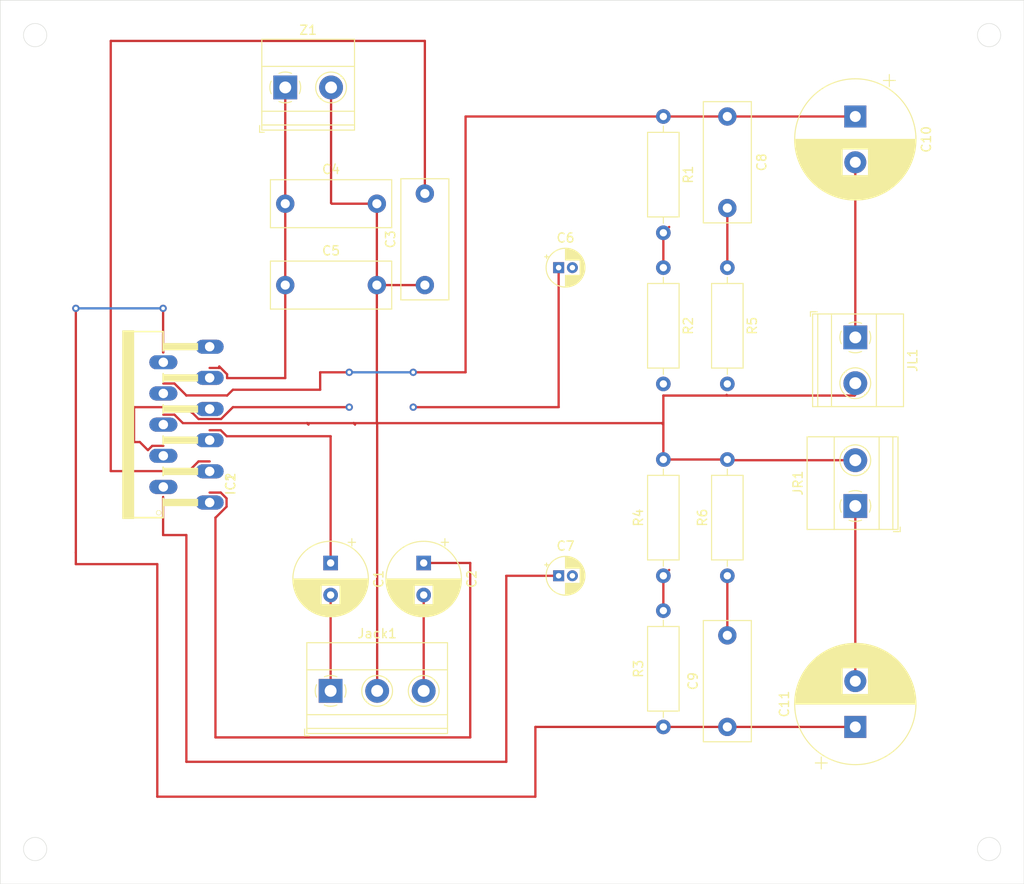
<source format=kicad_pcb>
(kicad_pcb (version 20171130) (host pcbnew "(5.1.12)-1")

  (general
    (thickness 1.6)
    (drawings 9)
    (tracks 120)
    (zones 0)
    (modules 23)
    (nets 20)
  )

  (page A4)
  (layers
    (0 F.Cu signal)
    (31 B.Cu signal)
    (32 B.Adhes user)
    (33 F.Adhes user)
    (34 B.Paste user)
    (35 F.Paste user)
    (36 B.SilkS user)
    (37 F.SilkS user)
    (38 B.Mask user)
    (39 F.Mask user)
    (40 Dwgs.User user)
    (41 Cmts.User user)
    (42 Eco1.User user)
    (43 Eco2.User user)
    (44 Edge.Cuts user)
    (45 Margin user)
    (46 B.CrtYd user)
    (47 F.CrtYd user)
    (48 B.Fab user)
    (49 F.Fab user)
  )

  (setup
    (last_trace_width 0.25)
    (trace_clearance 0.2)
    (zone_clearance 0.508)
    (zone_45_only no)
    (trace_min 0.2)
    (via_size 0.8)
    (via_drill 0.4)
    (via_min_size 0.4)
    (via_min_drill 0.3)
    (uvia_size 0.3)
    (uvia_drill 0.1)
    (uvias_allowed no)
    (uvia_min_size 0.2)
    (uvia_min_drill 0.1)
    (edge_width 0.05)
    (segment_width 0.2)
    (pcb_text_width 0.3)
    (pcb_text_size 1.5 1.5)
    (mod_edge_width 0.12)
    (mod_text_size 1 1)
    (mod_text_width 0.15)
    (pad_size 1.524 1.524)
    (pad_drill 0.762)
    (pad_to_mask_clearance 0)
    (aux_axis_origin 0 0)
    (visible_elements 7FFFFFFF)
    (pcbplotparams
      (layerselection 0x010fc_ffffffff)
      (usegerberextensions false)
      (usegerberattributes true)
      (usegerberadvancedattributes true)
      (creategerberjobfile true)
      (excludeedgelayer true)
      (linewidth 0.100000)
      (plotframeref false)
      (viasonmask false)
      (mode 1)
      (useauxorigin false)
      (hpglpennumber 1)
      (hpglpenspeed 20)
      (hpglpendiameter 15.000000)
      (psnegative false)
      (psa4output false)
      (plotreference true)
      (plotvalue true)
      (plotinvisibletext false)
      (padsonsilk false)
      (subtractmaskfromsilk false)
      (outputformat 1)
      (mirror false)
      (drillshape 1)
      (scaleselection 1)
      (outputdirectory ""))
  )

  (net 0 "")
  (net 1 "Net-(C1-Pad2)")
  (net 2 "Net-(C1-Pad1)")
  (net 3 "Net-(C2-Pad2)")
  (net 4 "Net-(C2-Pad1)")
  (net 5 "Net-(C3-Pad2)")
  (net 6 GND)
  (net 7 +24V)
  (net 8 "Net-(C6-Pad2)")
  (net 9 "Net-(C6-Pad1)")
  (net 10 "Net-(C7-Pad2)")
  (net 11 "Net-(C7-Pad1)")
  (net 12 "Net-(C8-Pad2)")
  (net 13 "Net-(C10-Pad1)")
  (net 14 "Net-(C9-Pad2)")
  (net 15 "Net-(C11-Pad1)")
  (net 16 "Net-(C10-Pad2)")
  (net 17 "Net-(C11-Pad2)")
  (net 18 "Net-(IC1-Pad11)")
  (net 19 "Net-(IC2-Pad7)")

  (net_class Default "This is the default net class."
    (clearance 0.2)
    (trace_width 0.25)
    (via_dia 0.8)
    (via_drill 0.4)
    (uvia_dia 0.3)
    (uvia_drill 0.1)
    (add_net +24V)
    (add_net GND)
    (add_net "Net-(C1-Pad1)")
    (add_net "Net-(C1-Pad2)")
    (add_net "Net-(C10-Pad1)")
    (add_net "Net-(C10-Pad2)")
    (add_net "Net-(C11-Pad1)")
    (add_net "Net-(C11-Pad2)")
    (add_net "Net-(C2-Pad1)")
    (add_net "Net-(C2-Pad2)")
    (add_net "Net-(C3-Pad2)")
    (add_net "Net-(C6-Pad1)")
    (add_net "Net-(C6-Pad2)")
    (add_net "Net-(C7-Pad1)")
    (add_net "Net-(C7-Pad2)")
    (add_net "Net-(C8-Pad2)")
    (add_net "Net-(C9-Pad2)")
    (add_net "Net-(IC1-Pad11)")
    (add_net "Net-(IC2-Pad7)")
  )

  (net_class 1 ""
    (clearance 0.2)
    (trace_width 1)
    (via_dia 0.8)
    (via_drill 0.4)
    (uvia_dia 0.3)
    (uvia_drill 0.1)
  )

  (module Resistor_THT:R_Axial_DIN0309_L9.0mm_D3.2mm_P12.70mm_Horizontal (layer F.Cu) (tedit 5AE5139B) (tstamp 61B73BE1)
    (at 105.41 83.185 90)
    (descr "Resistor, Axial_DIN0309 series, Axial, Horizontal, pin pitch=12.7mm, 0.5W = 1/2W, length*diameter=9*3.2mm^2, http://cdn-reichelt.de/documents/datenblatt/B400/1_4W%23YAG.pdf")
    (tags "Resistor Axial_DIN0309 series Axial Horizontal pin pitch 12.7mm 0.5W = 1/2W length 9mm diameter 3.2mm")
    (path /61B6E985)
    (fp_text reference R4 (at 6.35 -2.72 90) (layer F.SilkS)
      (effects (font (size 1 1) (thickness 0.15)))
    )
    (fp_text value 18Ω (at 6.35 2.72 90) (layer F.Fab)
      (effects (font (size 1 1) (thickness 0.15)))
    )
    (fp_line (start 1.85 -1.6) (end 1.85 1.6) (layer F.Fab) (width 0.1))
    (fp_line (start 1.85 1.6) (end 10.85 1.6) (layer F.Fab) (width 0.1))
    (fp_line (start 10.85 1.6) (end 10.85 -1.6) (layer F.Fab) (width 0.1))
    (fp_line (start 10.85 -1.6) (end 1.85 -1.6) (layer F.Fab) (width 0.1))
    (fp_line (start 0 0) (end 1.85 0) (layer F.Fab) (width 0.1))
    (fp_line (start 12.7 0) (end 10.85 0) (layer F.Fab) (width 0.1))
    (fp_line (start 1.73 -1.72) (end 1.73 1.72) (layer F.SilkS) (width 0.12))
    (fp_line (start 1.73 1.72) (end 10.97 1.72) (layer F.SilkS) (width 0.12))
    (fp_line (start 10.97 1.72) (end 10.97 -1.72) (layer F.SilkS) (width 0.12))
    (fp_line (start 10.97 -1.72) (end 1.73 -1.72) (layer F.SilkS) (width 0.12))
    (fp_line (start 1.04 0) (end 1.73 0) (layer F.SilkS) (width 0.12))
    (fp_line (start 11.66 0) (end 10.97 0) (layer F.SilkS) (width 0.12))
    (fp_line (start -1.05 -1.85) (end -1.05 1.85) (layer F.CrtYd) (width 0.05))
    (fp_line (start -1.05 1.85) (end 13.75 1.85) (layer F.CrtYd) (width 0.05))
    (fp_line (start 13.75 1.85) (end 13.75 -1.85) (layer F.CrtYd) (width 0.05))
    (fp_line (start 13.75 -1.85) (end -1.05 -1.85) (layer F.CrtYd) (width 0.05))
    (fp_text user %R (at 6.35 0 90) (layer F.Fab)
      (effects (font (size 1 1) (thickness 0.15)))
    )
    (pad 2 thru_hole oval (at 12.7 0 90) (size 1.6 1.6) (drill 0.8) (layers *.Cu *.Mask)
      (net 6 GND))
    (pad 1 thru_hole circle (at 0 0 90) (size 1.6 1.6) (drill 0.8) (layers *.Cu *.Mask)
      (net 10 "Net-(C7-Pad2)"))
    (model ${KISYS3DMOD}/Resistor_THT.3dshapes/R_Axial_DIN0309_L9.0mm_D3.2mm_P12.70mm_Horizontal.wrl
      (at (xyz 0 0 0))
      (scale (xyz 1 1 1))
      (rotate (xyz 0 0 0))
    )
  )

  (module Resistor_THT:R_Axial_DIN0309_L9.0mm_D3.2mm_P12.70mm_Horizontal (layer F.Cu) (tedit 5AE5139B) (tstamp 61B73BCA)
    (at 105.41 99.695 90)
    (descr "Resistor, Axial_DIN0309 series, Axial, Horizontal, pin pitch=12.7mm, 0.5W = 1/2W, length*diameter=9*3.2mm^2, http://cdn-reichelt.de/documents/datenblatt/B400/1_4W%23YAG.pdf")
    (tags "Resistor Axial_DIN0309 series Axial Horizontal pin pitch 12.7mm 0.5W = 1/2W length 9mm diameter 3.2mm")
    (path /61B66EEC)
    (fp_text reference R3 (at 6.35 -2.72 90) (layer F.SilkS)
      (effects (font (size 1 1) (thickness 0.15)))
    )
    (fp_text value 1,3kΩ (at 6.35 2.72 90) (layer F.Fab)
      (effects (font (size 1 1) (thickness 0.15)))
    )
    (fp_line (start 1.85 -1.6) (end 1.85 1.6) (layer F.Fab) (width 0.1))
    (fp_line (start 1.85 1.6) (end 10.85 1.6) (layer F.Fab) (width 0.1))
    (fp_line (start 10.85 1.6) (end 10.85 -1.6) (layer F.Fab) (width 0.1))
    (fp_line (start 10.85 -1.6) (end 1.85 -1.6) (layer F.Fab) (width 0.1))
    (fp_line (start 0 0) (end 1.85 0) (layer F.Fab) (width 0.1))
    (fp_line (start 12.7 0) (end 10.85 0) (layer F.Fab) (width 0.1))
    (fp_line (start 1.73 -1.72) (end 1.73 1.72) (layer F.SilkS) (width 0.12))
    (fp_line (start 1.73 1.72) (end 10.97 1.72) (layer F.SilkS) (width 0.12))
    (fp_line (start 10.97 1.72) (end 10.97 -1.72) (layer F.SilkS) (width 0.12))
    (fp_line (start 10.97 -1.72) (end 1.73 -1.72) (layer F.SilkS) (width 0.12))
    (fp_line (start 1.04 0) (end 1.73 0) (layer F.SilkS) (width 0.12))
    (fp_line (start 11.66 0) (end 10.97 0) (layer F.SilkS) (width 0.12))
    (fp_line (start -1.05 -1.85) (end -1.05 1.85) (layer F.CrtYd) (width 0.05))
    (fp_line (start -1.05 1.85) (end 13.75 1.85) (layer F.CrtYd) (width 0.05))
    (fp_line (start 13.75 1.85) (end 13.75 -1.85) (layer F.CrtYd) (width 0.05))
    (fp_line (start 13.75 -1.85) (end -1.05 -1.85) (layer F.CrtYd) (width 0.05))
    (fp_text user %R (at 6.35 0 90) (layer F.Fab)
      (effects (font (size 1 1) (thickness 0.15)))
    )
    (pad 2 thru_hole oval (at 12.7 0 90) (size 1.6 1.6) (drill 0.8) (layers *.Cu *.Mask)
      (net 10 "Net-(C7-Pad2)"))
    (pad 1 thru_hole circle (at 0 0 90) (size 1.6 1.6) (drill 0.8) (layers *.Cu *.Mask)
      (net 15 "Net-(C11-Pad1)"))
    (model ${KISYS3DMOD}/Resistor_THT.3dshapes/R_Axial_DIN0309_L9.0mm_D3.2mm_P12.70mm_Horizontal.wrl
      (at (xyz 0 0 0))
      (scale (xyz 1 1 1))
      (rotate (xyz 0 0 0))
    )
  )

  (module Capacitor_THT:C_Rect_L13.0mm_W5.0mm_P10.00mm_FKS3_FKP3_MKS4 (layer F.Cu) (tedit 5AE50EF0) (tstamp 61B7384D)
    (at 64.135 42.545)
    (descr "C, Rect series, Radial, pin pitch=10.00mm, , length*width=13*5mm^2, Capacitor, http://www.wima.com/EN/WIMA_FKS_3.pdf, http://www.wima.com/EN/WIMA_MKS_4.pdf")
    (tags "C Rect series Radial pin pitch 10.00mm  length 13mm width 5mm Capacitor")
    (path /61B6B124)
    (fp_text reference C4 (at 5 -3.75) (layer F.SilkS)
      (effects (font (size 1 1) (thickness 0.15)))
    )
    (fp_text value 0,1uF (at 5 3.75) (layer F.Fab)
      (effects (font (size 1 1) (thickness 0.15)))
    )
    (fp_line (start -1.5 -2.5) (end -1.5 2.5) (layer F.Fab) (width 0.1))
    (fp_line (start -1.5 2.5) (end 11.5 2.5) (layer F.Fab) (width 0.1))
    (fp_line (start 11.5 2.5) (end 11.5 -2.5) (layer F.Fab) (width 0.1))
    (fp_line (start 11.5 -2.5) (end -1.5 -2.5) (layer F.Fab) (width 0.1))
    (fp_line (start -1.62 -2.62) (end 11.62 -2.62) (layer F.SilkS) (width 0.12))
    (fp_line (start -1.62 2.62) (end 11.62 2.62) (layer F.SilkS) (width 0.12))
    (fp_line (start -1.62 -2.62) (end -1.62 2.62) (layer F.SilkS) (width 0.12))
    (fp_line (start 11.62 -2.62) (end 11.62 2.62) (layer F.SilkS) (width 0.12))
    (fp_line (start -1.75 -2.75) (end -1.75 2.75) (layer F.CrtYd) (width 0.05))
    (fp_line (start -1.75 2.75) (end 11.75 2.75) (layer F.CrtYd) (width 0.05))
    (fp_line (start 11.75 2.75) (end 11.75 -2.75) (layer F.CrtYd) (width 0.05))
    (fp_line (start 11.75 -2.75) (end -1.75 -2.75) (layer F.CrtYd) (width 0.05))
    (fp_text user %R (at 5 0) (layer F.Fab)
      (effects (font (size 1 1) (thickness 0.15)))
    )
    (pad 2 thru_hole circle (at 10 0) (size 2 2) (drill 1) (layers *.Cu *.Mask)
      (net 6 GND))
    (pad 1 thru_hole circle (at 0 0) (size 2 2) (drill 1) (layers *.Cu *.Mask)
      (net 7 +24V))
    (model ${KISYS3DMOD}/Capacitor_THT.3dshapes/C_Rect_L13.0mm_W5.0mm_P10.00mm_FKS3_FKP3_MKS4.wrl
      (at (xyz 0 0 0))
      (scale (xyz 1 1 1))
      (rotate (xyz 0 0 0))
    )
  )

  (module Capacitor_THT:C_Rect_L13.0mm_W5.0mm_P10.00mm_FKS3_FKP3_MKS4 (layer F.Cu) (tedit 5AE50EF0) (tstamp 61B73860)
    (at 64.135 51.435)
    (descr "C, Rect series, Radial, pin pitch=10.00mm, , length*width=13*5mm^2, Capacitor, http://www.wima.com/EN/WIMA_FKS_3.pdf, http://www.wima.com/EN/WIMA_MKS_4.pdf")
    (tags "C Rect series Radial pin pitch 10.00mm  length 13mm width 5mm Capacitor")
    (path /61B6776D)
    (fp_text reference C5 (at 5 -3.75) (layer F.SilkS)
      (effects (font (size 1 1) (thickness 0.15)))
    )
    (fp_text value 100uF (at 5 3.75) (layer F.Fab)
      (effects (font (size 1 1) (thickness 0.15)))
    )
    (fp_line (start -1.5 -2.5) (end -1.5 2.5) (layer F.Fab) (width 0.1))
    (fp_line (start -1.5 2.5) (end 11.5 2.5) (layer F.Fab) (width 0.1))
    (fp_line (start 11.5 2.5) (end 11.5 -2.5) (layer F.Fab) (width 0.1))
    (fp_line (start 11.5 -2.5) (end -1.5 -2.5) (layer F.Fab) (width 0.1))
    (fp_line (start -1.62 -2.62) (end 11.62 -2.62) (layer F.SilkS) (width 0.12))
    (fp_line (start -1.62 2.62) (end 11.62 2.62) (layer F.SilkS) (width 0.12))
    (fp_line (start -1.62 -2.62) (end -1.62 2.62) (layer F.SilkS) (width 0.12))
    (fp_line (start 11.62 -2.62) (end 11.62 2.62) (layer F.SilkS) (width 0.12))
    (fp_line (start -1.75 -2.75) (end -1.75 2.75) (layer F.CrtYd) (width 0.05))
    (fp_line (start -1.75 2.75) (end 11.75 2.75) (layer F.CrtYd) (width 0.05))
    (fp_line (start 11.75 2.75) (end 11.75 -2.75) (layer F.CrtYd) (width 0.05))
    (fp_line (start 11.75 -2.75) (end -1.75 -2.75) (layer F.CrtYd) (width 0.05))
    (fp_text user %R (at 5 0) (layer F.Fab)
      (effects (font (size 1 1) (thickness 0.15)))
    )
    (pad 2 thru_hole circle (at 10 0) (size 2 2) (drill 1) (layers *.Cu *.Mask)
      (net 6 GND))
    (pad 1 thru_hole circle (at 0 0) (size 2 2) (drill 1) (layers *.Cu *.Mask)
      (net 7 +24V))
    (model ${KISYS3DMOD}/Capacitor_THT.3dshapes/C_Rect_L13.0mm_W5.0mm_P10.00mm_FKS3_FKP3_MKS4.wrl
      (at (xyz 0 0 0))
      (scale (xyz 1 1 1))
      (rotate (xyz 0 0 0))
    )
  )

  (module Capacitor_THT:CP_Radial_D8.0mm_P3.50mm (layer F.Cu) (tedit 5AE50EF0) (tstamp 61B73827)
    (at 79.248 81.788 270)
    (descr "CP, Radial series, Radial, pin pitch=3.50mm, , diameter=8mm, Electrolytic Capacitor")
    (tags "CP Radial series Radial pin pitch 3.50mm  diameter 8mm Electrolytic Capacitor")
    (path /61B6C4D1)
    (fp_text reference C2 (at 1.75 -5.25 90) (layer F.SilkS)
      (effects (font (size 1 1) (thickness 0.15)))
    )
    (fp_text value 2,2uF (at 1.75 5.25 90) (layer F.Fab)
      (effects (font (size 1 1) (thickness 0.15)))
    )
    (fp_circle (center 1.75 0) (end 5.75 0) (layer F.Fab) (width 0.1))
    (fp_circle (center 1.75 0) (end 5.87 0) (layer F.SilkS) (width 0.12))
    (fp_circle (center 1.75 0) (end 6 0) (layer F.CrtYd) (width 0.05))
    (fp_line (start -1.676759 -1.7475) (end -0.876759 -1.7475) (layer F.Fab) (width 0.1))
    (fp_line (start -1.276759 -2.1475) (end -1.276759 -1.3475) (layer F.Fab) (width 0.1))
    (fp_line (start 1.75 -4.08) (end 1.75 4.08) (layer F.SilkS) (width 0.12))
    (fp_line (start 1.79 -4.08) (end 1.79 4.08) (layer F.SilkS) (width 0.12))
    (fp_line (start 1.83 -4.08) (end 1.83 4.08) (layer F.SilkS) (width 0.12))
    (fp_line (start 1.87 -4.079) (end 1.87 4.079) (layer F.SilkS) (width 0.12))
    (fp_line (start 1.91 -4.077) (end 1.91 4.077) (layer F.SilkS) (width 0.12))
    (fp_line (start 1.95 -4.076) (end 1.95 4.076) (layer F.SilkS) (width 0.12))
    (fp_line (start 1.99 -4.074) (end 1.99 4.074) (layer F.SilkS) (width 0.12))
    (fp_line (start 2.03 -4.071) (end 2.03 4.071) (layer F.SilkS) (width 0.12))
    (fp_line (start 2.07 -4.068) (end 2.07 4.068) (layer F.SilkS) (width 0.12))
    (fp_line (start 2.11 -4.065) (end 2.11 4.065) (layer F.SilkS) (width 0.12))
    (fp_line (start 2.15 -4.061) (end 2.15 4.061) (layer F.SilkS) (width 0.12))
    (fp_line (start 2.19 -4.057) (end 2.19 4.057) (layer F.SilkS) (width 0.12))
    (fp_line (start 2.23 -4.052) (end 2.23 4.052) (layer F.SilkS) (width 0.12))
    (fp_line (start 2.27 -4.048) (end 2.27 4.048) (layer F.SilkS) (width 0.12))
    (fp_line (start 2.31 -4.042) (end 2.31 4.042) (layer F.SilkS) (width 0.12))
    (fp_line (start 2.35 -4.037) (end 2.35 4.037) (layer F.SilkS) (width 0.12))
    (fp_line (start 2.39 -4.03) (end 2.39 4.03) (layer F.SilkS) (width 0.12))
    (fp_line (start 2.43 -4.024) (end 2.43 4.024) (layer F.SilkS) (width 0.12))
    (fp_line (start 2.471 -4.017) (end 2.471 -1.04) (layer F.SilkS) (width 0.12))
    (fp_line (start 2.471 1.04) (end 2.471 4.017) (layer F.SilkS) (width 0.12))
    (fp_line (start 2.511 -4.01) (end 2.511 -1.04) (layer F.SilkS) (width 0.12))
    (fp_line (start 2.511 1.04) (end 2.511 4.01) (layer F.SilkS) (width 0.12))
    (fp_line (start 2.551 -4.002) (end 2.551 -1.04) (layer F.SilkS) (width 0.12))
    (fp_line (start 2.551 1.04) (end 2.551 4.002) (layer F.SilkS) (width 0.12))
    (fp_line (start 2.591 -3.994) (end 2.591 -1.04) (layer F.SilkS) (width 0.12))
    (fp_line (start 2.591 1.04) (end 2.591 3.994) (layer F.SilkS) (width 0.12))
    (fp_line (start 2.631 -3.985) (end 2.631 -1.04) (layer F.SilkS) (width 0.12))
    (fp_line (start 2.631 1.04) (end 2.631 3.985) (layer F.SilkS) (width 0.12))
    (fp_line (start 2.671 -3.976) (end 2.671 -1.04) (layer F.SilkS) (width 0.12))
    (fp_line (start 2.671 1.04) (end 2.671 3.976) (layer F.SilkS) (width 0.12))
    (fp_line (start 2.711 -3.967) (end 2.711 -1.04) (layer F.SilkS) (width 0.12))
    (fp_line (start 2.711 1.04) (end 2.711 3.967) (layer F.SilkS) (width 0.12))
    (fp_line (start 2.751 -3.957) (end 2.751 -1.04) (layer F.SilkS) (width 0.12))
    (fp_line (start 2.751 1.04) (end 2.751 3.957) (layer F.SilkS) (width 0.12))
    (fp_line (start 2.791 -3.947) (end 2.791 -1.04) (layer F.SilkS) (width 0.12))
    (fp_line (start 2.791 1.04) (end 2.791 3.947) (layer F.SilkS) (width 0.12))
    (fp_line (start 2.831 -3.936) (end 2.831 -1.04) (layer F.SilkS) (width 0.12))
    (fp_line (start 2.831 1.04) (end 2.831 3.936) (layer F.SilkS) (width 0.12))
    (fp_line (start 2.871 -3.925) (end 2.871 -1.04) (layer F.SilkS) (width 0.12))
    (fp_line (start 2.871 1.04) (end 2.871 3.925) (layer F.SilkS) (width 0.12))
    (fp_line (start 2.911 -3.914) (end 2.911 -1.04) (layer F.SilkS) (width 0.12))
    (fp_line (start 2.911 1.04) (end 2.911 3.914) (layer F.SilkS) (width 0.12))
    (fp_line (start 2.951 -3.902) (end 2.951 -1.04) (layer F.SilkS) (width 0.12))
    (fp_line (start 2.951 1.04) (end 2.951 3.902) (layer F.SilkS) (width 0.12))
    (fp_line (start 2.991 -3.889) (end 2.991 -1.04) (layer F.SilkS) (width 0.12))
    (fp_line (start 2.991 1.04) (end 2.991 3.889) (layer F.SilkS) (width 0.12))
    (fp_line (start 3.031 -3.877) (end 3.031 -1.04) (layer F.SilkS) (width 0.12))
    (fp_line (start 3.031 1.04) (end 3.031 3.877) (layer F.SilkS) (width 0.12))
    (fp_line (start 3.071 -3.863) (end 3.071 -1.04) (layer F.SilkS) (width 0.12))
    (fp_line (start 3.071 1.04) (end 3.071 3.863) (layer F.SilkS) (width 0.12))
    (fp_line (start 3.111 -3.85) (end 3.111 -1.04) (layer F.SilkS) (width 0.12))
    (fp_line (start 3.111 1.04) (end 3.111 3.85) (layer F.SilkS) (width 0.12))
    (fp_line (start 3.151 -3.835) (end 3.151 -1.04) (layer F.SilkS) (width 0.12))
    (fp_line (start 3.151 1.04) (end 3.151 3.835) (layer F.SilkS) (width 0.12))
    (fp_line (start 3.191 -3.821) (end 3.191 -1.04) (layer F.SilkS) (width 0.12))
    (fp_line (start 3.191 1.04) (end 3.191 3.821) (layer F.SilkS) (width 0.12))
    (fp_line (start 3.231 -3.805) (end 3.231 -1.04) (layer F.SilkS) (width 0.12))
    (fp_line (start 3.231 1.04) (end 3.231 3.805) (layer F.SilkS) (width 0.12))
    (fp_line (start 3.271 -3.79) (end 3.271 -1.04) (layer F.SilkS) (width 0.12))
    (fp_line (start 3.271 1.04) (end 3.271 3.79) (layer F.SilkS) (width 0.12))
    (fp_line (start 3.311 -3.774) (end 3.311 -1.04) (layer F.SilkS) (width 0.12))
    (fp_line (start 3.311 1.04) (end 3.311 3.774) (layer F.SilkS) (width 0.12))
    (fp_line (start 3.351 -3.757) (end 3.351 -1.04) (layer F.SilkS) (width 0.12))
    (fp_line (start 3.351 1.04) (end 3.351 3.757) (layer F.SilkS) (width 0.12))
    (fp_line (start 3.391 -3.74) (end 3.391 -1.04) (layer F.SilkS) (width 0.12))
    (fp_line (start 3.391 1.04) (end 3.391 3.74) (layer F.SilkS) (width 0.12))
    (fp_line (start 3.431 -3.722) (end 3.431 -1.04) (layer F.SilkS) (width 0.12))
    (fp_line (start 3.431 1.04) (end 3.431 3.722) (layer F.SilkS) (width 0.12))
    (fp_line (start 3.471 -3.704) (end 3.471 -1.04) (layer F.SilkS) (width 0.12))
    (fp_line (start 3.471 1.04) (end 3.471 3.704) (layer F.SilkS) (width 0.12))
    (fp_line (start 3.511 -3.686) (end 3.511 -1.04) (layer F.SilkS) (width 0.12))
    (fp_line (start 3.511 1.04) (end 3.511 3.686) (layer F.SilkS) (width 0.12))
    (fp_line (start 3.551 -3.666) (end 3.551 -1.04) (layer F.SilkS) (width 0.12))
    (fp_line (start 3.551 1.04) (end 3.551 3.666) (layer F.SilkS) (width 0.12))
    (fp_line (start 3.591 -3.647) (end 3.591 -1.04) (layer F.SilkS) (width 0.12))
    (fp_line (start 3.591 1.04) (end 3.591 3.647) (layer F.SilkS) (width 0.12))
    (fp_line (start 3.631 -3.627) (end 3.631 -1.04) (layer F.SilkS) (width 0.12))
    (fp_line (start 3.631 1.04) (end 3.631 3.627) (layer F.SilkS) (width 0.12))
    (fp_line (start 3.671 -3.606) (end 3.671 -1.04) (layer F.SilkS) (width 0.12))
    (fp_line (start 3.671 1.04) (end 3.671 3.606) (layer F.SilkS) (width 0.12))
    (fp_line (start 3.711 -3.584) (end 3.711 -1.04) (layer F.SilkS) (width 0.12))
    (fp_line (start 3.711 1.04) (end 3.711 3.584) (layer F.SilkS) (width 0.12))
    (fp_line (start 3.751 -3.562) (end 3.751 -1.04) (layer F.SilkS) (width 0.12))
    (fp_line (start 3.751 1.04) (end 3.751 3.562) (layer F.SilkS) (width 0.12))
    (fp_line (start 3.791 -3.54) (end 3.791 -1.04) (layer F.SilkS) (width 0.12))
    (fp_line (start 3.791 1.04) (end 3.791 3.54) (layer F.SilkS) (width 0.12))
    (fp_line (start 3.831 -3.517) (end 3.831 -1.04) (layer F.SilkS) (width 0.12))
    (fp_line (start 3.831 1.04) (end 3.831 3.517) (layer F.SilkS) (width 0.12))
    (fp_line (start 3.871 -3.493) (end 3.871 -1.04) (layer F.SilkS) (width 0.12))
    (fp_line (start 3.871 1.04) (end 3.871 3.493) (layer F.SilkS) (width 0.12))
    (fp_line (start 3.911 -3.469) (end 3.911 -1.04) (layer F.SilkS) (width 0.12))
    (fp_line (start 3.911 1.04) (end 3.911 3.469) (layer F.SilkS) (width 0.12))
    (fp_line (start 3.951 -3.444) (end 3.951 -1.04) (layer F.SilkS) (width 0.12))
    (fp_line (start 3.951 1.04) (end 3.951 3.444) (layer F.SilkS) (width 0.12))
    (fp_line (start 3.991 -3.418) (end 3.991 -1.04) (layer F.SilkS) (width 0.12))
    (fp_line (start 3.991 1.04) (end 3.991 3.418) (layer F.SilkS) (width 0.12))
    (fp_line (start 4.031 -3.392) (end 4.031 -1.04) (layer F.SilkS) (width 0.12))
    (fp_line (start 4.031 1.04) (end 4.031 3.392) (layer F.SilkS) (width 0.12))
    (fp_line (start 4.071 -3.365) (end 4.071 -1.04) (layer F.SilkS) (width 0.12))
    (fp_line (start 4.071 1.04) (end 4.071 3.365) (layer F.SilkS) (width 0.12))
    (fp_line (start 4.111 -3.338) (end 4.111 -1.04) (layer F.SilkS) (width 0.12))
    (fp_line (start 4.111 1.04) (end 4.111 3.338) (layer F.SilkS) (width 0.12))
    (fp_line (start 4.151 -3.309) (end 4.151 -1.04) (layer F.SilkS) (width 0.12))
    (fp_line (start 4.151 1.04) (end 4.151 3.309) (layer F.SilkS) (width 0.12))
    (fp_line (start 4.191 -3.28) (end 4.191 -1.04) (layer F.SilkS) (width 0.12))
    (fp_line (start 4.191 1.04) (end 4.191 3.28) (layer F.SilkS) (width 0.12))
    (fp_line (start 4.231 -3.25) (end 4.231 -1.04) (layer F.SilkS) (width 0.12))
    (fp_line (start 4.231 1.04) (end 4.231 3.25) (layer F.SilkS) (width 0.12))
    (fp_line (start 4.271 -3.22) (end 4.271 -1.04) (layer F.SilkS) (width 0.12))
    (fp_line (start 4.271 1.04) (end 4.271 3.22) (layer F.SilkS) (width 0.12))
    (fp_line (start 4.311 -3.189) (end 4.311 -1.04) (layer F.SilkS) (width 0.12))
    (fp_line (start 4.311 1.04) (end 4.311 3.189) (layer F.SilkS) (width 0.12))
    (fp_line (start 4.351 -3.156) (end 4.351 -1.04) (layer F.SilkS) (width 0.12))
    (fp_line (start 4.351 1.04) (end 4.351 3.156) (layer F.SilkS) (width 0.12))
    (fp_line (start 4.391 -3.124) (end 4.391 -1.04) (layer F.SilkS) (width 0.12))
    (fp_line (start 4.391 1.04) (end 4.391 3.124) (layer F.SilkS) (width 0.12))
    (fp_line (start 4.431 -3.09) (end 4.431 -1.04) (layer F.SilkS) (width 0.12))
    (fp_line (start 4.431 1.04) (end 4.431 3.09) (layer F.SilkS) (width 0.12))
    (fp_line (start 4.471 -3.055) (end 4.471 -1.04) (layer F.SilkS) (width 0.12))
    (fp_line (start 4.471 1.04) (end 4.471 3.055) (layer F.SilkS) (width 0.12))
    (fp_line (start 4.511 -3.019) (end 4.511 -1.04) (layer F.SilkS) (width 0.12))
    (fp_line (start 4.511 1.04) (end 4.511 3.019) (layer F.SilkS) (width 0.12))
    (fp_line (start 4.551 -2.983) (end 4.551 2.983) (layer F.SilkS) (width 0.12))
    (fp_line (start 4.591 -2.945) (end 4.591 2.945) (layer F.SilkS) (width 0.12))
    (fp_line (start 4.631 -2.907) (end 4.631 2.907) (layer F.SilkS) (width 0.12))
    (fp_line (start 4.671 -2.867) (end 4.671 2.867) (layer F.SilkS) (width 0.12))
    (fp_line (start 4.711 -2.826) (end 4.711 2.826) (layer F.SilkS) (width 0.12))
    (fp_line (start 4.751 -2.784) (end 4.751 2.784) (layer F.SilkS) (width 0.12))
    (fp_line (start 4.791 -2.741) (end 4.791 2.741) (layer F.SilkS) (width 0.12))
    (fp_line (start 4.831 -2.697) (end 4.831 2.697) (layer F.SilkS) (width 0.12))
    (fp_line (start 4.871 -2.651) (end 4.871 2.651) (layer F.SilkS) (width 0.12))
    (fp_line (start 4.911 -2.604) (end 4.911 2.604) (layer F.SilkS) (width 0.12))
    (fp_line (start 4.951 -2.556) (end 4.951 2.556) (layer F.SilkS) (width 0.12))
    (fp_line (start 4.991 -2.505) (end 4.991 2.505) (layer F.SilkS) (width 0.12))
    (fp_line (start 5.031 -2.454) (end 5.031 2.454) (layer F.SilkS) (width 0.12))
    (fp_line (start 5.071 -2.4) (end 5.071 2.4) (layer F.SilkS) (width 0.12))
    (fp_line (start 5.111 -2.345) (end 5.111 2.345) (layer F.SilkS) (width 0.12))
    (fp_line (start 5.151 -2.287) (end 5.151 2.287) (layer F.SilkS) (width 0.12))
    (fp_line (start 5.191 -2.228) (end 5.191 2.228) (layer F.SilkS) (width 0.12))
    (fp_line (start 5.231 -2.166) (end 5.231 2.166) (layer F.SilkS) (width 0.12))
    (fp_line (start 5.271 -2.102) (end 5.271 2.102) (layer F.SilkS) (width 0.12))
    (fp_line (start 5.311 -2.034) (end 5.311 2.034) (layer F.SilkS) (width 0.12))
    (fp_line (start 5.351 -1.964) (end 5.351 1.964) (layer F.SilkS) (width 0.12))
    (fp_line (start 5.391 -1.89) (end 5.391 1.89) (layer F.SilkS) (width 0.12))
    (fp_line (start 5.431 -1.813) (end 5.431 1.813) (layer F.SilkS) (width 0.12))
    (fp_line (start 5.471 -1.731) (end 5.471 1.731) (layer F.SilkS) (width 0.12))
    (fp_line (start 5.511 -1.645) (end 5.511 1.645) (layer F.SilkS) (width 0.12))
    (fp_line (start 5.551 -1.552) (end 5.551 1.552) (layer F.SilkS) (width 0.12))
    (fp_line (start 5.591 -1.453) (end 5.591 1.453) (layer F.SilkS) (width 0.12))
    (fp_line (start 5.631 -1.346) (end 5.631 1.346) (layer F.SilkS) (width 0.12))
    (fp_line (start 5.671 -1.229) (end 5.671 1.229) (layer F.SilkS) (width 0.12))
    (fp_line (start 5.711 -1.098) (end 5.711 1.098) (layer F.SilkS) (width 0.12))
    (fp_line (start 5.751 -0.948) (end 5.751 0.948) (layer F.SilkS) (width 0.12))
    (fp_line (start 5.791 -0.768) (end 5.791 0.768) (layer F.SilkS) (width 0.12))
    (fp_line (start 5.831 -0.533) (end 5.831 0.533) (layer F.SilkS) (width 0.12))
    (fp_line (start -2.659698 -2.315) (end -1.859698 -2.315) (layer F.SilkS) (width 0.12))
    (fp_line (start -2.259698 -2.715) (end -2.259698 -1.915) (layer F.SilkS) (width 0.12))
    (fp_text user %R (at 1.75 0 90) (layer F.Fab)
      (effects (font (size 1 1) (thickness 0.15)))
    )
    (pad 2 thru_hole circle (at 3.5 0 270) (size 1.6 1.6) (drill 0.8) (layers *.Cu *.Mask)
      (net 3 "Net-(C2-Pad2)"))
    (pad 1 thru_hole rect (at 0 0 270) (size 1.6 1.6) (drill 0.8) (layers *.Cu *.Mask)
      (net 4 "Net-(C2-Pad1)"))
    (model ${KISYS3DMOD}/Capacitor_THT.3dshapes/CP_Radial_D8.0mm_P3.50mm.wrl
      (at (xyz 0 0 0))
      (scale (xyz 1 1 1))
      (rotate (xyz 0 0 0))
    )
  )

  (module Capacitor_THT:C_Rect_L13.0mm_W5.0mm_P10.00mm_FKS3_FKP3_MKS4 (layer F.Cu) (tedit 5AE50EF0) (tstamp 61B7383A)
    (at 79.375 51.435 90)
    (descr "C, Rect series, Radial, pin pitch=10.00mm, , length*width=13*5mm^2, Capacitor, http://www.wima.com/EN/WIMA_FKS_3.pdf, http://www.wima.com/EN/WIMA_MKS_4.pdf")
    (tags "C Rect series Radial pin pitch 10.00mm  length 13mm width 5mm Capacitor")
    (path /61B6B60B)
    (fp_text reference C3 (at 5 -3.75 90) (layer F.SilkS)
      (effects (font (size 1 1) (thickness 0.15)))
    )
    (fp_text value 22uF (at 5 3.75 90) (layer F.Fab)
      (effects (font (size 1 1) (thickness 0.15)))
    )
    (fp_line (start -1.5 -2.5) (end -1.5 2.5) (layer F.Fab) (width 0.1))
    (fp_line (start -1.5 2.5) (end 11.5 2.5) (layer F.Fab) (width 0.1))
    (fp_line (start 11.5 2.5) (end 11.5 -2.5) (layer F.Fab) (width 0.1))
    (fp_line (start 11.5 -2.5) (end -1.5 -2.5) (layer F.Fab) (width 0.1))
    (fp_line (start -1.62 -2.62) (end 11.62 -2.62) (layer F.SilkS) (width 0.12))
    (fp_line (start -1.62 2.62) (end 11.62 2.62) (layer F.SilkS) (width 0.12))
    (fp_line (start -1.62 -2.62) (end -1.62 2.62) (layer F.SilkS) (width 0.12))
    (fp_line (start 11.62 -2.62) (end 11.62 2.62) (layer F.SilkS) (width 0.12))
    (fp_line (start -1.75 -2.75) (end -1.75 2.75) (layer F.CrtYd) (width 0.05))
    (fp_line (start -1.75 2.75) (end 11.75 2.75) (layer F.CrtYd) (width 0.05))
    (fp_line (start 11.75 2.75) (end 11.75 -2.75) (layer F.CrtYd) (width 0.05))
    (fp_line (start 11.75 -2.75) (end -1.75 -2.75) (layer F.CrtYd) (width 0.05))
    (fp_text user %R (at 5 0 90) (layer F.Fab)
      (effects (font (size 1 1) (thickness 0.15)))
    )
    (pad 2 thru_hole circle (at 10 0 90) (size 2 2) (drill 1) (layers *.Cu *.Mask)
      (net 5 "Net-(C3-Pad2)"))
    (pad 1 thru_hole circle (at 0 0 90) (size 2 2) (drill 1) (layers *.Cu *.Mask)
      (net 6 GND))
    (model ${KISYS3DMOD}/Capacitor_THT.3dshapes/C_Rect_L13.0mm_W5.0mm_P10.00mm_FKS3_FKP3_MKS4.wrl
      (at (xyz 0 0 0))
      (scale (xyz 1 1 1))
      (rotate (xyz 0 0 0))
    )
  )

  (module Capacitor_THT:CP_Radial_D8.0mm_P3.50mm (layer F.Cu) (tedit 5AE50EF0) (tstamp 61B7377E)
    (at 69.088 81.788 270)
    (descr "CP, Radial series, Radial, pin pitch=3.50mm, , diameter=8mm, Electrolytic Capacitor")
    (tags "CP Radial series Radial pin pitch 3.50mm  diameter 8mm Electrolytic Capacitor")
    (path /61B7503A)
    (fp_text reference C1 (at 1.75 -5.25 90) (layer F.SilkS)
      (effects (font (size 1 1) (thickness 0.15)))
    )
    (fp_text value 2,2uF (at 1.75 5.25 90) (layer F.Fab)
      (effects (font (size 1 1) (thickness 0.15)))
    )
    (fp_circle (center 1.75 0) (end 5.75 0) (layer F.Fab) (width 0.1))
    (fp_circle (center 1.75 0) (end 5.87 0) (layer F.SilkS) (width 0.12))
    (fp_circle (center 1.75 0) (end 6 0) (layer F.CrtYd) (width 0.05))
    (fp_line (start -1.676759 -1.7475) (end -0.876759 -1.7475) (layer F.Fab) (width 0.1))
    (fp_line (start -1.276759 -2.1475) (end -1.276759 -1.3475) (layer F.Fab) (width 0.1))
    (fp_line (start 1.75 -4.08) (end 1.75 4.08) (layer F.SilkS) (width 0.12))
    (fp_line (start 1.79 -4.08) (end 1.79 4.08) (layer F.SilkS) (width 0.12))
    (fp_line (start 1.83 -4.08) (end 1.83 4.08) (layer F.SilkS) (width 0.12))
    (fp_line (start 1.87 -4.079) (end 1.87 4.079) (layer F.SilkS) (width 0.12))
    (fp_line (start 1.91 -4.077) (end 1.91 4.077) (layer F.SilkS) (width 0.12))
    (fp_line (start 1.95 -4.076) (end 1.95 4.076) (layer F.SilkS) (width 0.12))
    (fp_line (start 1.99 -4.074) (end 1.99 4.074) (layer F.SilkS) (width 0.12))
    (fp_line (start 2.03 -4.071) (end 2.03 4.071) (layer F.SilkS) (width 0.12))
    (fp_line (start 2.07 -4.068) (end 2.07 4.068) (layer F.SilkS) (width 0.12))
    (fp_line (start 2.11 -4.065) (end 2.11 4.065) (layer F.SilkS) (width 0.12))
    (fp_line (start 2.15 -4.061) (end 2.15 4.061) (layer F.SilkS) (width 0.12))
    (fp_line (start 2.19 -4.057) (end 2.19 4.057) (layer F.SilkS) (width 0.12))
    (fp_line (start 2.23 -4.052) (end 2.23 4.052) (layer F.SilkS) (width 0.12))
    (fp_line (start 2.27 -4.048) (end 2.27 4.048) (layer F.SilkS) (width 0.12))
    (fp_line (start 2.31 -4.042) (end 2.31 4.042) (layer F.SilkS) (width 0.12))
    (fp_line (start 2.35 -4.037) (end 2.35 4.037) (layer F.SilkS) (width 0.12))
    (fp_line (start 2.39 -4.03) (end 2.39 4.03) (layer F.SilkS) (width 0.12))
    (fp_line (start 2.43 -4.024) (end 2.43 4.024) (layer F.SilkS) (width 0.12))
    (fp_line (start 2.471 -4.017) (end 2.471 -1.04) (layer F.SilkS) (width 0.12))
    (fp_line (start 2.471 1.04) (end 2.471 4.017) (layer F.SilkS) (width 0.12))
    (fp_line (start 2.511 -4.01) (end 2.511 -1.04) (layer F.SilkS) (width 0.12))
    (fp_line (start 2.511 1.04) (end 2.511 4.01) (layer F.SilkS) (width 0.12))
    (fp_line (start 2.551 -4.002) (end 2.551 -1.04) (layer F.SilkS) (width 0.12))
    (fp_line (start 2.551 1.04) (end 2.551 4.002) (layer F.SilkS) (width 0.12))
    (fp_line (start 2.591 -3.994) (end 2.591 -1.04) (layer F.SilkS) (width 0.12))
    (fp_line (start 2.591 1.04) (end 2.591 3.994) (layer F.SilkS) (width 0.12))
    (fp_line (start 2.631 -3.985) (end 2.631 -1.04) (layer F.SilkS) (width 0.12))
    (fp_line (start 2.631 1.04) (end 2.631 3.985) (layer F.SilkS) (width 0.12))
    (fp_line (start 2.671 -3.976) (end 2.671 -1.04) (layer F.SilkS) (width 0.12))
    (fp_line (start 2.671 1.04) (end 2.671 3.976) (layer F.SilkS) (width 0.12))
    (fp_line (start 2.711 -3.967) (end 2.711 -1.04) (layer F.SilkS) (width 0.12))
    (fp_line (start 2.711 1.04) (end 2.711 3.967) (layer F.SilkS) (width 0.12))
    (fp_line (start 2.751 -3.957) (end 2.751 -1.04) (layer F.SilkS) (width 0.12))
    (fp_line (start 2.751 1.04) (end 2.751 3.957) (layer F.SilkS) (width 0.12))
    (fp_line (start 2.791 -3.947) (end 2.791 -1.04) (layer F.SilkS) (width 0.12))
    (fp_line (start 2.791 1.04) (end 2.791 3.947) (layer F.SilkS) (width 0.12))
    (fp_line (start 2.831 -3.936) (end 2.831 -1.04) (layer F.SilkS) (width 0.12))
    (fp_line (start 2.831 1.04) (end 2.831 3.936) (layer F.SilkS) (width 0.12))
    (fp_line (start 2.871 -3.925) (end 2.871 -1.04) (layer F.SilkS) (width 0.12))
    (fp_line (start 2.871 1.04) (end 2.871 3.925) (layer F.SilkS) (width 0.12))
    (fp_line (start 2.911 -3.914) (end 2.911 -1.04) (layer F.SilkS) (width 0.12))
    (fp_line (start 2.911 1.04) (end 2.911 3.914) (layer F.SilkS) (width 0.12))
    (fp_line (start 2.951 -3.902) (end 2.951 -1.04) (layer F.SilkS) (width 0.12))
    (fp_line (start 2.951 1.04) (end 2.951 3.902) (layer F.SilkS) (width 0.12))
    (fp_line (start 2.991 -3.889) (end 2.991 -1.04) (layer F.SilkS) (width 0.12))
    (fp_line (start 2.991 1.04) (end 2.991 3.889) (layer F.SilkS) (width 0.12))
    (fp_line (start 3.031 -3.877) (end 3.031 -1.04) (layer F.SilkS) (width 0.12))
    (fp_line (start 3.031 1.04) (end 3.031 3.877) (layer F.SilkS) (width 0.12))
    (fp_line (start 3.071 -3.863) (end 3.071 -1.04) (layer F.SilkS) (width 0.12))
    (fp_line (start 3.071 1.04) (end 3.071 3.863) (layer F.SilkS) (width 0.12))
    (fp_line (start 3.111 -3.85) (end 3.111 -1.04) (layer F.SilkS) (width 0.12))
    (fp_line (start 3.111 1.04) (end 3.111 3.85) (layer F.SilkS) (width 0.12))
    (fp_line (start 3.151 -3.835) (end 3.151 -1.04) (layer F.SilkS) (width 0.12))
    (fp_line (start 3.151 1.04) (end 3.151 3.835) (layer F.SilkS) (width 0.12))
    (fp_line (start 3.191 -3.821) (end 3.191 -1.04) (layer F.SilkS) (width 0.12))
    (fp_line (start 3.191 1.04) (end 3.191 3.821) (layer F.SilkS) (width 0.12))
    (fp_line (start 3.231 -3.805) (end 3.231 -1.04) (layer F.SilkS) (width 0.12))
    (fp_line (start 3.231 1.04) (end 3.231 3.805) (layer F.SilkS) (width 0.12))
    (fp_line (start 3.271 -3.79) (end 3.271 -1.04) (layer F.SilkS) (width 0.12))
    (fp_line (start 3.271 1.04) (end 3.271 3.79) (layer F.SilkS) (width 0.12))
    (fp_line (start 3.311 -3.774) (end 3.311 -1.04) (layer F.SilkS) (width 0.12))
    (fp_line (start 3.311 1.04) (end 3.311 3.774) (layer F.SilkS) (width 0.12))
    (fp_line (start 3.351 -3.757) (end 3.351 -1.04) (layer F.SilkS) (width 0.12))
    (fp_line (start 3.351 1.04) (end 3.351 3.757) (layer F.SilkS) (width 0.12))
    (fp_line (start 3.391 -3.74) (end 3.391 -1.04) (layer F.SilkS) (width 0.12))
    (fp_line (start 3.391 1.04) (end 3.391 3.74) (layer F.SilkS) (width 0.12))
    (fp_line (start 3.431 -3.722) (end 3.431 -1.04) (layer F.SilkS) (width 0.12))
    (fp_line (start 3.431 1.04) (end 3.431 3.722) (layer F.SilkS) (width 0.12))
    (fp_line (start 3.471 -3.704) (end 3.471 -1.04) (layer F.SilkS) (width 0.12))
    (fp_line (start 3.471 1.04) (end 3.471 3.704) (layer F.SilkS) (width 0.12))
    (fp_line (start 3.511 -3.686) (end 3.511 -1.04) (layer F.SilkS) (width 0.12))
    (fp_line (start 3.511 1.04) (end 3.511 3.686) (layer F.SilkS) (width 0.12))
    (fp_line (start 3.551 -3.666) (end 3.551 -1.04) (layer F.SilkS) (width 0.12))
    (fp_line (start 3.551 1.04) (end 3.551 3.666) (layer F.SilkS) (width 0.12))
    (fp_line (start 3.591 -3.647) (end 3.591 -1.04) (layer F.SilkS) (width 0.12))
    (fp_line (start 3.591 1.04) (end 3.591 3.647) (layer F.SilkS) (width 0.12))
    (fp_line (start 3.631 -3.627) (end 3.631 -1.04) (layer F.SilkS) (width 0.12))
    (fp_line (start 3.631 1.04) (end 3.631 3.627) (layer F.SilkS) (width 0.12))
    (fp_line (start 3.671 -3.606) (end 3.671 -1.04) (layer F.SilkS) (width 0.12))
    (fp_line (start 3.671 1.04) (end 3.671 3.606) (layer F.SilkS) (width 0.12))
    (fp_line (start 3.711 -3.584) (end 3.711 -1.04) (layer F.SilkS) (width 0.12))
    (fp_line (start 3.711 1.04) (end 3.711 3.584) (layer F.SilkS) (width 0.12))
    (fp_line (start 3.751 -3.562) (end 3.751 -1.04) (layer F.SilkS) (width 0.12))
    (fp_line (start 3.751 1.04) (end 3.751 3.562) (layer F.SilkS) (width 0.12))
    (fp_line (start 3.791 -3.54) (end 3.791 -1.04) (layer F.SilkS) (width 0.12))
    (fp_line (start 3.791 1.04) (end 3.791 3.54) (layer F.SilkS) (width 0.12))
    (fp_line (start 3.831 -3.517) (end 3.831 -1.04) (layer F.SilkS) (width 0.12))
    (fp_line (start 3.831 1.04) (end 3.831 3.517) (layer F.SilkS) (width 0.12))
    (fp_line (start 3.871 -3.493) (end 3.871 -1.04) (layer F.SilkS) (width 0.12))
    (fp_line (start 3.871 1.04) (end 3.871 3.493) (layer F.SilkS) (width 0.12))
    (fp_line (start 3.911 -3.469) (end 3.911 -1.04) (layer F.SilkS) (width 0.12))
    (fp_line (start 3.911 1.04) (end 3.911 3.469) (layer F.SilkS) (width 0.12))
    (fp_line (start 3.951 -3.444) (end 3.951 -1.04) (layer F.SilkS) (width 0.12))
    (fp_line (start 3.951 1.04) (end 3.951 3.444) (layer F.SilkS) (width 0.12))
    (fp_line (start 3.991 -3.418) (end 3.991 -1.04) (layer F.SilkS) (width 0.12))
    (fp_line (start 3.991 1.04) (end 3.991 3.418) (layer F.SilkS) (width 0.12))
    (fp_line (start 4.031 -3.392) (end 4.031 -1.04) (layer F.SilkS) (width 0.12))
    (fp_line (start 4.031 1.04) (end 4.031 3.392) (layer F.SilkS) (width 0.12))
    (fp_line (start 4.071 -3.365) (end 4.071 -1.04) (layer F.SilkS) (width 0.12))
    (fp_line (start 4.071 1.04) (end 4.071 3.365) (layer F.SilkS) (width 0.12))
    (fp_line (start 4.111 -3.338) (end 4.111 -1.04) (layer F.SilkS) (width 0.12))
    (fp_line (start 4.111 1.04) (end 4.111 3.338) (layer F.SilkS) (width 0.12))
    (fp_line (start 4.151 -3.309) (end 4.151 -1.04) (layer F.SilkS) (width 0.12))
    (fp_line (start 4.151 1.04) (end 4.151 3.309) (layer F.SilkS) (width 0.12))
    (fp_line (start 4.191 -3.28) (end 4.191 -1.04) (layer F.SilkS) (width 0.12))
    (fp_line (start 4.191 1.04) (end 4.191 3.28) (layer F.SilkS) (width 0.12))
    (fp_line (start 4.231 -3.25) (end 4.231 -1.04) (layer F.SilkS) (width 0.12))
    (fp_line (start 4.231 1.04) (end 4.231 3.25) (layer F.SilkS) (width 0.12))
    (fp_line (start 4.271 -3.22) (end 4.271 -1.04) (layer F.SilkS) (width 0.12))
    (fp_line (start 4.271 1.04) (end 4.271 3.22) (layer F.SilkS) (width 0.12))
    (fp_line (start 4.311 -3.189) (end 4.311 -1.04) (layer F.SilkS) (width 0.12))
    (fp_line (start 4.311 1.04) (end 4.311 3.189) (layer F.SilkS) (width 0.12))
    (fp_line (start 4.351 -3.156) (end 4.351 -1.04) (layer F.SilkS) (width 0.12))
    (fp_line (start 4.351 1.04) (end 4.351 3.156) (layer F.SilkS) (width 0.12))
    (fp_line (start 4.391 -3.124) (end 4.391 -1.04) (layer F.SilkS) (width 0.12))
    (fp_line (start 4.391 1.04) (end 4.391 3.124) (layer F.SilkS) (width 0.12))
    (fp_line (start 4.431 -3.09) (end 4.431 -1.04) (layer F.SilkS) (width 0.12))
    (fp_line (start 4.431 1.04) (end 4.431 3.09) (layer F.SilkS) (width 0.12))
    (fp_line (start 4.471 -3.055) (end 4.471 -1.04) (layer F.SilkS) (width 0.12))
    (fp_line (start 4.471 1.04) (end 4.471 3.055) (layer F.SilkS) (width 0.12))
    (fp_line (start 4.511 -3.019) (end 4.511 -1.04) (layer F.SilkS) (width 0.12))
    (fp_line (start 4.511 1.04) (end 4.511 3.019) (layer F.SilkS) (width 0.12))
    (fp_line (start 4.551 -2.983) (end 4.551 2.983) (layer F.SilkS) (width 0.12))
    (fp_line (start 4.591 -2.945) (end 4.591 2.945) (layer F.SilkS) (width 0.12))
    (fp_line (start 4.631 -2.907) (end 4.631 2.907) (layer F.SilkS) (width 0.12))
    (fp_line (start 4.671 -2.867) (end 4.671 2.867) (layer F.SilkS) (width 0.12))
    (fp_line (start 4.711 -2.826) (end 4.711 2.826) (layer F.SilkS) (width 0.12))
    (fp_line (start 4.751 -2.784) (end 4.751 2.784) (layer F.SilkS) (width 0.12))
    (fp_line (start 4.791 -2.741) (end 4.791 2.741) (layer F.SilkS) (width 0.12))
    (fp_line (start 4.831 -2.697) (end 4.831 2.697) (layer F.SilkS) (width 0.12))
    (fp_line (start 4.871 -2.651) (end 4.871 2.651) (layer F.SilkS) (width 0.12))
    (fp_line (start 4.911 -2.604) (end 4.911 2.604) (layer F.SilkS) (width 0.12))
    (fp_line (start 4.951 -2.556) (end 4.951 2.556) (layer F.SilkS) (width 0.12))
    (fp_line (start 4.991 -2.505) (end 4.991 2.505) (layer F.SilkS) (width 0.12))
    (fp_line (start 5.031 -2.454) (end 5.031 2.454) (layer F.SilkS) (width 0.12))
    (fp_line (start 5.071 -2.4) (end 5.071 2.4) (layer F.SilkS) (width 0.12))
    (fp_line (start 5.111 -2.345) (end 5.111 2.345) (layer F.SilkS) (width 0.12))
    (fp_line (start 5.151 -2.287) (end 5.151 2.287) (layer F.SilkS) (width 0.12))
    (fp_line (start 5.191 -2.228) (end 5.191 2.228) (layer F.SilkS) (width 0.12))
    (fp_line (start 5.231 -2.166) (end 5.231 2.166) (layer F.SilkS) (width 0.12))
    (fp_line (start 5.271 -2.102) (end 5.271 2.102) (layer F.SilkS) (width 0.12))
    (fp_line (start 5.311 -2.034) (end 5.311 2.034) (layer F.SilkS) (width 0.12))
    (fp_line (start 5.351 -1.964) (end 5.351 1.964) (layer F.SilkS) (width 0.12))
    (fp_line (start 5.391 -1.89) (end 5.391 1.89) (layer F.SilkS) (width 0.12))
    (fp_line (start 5.431 -1.813) (end 5.431 1.813) (layer F.SilkS) (width 0.12))
    (fp_line (start 5.471 -1.731) (end 5.471 1.731) (layer F.SilkS) (width 0.12))
    (fp_line (start 5.511 -1.645) (end 5.511 1.645) (layer F.SilkS) (width 0.12))
    (fp_line (start 5.551 -1.552) (end 5.551 1.552) (layer F.SilkS) (width 0.12))
    (fp_line (start 5.591 -1.453) (end 5.591 1.453) (layer F.SilkS) (width 0.12))
    (fp_line (start 5.631 -1.346) (end 5.631 1.346) (layer F.SilkS) (width 0.12))
    (fp_line (start 5.671 -1.229) (end 5.671 1.229) (layer F.SilkS) (width 0.12))
    (fp_line (start 5.711 -1.098) (end 5.711 1.098) (layer F.SilkS) (width 0.12))
    (fp_line (start 5.751 -0.948) (end 5.751 0.948) (layer F.SilkS) (width 0.12))
    (fp_line (start 5.791 -0.768) (end 5.791 0.768) (layer F.SilkS) (width 0.12))
    (fp_line (start 5.831 -0.533) (end 5.831 0.533) (layer F.SilkS) (width 0.12))
    (fp_line (start -2.659698 -2.315) (end -1.859698 -2.315) (layer F.SilkS) (width 0.12))
    (fp_line (start -2.259698 -2.715) (end -2.259698 -1.915) (layer F.SilkS) (width 0.12))
    (fp_text user %R (at 1.75 0 90) (layer F.Fab)
      (effects (font (size 1 1) (thickness 0.15)))
    )
    (pad 2 thru_hole circle (at 3.5 0 270) (size 1.6 1.6) (drill 0.8) (layers *.Cu *.Mask)
      (net 1 "Net-(C1-Pad2)"))
    (pad 1 thru_hole rect (at 0 0 270) (size 1.6 1.6) (drill 0.8) (layers *.Cu *.Mask)
      (net 2 "Net-(C1-Pad1)"))
    (model ${KISYS3DMOD}/Capacitor_THT.3dshapes/CP_Radial_D8.0mm_P3.50mm.wrl
      (at (xyz 0 0 0))
      (scale (xyz 1 1 1))
      (rotate (xyz 0 0 0))
    )
  )

  (module Resistor_THT:R_Axial_DIN0309_L9.0mm_D3.2mm_P12.70mm_Horizontal (layer F.Cu) (tedit 5AE5139B) (tstamp 61B73BF8)
    (at 112.395 49.53 270)
    (descr "Resistor, Axial_DIN0309 series, Axial, Horizontal, pin pitch=12.7mm, 0.5W = 1/2W, length*diameter=9*3.2mm^2, http://cdn-reichelt.de/documents/datenblatt/B400/1_4W%23YAG.pdf")
    (tags "Resistor Axial_DIN0309 series Axial Horizontal pin pitch 12.7mm 0.5W = 1/2W length 9mm diameter 3.2mm")
    (path /61B7418B)
    (fp_text reference R5 (at 6.35 -2.72 90) (layer F.SilkS)
      (effects (font (size 1 1) (thickness 0.15)))
    )
    (fp_text value 1Ω (at 6.35 2.72 90) (layer F.Fab)
      (effects (font (size 1 1) (thickness 0.15)))
    )
    (fp_line (start 13.75 -1.85) (end -1.05 -1.85) (layer F.CrtYd) (width 0.05))
    (fp_line (start 13.75 1.85) (end 13.75 -1.85) (layer F.CrtYd) (width 0.05))
    (fp_line (start -1.05 1.85) (end 13.75 1.85) (layer F.CrtYd) (width 0.05))
    (fp_line (start -1.05 -1.85) (end -1.05 1.85) (layer F.CrtYd) (width 0.05))
    (fp_line (start 11.66 0) (end 10.97 0) (layer F.SilkS) (width 0.12))
    (fp_line (start 1.04 0) (end 1.73 0) (layer F.SilkS) (width 0.12))
    (fp_line (start 10.97 -1.72) (end 1.73 -1.72) (layer F.SilkS) (width 0.12))
    (fp_line (start 10.97 1.72) (end 10.97 -1.72) (layer F.SilkS) (width 0.12))
    (fp_line (start 1.73 1.72) (end 10.97 1.72) (layer F.SilkS) (width 0.12))
    (fp_line (start 1.73 -1.72) (end 1.73 1.72) (layer F.SilkS) (width 0.12))
    (fp_line (start 12.7 0) (end 10.85 0) (layer F.Fab) (width 0.1))
    (fp_line (start 0 0) (end 1.85 0) (layer F.Fab) (width 0.1))
    (fp_line (start 10.85 -1.6) (end 1.85 -1.6) (layer F.Fab) (width 0.1))
    (fp_line (start 10.85 1.6) (end 10.85 -1.6) (layer F.Fab) (width 0.1))
    (fp_line (start 1.85 1.6) (end 10.85 1.6) (layer F.Fab) (width 0.1))
    (fp_line (start 1.85 -1.6) (end 1.85 1.6) (layer F.Fab) (width 0.1))
    (fp_text user %R (at 6.35 0 90) (layer F.Fab)
      (effects (font (size 1 1) (thickness 0.15)))
    )
    (pad 1 thru_hole circle (at 0 0 270) (size 1.6 1.6) (drill 0.8) (layers *.Cu *.Mask)
      (net 12 "Net-(C8-Pad2)"))
    (pad 2 thru_hole oval (at 12.7 0 270) (size 1.6 1.6) (drill 0.8) (layers *.Cu *.Mask)
      (net 6 GND))
    (model ${KISYS3DMOD}/Resistor_THT.3dshapes/R_Axial_DIN0309_L9.0mm_D3.2mm_P12.70mm_Horizontal.wrl
      (at (xyz 0 0 0))
      (scale (xyz 1 1 1))
      (rotate (xyz 0 0 0))
    )
  )

  (module TerminalBlock_Phoenix:TerminalBlock_Phoenix_MKDS-1,5-2_1x02_P5.00mm_Horizontal (layer F.Cu) (tedit 5B294EE5) (tstamp 61B73C3B)
    (at 64.135 29.845)
    (descr "Terminal Block Phoenix MKDS-1,5-2, 2 pins, pitch 5mm, size 10x9.8mm^2, drill diamater 1.3mm, pad diameter 2.6mm, see http://www.farnell.com/datasheets/100425.pdf, script-generated using https://github.com/pointhi/kicad-footprint-generator/scripts/TerminalBlock_Phoenix")
    (tags "THT Terminal Block Phoenix MKDS-1,5-2 pitch 5mm size 10x9.8mm^2 drill 1.3mm pad 2.6mm")
    (path /61C0776B)
    (fp_text reference Z1 (at 2.5 -6.26) (layer F.SilkS)
      (effects (font (size 1 1) (thickness 0.15)))
    )
    (fp_text value Conn_01x02 (at 2.5 5.66) (layer F.Fab)
      (effects (font (size 1 1) (thickness 0.15)))
    )
    (fp_circle (center 0 0) (end 1.5 0) (layer F.Fab) (width 0.1))
    (fp_circle (center 5 0) (end 6.5 0) (layer F.Fab) (width 0.1))
    (fp_circle (center 5 0) (end 6.68 0) (layer F.SilkS) (width 0.12))
    (fp_line (start -2.5 -5.2) (end 7.5 -5.2) (layer F.Fab) (width 0.1))
    (fp_line (start 7.5 -5.2) (end 7.5 4.6) (layer F.Fab) (width 0.1))
    (fp_line (start 7.5 4.6) (end -2 4.6) (layer F.Fab) (width 0.1))
    (fp_line (start -2 4.6) (end -2.5 4.1) (layer F.Fab) (width 0.1))
    (fp_line (start -2.5 4.1) (end -2.5 -5.2) (layer F.Fab) (width 0.1))
    (fp_line (start -2.5 4.1) (end 7.5 4.1) (layer F.Fab) (width 0.1))
    (fp_line (start -2.56 4.1) (end 7.56 4.1) (layer F.SilkS) (width 0.12))
    (fp_line (start -2.5 2.6) (end 7.5 2.6) (layer F.Fab) (width 0.1))
    (fp_line (start -2.56 2.6) (end 7.56 2.6) (layer F.SilkS) (width 0.12))
    (fp_line (start -2.5 -2.3) (end 7.5 -2.3) (layer F.Fab) (width 0.1))
    (fp_line (start -2.56 -2.301) (end 7.56 -2.301) (layer F.SilkS) (width 0.12))
    (fp_line (start -2.56 -5.261) (end 7.56 -5.261) (layer F.SilkS) (width 0.12))
    (fp_line (start -2.56 4.66) (end 7.56 4.66) (layer F.SilkS) (width 0.12))
    (fp_line (start -2.56 -5.261) (end -2.56 4.66) (layer F.SilkS) (width 0.12))
    (fp_line (start 7.56 -5.261) (end 7.56 4.66) (layer F.SilkS) (width 0.12))
    (fp_line (start 1.138 -0.955) (end -0.955 1.138) (layer F.Fab) (width 0.1))
    (fp_line (start 0.955 -1.138) (end -1.138 0.955) (layer F.Fab) (width 0.1))
    (fp_line (start 6.138 -0.955) (end 4.046 1.138) (layer F.Fab) (width 0.1))
    (fp_line (start 5.955 -1.138) (end 3.863 0.955) (layer F.Fab) (width 0.1))
    (fp_line (start 6.275 -1.069) (end 6.228 -1.023) (layer F.SilkS) (width 0.12))
    (fp_line (start 3.966 1.239) (end 3.931 1.274) (layer F.SilkS) (width 0.12))
    (fp_line (start 6.07 -1.275) (end 6.035 -1.239) (layer F.SilkS) (width 0.12))
    (fp_line (start 3.773 1.023) (end 3.726 1.069) (layer F.SilkS) (width 0.12))
    (fp_line (start -2.8 4.16) (end -2.8 4.9) (layer F.SilkS) (width 0.12))
    (fp_line (start -2.8 4.9) (end -2.3 4.9) (layer F.SilkS) (width 0.12))
    (fp_line (start -3 -5.71) (end -3 5.1) (layer F.CrtYd) (width 0.05))
    (fp_line (start -3 5.1) (end 8 5.1) (layer F.CrtYd) (width 0.05))
    (fp_line (start 8 5.1) (end 8 -5.71) (layer F.CrtYd) (width 0.05))
    (fp_line (start 8 -5.71) (end -3 -5.71) (layer F.CrtYd) (width 0.05))
    (fp_text user %R (at 2.5 3.2) (layer F.Fab)
      (effects (font (size 1 1) (thickness 0.15)))
    )
    (fp_arc (start 0 0) (end -0.684 1.535) (angle -25) (layer F.SilkS) (width 0.12))
    (fp_arc (start 0 0) (end -1.535 -0.684) (angle -48) (layer F.SilkS) (width 0.12))
    (fp_arc (start 0 0) (end 0.684 -1.535) (angle -48) (layer F.SilkS) (width 0.12))
    (fp_arc (start 0 0) (end 1.535 0.684) (angle -48) (layer F.SilkS) (width 0.12))
    (fp_arc (start 0 0) (end 0 1.68) (angle -24) (layer F.SilkS) (width 0.12))
    (pad 2 thru_hole circle (at 5 0) (size 2.6 2.6) (drill 1.3) (layers *.Cu *.Mask)
      (net 6 GND))
    (pad 1 thru_hole rect (at 0 0) (size 2.6 2.6) (drill 1.3) (layers *.Cu *.Mask)
      (net 7 +24V))
    (model ${KISYS3DMOD}/TerminalBlock_Phoenix.3dshapes/TerminalBlock_Phoenix_MKDS-1,5-2_1x02_P5.00mm_Horizontal.wrl
      (at (xyz 0 0 0))
      (scale (xyz 1 1 1))
      (rotate (xyz 0 0 0))
    )
  )

  (module Resistor_THT:R_Axial_DIN0309_L9.0mm_D3.2mm_P12.70mm_Horizontal (layer F.Cu) (tedit 5AE5139B) (tstamp 61B73C0F)
    (at 112.395 83.185 90)
    (descr "Resistor, Axial_DIN0309 series, Axial, Horizontal, pin pitch=12.7mm, 0.5W = 1/2W, length*diameter=9*3.2mm^2, http://cdn-reichelt.de/documents/datenblatt/B400/1_4W%23YAG.pdf")
    (tags "Resistor Axial_DIN0309 series Axial Horizontal pin pitch 12.7mm 0.5W = 1/2W length 9mm diameter 3.2mm")
    (path /61B6ED1E)
    (fp_text reference R6 (at 6.35 -2.72 90) (layer F.SilkS)
      (effects (font (size 1 1) (thickness 0.15)))
    )
    (fp_text value 1Ω (at 6.35 2.72 90) (layer F.Fab)
      (effects (font (size 1 1) (thickness 0.15)))
    )
    (fp_line (start 1.85 -1.6) (end 1.85 1.6) (layer F.Fab) (width 0.1))
    (fp_line (start 1.85 1.6) (end 10.85 1.6) (layer F.Fab) (width 0.1))
    (fp_line (start 10.85 1.6) (end 10.85 -1.6) (layer F.Fab) (width 0.1))
    (fp_line (start 10.85 -1.6) (end 1.85 -1.6) (layer F.Fab) (width 0.1))
    (fp_line (start 0 0) (end 1.85 0) (layer F.Fab) (width 0.1))
    (fp_line (start 12.7 0) (end 10.85 0) (layer F.Fab) (width 0.1))
    (fp_line (start 1.73 -1.72) (end 1.73 1.72) (layer F.SilkS) (width 0.12))
    (fp_line (start 1.73 1.72) (end 10.97 1.72) (layer F.SilkS) (width 0.12))
    (fp_line (start 10.97 1.72) (end 10.97 -1.72) (layer F.SilkS) (width 0.12))
    (fp_line (start 10.97 -1.72) (end 1.73 -1.72) (layer F.SilkS) (width 0.12))
    (fp_line (start 1.04 0) (end 1.73 0) (layer F.SilkS) (width 0.12))
    (fp_line (start 11.66 0) (end 10.97 0) (layer F.SilkS) (width 0.12))
    (fp_line (start -1.05 -1.85) (end -1.05 1.85) (layer F.CrtYd) (width 0.05))
    (fp_line (start -1.05 1.85) (end 13.75 1.85) (layer F.CrtYd) (width 0.05))
    (fp_line (start 13.75 1.85) (end 13.75 -1.85) (layer F.CrtYd) (width 0.05))
    (fp_line (start 13.75 -1.85) (end -1.05 -1.85) (layer F.CrtYd) (width 0.05))
    (fp_text user %R (at 6.35 0 90) (layer F.Fab)
      (effects (font (size 1 1) (thickness 0.15)))
    )
    (pad 2 thru_hole oval (at 12.7 0 90) (size 1.6 1.6) (drill 0.8) (layers *.Cu *.Mask)
      (net 6 GND))
    (pad 1 thru_hole circle (at 0 0 90) (size 1.6 1.6) (drill 0.8) (layers *.Cu *.Mask)
      (net 14 "Net-(C9-Pad2)"))
    (model ${KISYS3DMOD}/Resistor_THT.3dshapes/R_Axial_DIN0309_L9.0mm_D3.2mm_P12.70mm_Horizontal.wrl
      (at (xyz 0 0 0))
      (scale (xyz 1 1 1))
      (rotate (xyz 0 0 0))
    )
  )

  (module TerminalBlock_Phoenix:TerminalBlock_Phoenix_MKDS-1,5-3-5.08_1x03_P5.08mm_Horizontal (layer F.Cu) (tedit 5B294EBC) (tstamp 61B73B2D)
    (at 69.088 95.758)
    (descr "Terminal Block Phoenix MKDS-1,5-3-5.08, 3 pins, pitch 5.08mm, size 15.2x9.8mm^2, drill diamater 1.3mm, pad diameter 2.6mm, see http://www.farnell.com/datasheets/100425.pdf, script-generated using https://github.com/pointhi/kicad-footprint-generator/scripts/TerminalBlock_Phoenix")
    (tags "THT Terminal Block Phoenix MKDS-1,5-3-5.08 pitch 5.08mm size 15.2x9.8mm^2 drill 1.3mm pad 2.6mm")
    (path /61BE876B)
    (fp_text reference Jack1 (at 5.08 -6.26) (layer F.SilkS)
      (effects (font (size 1 1) (thickness 0.15)))
    )
    (fp_text value Conn_01x03 (at 5.08 5.66) (layer F.Fab)
      (effects (font (size 1 1) (thickness 0.15)))
    )
    (fp_circle (center 0 0) (end 1.5 0) (layer F.Fab) (width 0.1))
    (fp_circle (center 5.08 0) (end 6.58 0) (layer F.Fab) (width 0.1))
    (fp_circle (center 5.08 0) (end 6.76 0) (layer F.SilkS) (width 0.12))
    (fp_circle (center 10.16 0) (end 11.66 0) (layer F.Fab) (width 0.1))
    (fp_circle (center 10.16 0) (end 11.84 0) (layer F.SilkS) (width 0.12))
    (fp_line (start -2.54 -5.2) (end 12.7 -5.2) (layer F.Fab) (width 0.1))
    (fp_line (start 12.7 -5.2) (end 12.7 4.6) (layer F.Fab) (width 0.1))
    (fp_line (start 12.7 4.6) (end -2.04 4.6) (layer F.Fab) (width 0.1))
    (fp_line (start -2.04 4.6) (end -2.54 4.1) (layer F.Fab) (width 0.1))
    (fp_line (start -2.54 4.1) (end -2.54 -5.2) (layer F.Fab) (width 0.1))
    (fp_line (start -2.54 4.1) (end 12.7 4.1) (layer F.Fab) (width 0.1))
    (fp_line (start -2.6 4.1) (end 12.76 4.1) (layer F.SilkS) (width 0.12))
    (fp_line (start -2.54 2.6) (end 12.7 2.6) (layer F.Fab) (width 0.1))
    (fp_line (start -2.6 2.6) (end 12.76 2.6) (layer F.SilkS) (width 0.12))
    (fp_line (start -2.54 -2.3) (end 12.7 -2.3) (layer F.Fab) (width 0.1))
    (fp_line (start -2.6 -2.301) (end 12.76 -2.301) (layer F.SilkS) (width 0.12))
    (fp_line (start -2.6 -5.261) (end 12.76 -5.261) (layer F.SilkS) (width 0.12))
    (fp_line (start -2.6 4.66) (end 12.76 4.66) (layer F.SilkS) (width 0.12))
    (fp_line (start -2.6 -5.261) (end -2.6 4.66) (layer F.SilkS) (width 0.12))
    (fp_line (start 12.76 -5.261) (end 12.76 4.66) (layer F.SilkS) (width 0.12))
    (fp_line (start 1.138 -0.955) (end -0.955 1.138) (layer F.Fab) (width 0.1))
    (fp_line (start 0.955 -1.138) (end -1.138 0.955) (layer F.Fab) (width 0.1))
    (fp_line (start 6.218 -0.955) (end 4.126 1.138) (layer F.Fab) (width 0.1))
    (fp_line (start 6.035 -1.138) (end 3.943 0.955) (layer F.Fab) (width 0.1))
    (fp_line (start 6.355 -1.069) (end 6.308 -1.023) (layer F.SilkS) (width 0.12))
    (fp_line (start 4.046 1.239) (end 4.011 1.274) (layer F.SilkS) (width 0.12))
    (fp_line (start 6.15 -1.275) (end 6.115 -1.239) (layer F.SilkS) (width 0.12))
    (fp_line (start 3.853 1.023) (end 3.806 1.069) (layer F.SilkS) (width 0.12))
    (fp_line (start 11.298 -0.955) (end 9.206 1.138) (layer F.Fab) (width 0.1))
    (fp_line (start 11.115 -1.138) (end 9.023 0.955) (layer F.Fab) (width 0.1))
    (fp_line (start 11.435 -1.069) (end 11.388 -1.023) (layer F.SilkS) (width 0.12))
    (fp_line (start 9.126 1.239) (end 9.091 1.274) (layer F.SilkS) (width 0.12))
    (fp_line (start 11.23 -1.275) (end 11.195 -1.239) (layer F.SilkS) (width 0.12))
    (fp_line (start 8.933 1.023) (end 8.886 1.069) (layer F.SilkS) (width 0.12))
    (fp_line (start -2.84 4.16) (end -2.84 4.9) (layer F.SilkS) (width 0.12))
    (fp_line (start -2.84 4.9) (end -2.34 4.9) (layer F.SilkS) (width 0.12))
    (fp_line (start -3.04 -5.71) (end -3.04 5.1) (layer F.CrtYd) (width 0.05))
    (fp_line (start -3.04 5.1) (end 13.21 5.1) (layer F.CrtYd) (width 0.05))
    (fp_line (start 13.21 5.1) (end 13.21 -5.71) (layer F.CrtYd) (width 0.05))
    (fp_line (start 13.21 -5.71) (end -3.04 -5.71) (layer F.CrtYd) (width 0.05))
    (fp_text user %R (at 5.08 3.2) (layer F.Fab)
      (effects (font (size 1 1) (thickness 0.15)))
    )
    (fp_arc (start 0 0) (end -0.684 1.535) (angle -25) (layer F.SilkS) (width 0.12))
    (fp_arc (start 0 0) (end -1.535 -0.684) (angle -48) (layer F.SilkS) (width 0.12))
    (fp_arc (start 0 0) (end 0.684 -1.535) (angle -48) (layer F.SilkS) (width 0.12))
    (fp_arc (start 0 0) (end 1.535 0.684) (angle -48) (layer F.SilkS) (width 0.12))
    (fp_arc (start 0 0) (end 0 1.68) (angle -24) (layer F.SilkS) (width 0.12))
    (pad 3 thru_hole circle (at 10.16 0) (size 2.6 2.6) (drill 1.3) (layers *.Cu *.Mask)
      (net 3 "Net-(C2-Pad2)"))
    (pad 2 thru_hole circle (at 5.08 0) (size 2.6 2.6) (drill 1.3) (layers *.Cu *.Mask)
      (net 6 GND))
    (pad 1 thru_hole rect (at 0 0) (size 2.6 2.6) (drill 1.3) (layers *.Cu *.Mask)
      (net 1 "Net-(C1-Pad2)"))
    (model ${KISYS3DMOD}/TerminalBlock_Phoenix.3dshapes/TerminalBlock_Phoenix_MKDS-1,5-3-5.08_1x03_P5.08mm_Horizontal.wrl
      (at (xyz 0 0 0))
      (scale (xyz 1 1 1))
      (rotate (xyz 0 0 0))
    )
  )

  (module TDA2009_0:SIP11 (layer F.Cu) (tedit 61A8D390) (tstamp 61B73AF8)
    (at 46.355 66.675 90)
    (descr "<b>TO-220</b><p>11 lead, National Semiconductor")
    (path /61B654BB)
    (fp_text reference IC2 (at -6.477 11.811 90) (layer F.SilkS)
      (effects (font (size 1 1) (thickness 0.15)))
    )
    (fp_text value TDA2009 (at 1.397 11.811 90) (layer F.Fab)
      (effects (font (size 1 1) (thickness 0.15)))
    )
    (fp_line (start 4.6482 4.445) (end 5.5626 4.445) (layer F.SilkS) (width 0.1524))
    (fp_line (start 1.2446 4.445) (end 2.159 4.445) (layer F.SilkS) (width 0.1524))
    (fp_line (start -2.159 4.445) (end -1.2446 4.445) (layer F.SilkS) (width 0.1524))
    (fp_line (start -5.5626 4.445) (end -4.6482 4.445) (layer F.SilkS) (width 0.1524))
    (fp_line (start 10.16 1.27) (end 10.16 4.445) (layer F.SilkS) (width 0.1524))
    (fp_line (start -10.16 1.27) (end -10.16 4.445) (layer F.SilkS) (width 0.1524))
    (fp_line (start 8.0518 4.445) (end 10.16 4.445) (layer F.SilkS) (width 0.1524))
    (fp_line (start -8.0518 4.445) (end -10.16 4.445) (layer F.SilkS) (width 0.1524))
    (fp_line (start -8.0518 4.445) (end -5.5626 4.445) (layer F.Fab) (width 0.1524))
    (fp_line (start -4.6482 4.445) (end -2.159 4.445) (layer F.Fab) (width 0.1524))
    (fp_line (start -1.2446 4.445) (end 1.2446 4.445) (layer F.Fab) (width 0.1524))
    (fp_line (start 4.6482 4.445) (end 2.159 4.445) (layer F.Fab) (width 0.1524))
    (fp_line (start 8.0518 4.445) (end 5.5626 4.445) (layer F.Fab) (width 0.1524))
    (fp_circle (center -9.6266 3.9624) (end -9.3726 3.9624) (layer F.SilkS) (width 0.0508))
    (fp_poly (pts (xy -10.287 0) (xy 10.287 0) (xy 10.287 1.27) (xy -10.287 1.27)) (layer F.SilkS) (width 0.01))
    (fp_poly (pts (xy -8.89 4.445) (xy -8.128 4.445) (xy -8.128 8.255) (xy -8.89 8.255)) (layer F.SilkS) (width 0.01))
    (fp_poly (pts (xy -5.4864 4.445) (xy -4.7244 4.445) (xy -4.7244 8.255) (xy -5.4864 8.255)) (layer F.SilkS) (width 0.01))
    (fp_poly (pts (xy -2.0828 4.445) (xy -1.3208 4.445) (xy -1.3208 8.255) (xy -2.0828 8.255)) (layer F.SilkS) (width 0.01))
    (fp_poly (pts (xy 1.3208 4.445) (xy 2.0828 4.445) (xy 2.0828 8.255) (xy 1.3208 8.255)) (layer F.SilkS) (width 0.01))
    (fp_poly (pts (xy 4.7244 4.445) (xy 5.4864 4.445) (xy 5.4864 8.255) (xy 4.7244 8.255)) (layer F.SilkS) (width 0.01))
    (fp_poly (pts (xy 8.128 4.445) (xy 8.89 4.445) (xy 8.89 8.255) (xy 8.128 8.255)) (layer F.SilkS) (width 0.01))
    (fp_poly (pts (xy 8.128 8.255) (xy 8.89 8.255) (xy 8.89 9.652) (xy 8.128 9.652)) (layer F.Fab) (width 0.01))
    (fp_poly (pts (xy 4.7244 8.255) (xy 5.4864 8.255) (xy 5.4864 9.652) (xy 4.7244 9.652)) (layer F.Fab) (width 0.01))
    (fp_poly (pts (xy 1.3208 8.255) (xy 2.0828 8.255) (xy 2.0828 9.652) (xy 1.3208 9.652)) (layer F.Fab) (width 0.01))
    (fp_poly (pts (xy -2.0828 8.255) (xy -1.3208 8.255) (xy -1.3208 9.652) (xy -2.0828 9.652)) (layer F.Fab) (width 0.01))
    (fp_poly (pts (xy -5.4864 8.255) (xy -4.7244 8.255) (xy -4.7244 9.652) (xy -5.4864 9.652)) (layer F.Fab) (width 0.01))
    (fp_poly (pts (xy -8.89 8.255) (xy -8.128 8.255) (xy -8.128 9.652) (xy -8.89 9.652)) (layer F.Fab) (width 0.01))
    (pad 10 thru_hole oval (at 6.8072 4.4704 90) (size 1.524 3.048) (drill 1.016) (layers *.Cu *.Mask))
    (pad 8 thru_hole oval (at 3.4036 4.4704 90) (size 1.524 3.048) (drill 1.016) (layers *.Cu *.Mask)
      (net 13 "Net-(C10-Pad1)"))
    (pad 6 thru_hole oval (at 0 4.4704 90) (size 1.524 3.048) (drill 1.016) (layers *.Cu *.Mask))
    (pad 11 thru_hole oval (at 8.509 9.525 90) (size 1.524 3.048) (drill 1.016) (layers *.Cu *.Mask))
    (pad 9 thru_hole oval (at 5.1054 9.525 90) (size 1.524 3.048) (drill 1.016) (layers *.Cu *.Mask))
    (pad 7 thru_hole oval (at 1.7018 9.525 90) (size 1.524 3.048) (drill 1.016) (layers *.Cu *.Mask)
      (net 19 "Net-(IC2-Pad7)"))
    (pad 5 thru_hole oval (at -1.7018 9.525 90) (size 1.524 3.048) (drill 1.016) (layers *.Cu *.Mask)
      (net 2 "Net-(C1-Pad1)"))
    (pad 4 thru_hole oval (at -3.4036 4.4704 90) (size 1.524 3.048) (drill 1.016) (layers *.Cu *.Mask)
      (net 9 "Net-(C6-Pad1)"))
    (pad 3 thru_hole oval (at -5.1054 9.525 90) (size 1.524 3.048) (drill 1.016) (layers *.Cu *.Mask))
    (pad 2 thru_hole oval (at -6.8072 4.4704 90) (size 1.524 3.048) (drill 1.016) (layers *.Cu *.Mask))
    (pad 1 thru_hole oval (at -8.509 9.525 90) (size 1.524 3.048) (drill 1.016) (layers *.Cu *.Mask))
  )

  (module Capacitor_THT:CP_Radial_D13.0mm_P5.00mm (layer F.Cu) (tedit 5AE50EF1) (tstamp 61B73AA4)
    (at 126.365 99.695 90)
    (descr "CP, Radial series, Radial, pin pitch=5.00mm, , diameter=13mm, Electrolytic Capacitor")
    (tags "CP Radial series Radial pin pitch 5.00mm  diameter 13mm Electrolytic Capacitor")
    (path /61B69D97)
    (fp_text reference C11 (at 2.5 -7.75 90) (layer F.SilkS)
      (effects (font (size 1 1) (thickness 0.15)))
    )
    (fp_text value 2200uF (at 2.5 7.75 90) (layer F.Fab)
      (effects (font (size 1 1) (thickness 0.15)))
    )
    (fp_circle (center 2.5 0) (end 9 0) (layer F.Fab) (width 0.1))
    (fp_circle (center 2.5 0) (end 9.12 0) (layer F.SilkS) (width 0.12))
    (fp_circle (center 2.5 0) (end 9.25 0) (layer F.CrtYd) (width 0.05))
    (fp_line (start -3.082015 -2.8475) (end -1.782015 -2.8475) (layer F.Fab) (width 0.1))
    (fp_line (start -2.432015 -3.4975) (end -2.432015 -2.1975) (layer F.Fab) (width 0.1))
    (fp_line (start 2.5 -6.58) (end 2.5 6.58) (layer F.SilkS) (width 0.12))
    (fp_line (start 2.54 -6.58) (end 2.54 6.58) (layer F.SilkS) (width 0.12))
    (fp_line (start 2.58 -6.58) (end 2.58 6.58) (layer F.SilkS) (width 0.12))
    (fp_line (start 2.62 -6.579) (end 2.62 6.579) (layer F.SilkS) (width 0.12))
    (fp_line (start 2.66 -6.579) (end 2.66 6.579) (layer F.SilkS) (width 0.12))
    (fp_line (start 2.7 -6.577) (end 2.7 6.577) (layer F.SilkS) (width 0.12))
    (fp_line (start 2.74 -6.576) (end 2.74 6.576) (layer F.SilkS) (width 0.12))
    (fp_line (start 2.78 -6.575) (end 2.78 6.575) (layer F.SilkS) (width 0.12))
    (fp_line (start 2.82 -6.573) (end 2.82 6.573) (layer F.SilkS) (width 0.12))
    (fp_line (start 2.86 -6.571) (end 2.86 6.571) (layer F.SilkS) (width 0.12))
    (fp_line (start 2.9 -6.568) (end 2.9 6.568) (layer F.SilkS) (width 0.12))
    (fp_line (start 2.94 -6.566) (end 2.94 6.566) (layer F.SilkS) (width 0.12))
    (fp_line (start 2.98 -6.563) (end 2.98 6.563) (layer F.SilkS) (width 0.12))
    (fp_line (start 3.02 -6.56) (end 3.02 6.56) (layer F.SilkS) (width 0.12))
    (fp_line (start 3.06 -6.557) (end 3.06 6.557) (layer F.SilkS) (width 0.12))
    (fp_line (start 3.1 -6.553) (end 3.1 6.553) (layer F.SilkS) (width 0.12))
    (fp_line (start 3.14 -6.549) (end 3.14 6.549) (layer F.SilkS) (width 0.12))
    (fp_line (start 3.18 -6.545) (end 3.18 6.545) (layer F.SilkS) (width 0.12))
    (fp_line (start 3.221 -6.541) (end 3.221 6.541) (layer F.SilkS) (width 0.12))
    (fp_line (start 3.261 -6.537) (end 3.261 6.537) (layer F.SilkS) (width 0.12))
    (fp_line (start 3.301 -6.532) (end 3.301 6.532) (layer F.SilkS) (width 0.12))
    (fp_line (start 3.341 -6.527) (end 3.341 6.527) (layer F.SilkS) (width 0.12))
    (fp_line (start 3.381 -6.522) (end 3.381 6.522) (layer F.SilkS) (width 0.12))
    (fp_line (start 3.421 -6.516) (end 3.421 6.516) (layer F.SilkS) (width 0.12))
    (fp_line (start 3.461 -6.511) (end 3.461 6.511) (layer F.SilkS) (width 0.12))
    (fp_line (start 3.501 -6.505) (end 3.501 6.505) (layer F.SilkS) (width 0.12))
    (fp_line (start 3.541 -6.498) (end 3.541 6.498) (layer F.SilkS) (width 0.12))
    (fp_line (start 3.581 -6.492) (end 3.581 -1.44) (layer F.SilkS) (width 0.12))
    (fp_line (start 3.581 1.44) (end 3.581 6.492) (layer F.SilkS) (width 0.12))
    (fp_line (start 3.621 -6.485) (end 3.621 -1.44) (layer F.SilkS) (width 0.12))
    (fp_line (start 3.621 1.44) (end 3.621 6.485) (layer F.SilkS) (width 0.12))
    (fp_line (start 3.661 -6.478) (end 3.661 -1.44) (layer F.SilkS) (width 0.12))
    (fp_line (start 3.661 1.44) (end 3.661 6.478) (layer F.SilkS) (width 0.12))
    (fp_line (start 3.701 -6.471) (end 3.701 -1.44) (layer F.SilkS) (width 0.12))
    (fp_line (start 3.701 1.44) (end 3.701 6.471) (layer F.SilkS) (width 0.12))
    (fp_line (start 3.741 -6.463) (end 3.741 -1.44) (layer F.SilkS) (width 0.12))
    (fp_line (start 3.741 1.44) (end 3.741 6.463) (layer F.SilkS) (width 0.12))
    (fp_line (start 3.781 -6.456) (end 3.781 -1.44) (layer F.SilkS) (width 0.12))
    (fp_line (start 3.781 1.44) (end 3.781 6.456) (layer F.SilkS) (width 0.12))
    (fp_line (start 3.821 -6.448) (end 3.821 -1.44) (layer F.SilkS) (width 0.12))
    (fp_line (start 3.821 1.44) (end 3.821 6.448) (layer F.SilkS) (width 0.12))
    (fp_line (start 3.861 -6.439) (end 3.861 -1.44) (layer F.SilkS) (width 0.12))
    (fp_line (start 3.861 1.44) (end 3.861 6.439) (layer F.SilkS) (width 0.12))
    (fp_line (start 3.901 -6.431) (end 3.901 -1.44) (layer F.SilkS) (width 0.12))
    (fp_line (start 3.901 1.44) (end 3.901 6.431) (layer F.SilkS) (width 0.12))
    (fp_line (start 3.941 -6.422) (end 3.941 -1.44) (layer F.SilkS) (width 0.12))
    (fp_line (start 3.941 1.44) (end 3.941 6.422) (layer F.SilkS) (width 0.12))
    (fp_line (start 3.981 -6.413) (end 3.981 -1.44) (layer F.SilkS) (width 0.12))
    (fp_line (start 3.981 1.44) (end 3.981 6.413) (layer F.SilkS) (width 0.12))
    (fp_line (start 4.021 -6.404) (end 4.021 -1.44) (layer F.SilkS) (width 0.12))
    (fp_line (start 4.021 1.44) (end 4.021 6.404) (layer F.SilkS) (width 0.12))
    (fp_line (start 4.061 -6.394) (end 4.061 -1.44) (layer F.SilkS) (width 0.12))
    (fp_line (start 4.061 1.44) (end 4.061 6.394) (layer F.SilkS) (width 0.12))
    (fp_line (start 4.101 -6.384) (end 4.101 -1.44) (layer F.SilkS) (width 0.12))
    (fp_line (start 4.101 1.44) (end 4.101 6.384) (layer F.SilkS) (width 0.12))
    (fp_line (start 4.141 -6.374) (end 4.141 -1.44) (layer F.SilkS) (width 0.12))
    (fp_line (start 4.141 1.44) (end 4.141 6.374) (layer F.SilkS) (width 0.12))
    (fp_line (start 4.181 -6.364) (end 4.181 -1.44) (layer F.SilkS) (width 0.12))
    (fp_line (start 4.181 1.44) (end 4.181 6.364) (layer F.SilkS) (width 0.12))
    (fp_line (start 4.221 -6.353) (end 4.221 -1.44) (layer F.SilkS) (width 0.12))
    (fp_line (start 4.221 1.44) (end 4.221 6.353) (layer F.SilkS) (width 0.12))
    (fp_line (start 4.261 -6.342) (end 4.261 -1.44) (layer F.SilkS) (width 0.12))
    (fp_line (start 4.261 1.44) (end 4.261 6.342) (layer F.SilkS) (width 0.12))
    (fp_line (start 4.301 -6.331) (end 4.301 -1.44) (layer F.SilkS) (width 0.12))
    (fp_line (start 4.301 1.44) (end 4.301 6.331) (layer F.SilkS) (width 0.12))
    (fp_line (start 4.341 -6.32) (end 4.341 -1.44) (layer F.SilkS) (width 0.12))
    (fp_line (start 4.341 1.44) (end 4.341 6.32) (layer F.SilkS) (width 0.12))
    (fp_line (start 4.381 -6.308) (end 4.381 -1.44) (layer F.SilkS) (width 0.12))
    (fp_line (start 4.381 1.44) (end 4.381 6.308) (layer F.SilkS) (width 0.12))
    (fp_line (start 4.421 -6.296) (end 4.421 -1.44) (layer F.SilkS) (width 0.12))
    (fp_line (start 4.421 1.44) (end 4.421 6.296) (layer F.SilkS) (width 0.12))
    (fp_line (start 4.461 -6.284) (end 4.461 -1.44) (layer F.SilkS) (width 0.12))
    (fp_line (start 4.461 1.44) (end 4.461 6.284) (layer F.SilkS) (width 0.12))
    (fp_line (start 4.501 -6.271) (end 4.501 -1.44) (layer F.SilkS) (width 0.12))
    (fp_line (start 4.501 1.44) (end 4.501 6.271) (layer F.SilkS) (width 0.12))
    (fp_line (start 4.541 -6.258) (end 4.541 -1.44) (layer F.SilkS) (width 0.12))
    (fp_line (start 4.541 1.44) (end 4.541 6.258) (layer F.SilkS) (width 0.12))
    (fp_line (start 4.581 -6.245) (end 4.581 -1.44) (layer F.SilkS) (width 0.12))
    (fp_line (start 4.581 1.44) (end 4.581 6.245) (layer F.SilkS) (width 0.12))
    (fp_line (start 4.621 -6.232) (end 4.621 -1.44) (layer F.SilkS) (width 0.12))
    (fp_line (start 4.621 1.44) (end 4.621 6.232) (layer F.SilkS) (width 0.12))
    (fp_line (start 4.661 -6.218) (end 4.661 -1.44) (layer F.SilkS) (width 0.12))
    (fp_line (start 4.661 1.44) (end 4.661 6.218) (layer F.SilkS) (width 0.12))
    (fp_line (start 4.701 -6.204) (end 4.701 -1.44) (layer F.SilkS) (width 0.12))
    (fp_line (start 4.701 1.44) (end 4.701 6.204) (layer F.SilkS) (width 0.12))
    (fp_line (start 4.741 -6.19) (end 4.741 -1.44) (layer F.SilkS) (width 0.12))
    (fp_line (start 4.741 1.44) (end 4.741 6.19) (layer F.SilkS) (width 0.12))
    (fp_line (start 4.781 -6.175) (end 4.781 -1.44) (layer F.SilkS) (width 0.12))
    (fp_line (start 4.781 1.44) (end 4.781 6.175) (layer F.SilkS) (width 0.12))
    (fp_line (start 4.821 -6.161) (end 4.821 -1.44) (layer F.SilkS) (width 0.12))
    (fp_line (start 4.821 1.44) (end 4.821 6.161) (layer F.SilkS) (width 0.12))
    (fp_line (start 4.861 -6.146) (end 4.861 -1.44) (layer F.SilkS) (width 0.12))
    (fp_line (start 4.861 1.44) (end 4.861 6.146) (layer F.SilkS) (width 0.12))
    (fp_line (start 4.901 -6.13) (end 4.901 -1.44) (layer F.SilkS) (width 0.12))
    (fp_line (start 4.901 1.44) (end 4.901 6.13) (layer F.SilkS) (width 0.12))
    (fp_line (start 4.941 -6.114) (end 4.941 -1.44) (layer F.SilkS) (width 0.12))
    (fp_line (start 4.941 1.44) (end 4.941 6.114) (layer F.SilkS) (width 0.12))
    (fp_line (start 4.981 -6.098) (end 4.981 -1.44) (layer F.SilkS) (width 0.12))
    (fp_line (start 4.981 1.44) (end 4.981 6.098) (layer F.SilkS) (width 0.12))
    (fp_line (start 5.021 -6.082) (end 5.021 -1.44) (layer F.SilkS) (width 0.12))
    (fp_line (start 5.021 1.44) (end 5.021 6.082) (layer F.SilkS) (width 0.12))
    (fp_line (start 5.061 -6.065) (end 5.061 -1.44) (layer F.SilkS) (width 0.12))
    (fp_line (start 5.061 1.44) (end 5.061 6.065) (layer F.SilkS) (width 0.12))
    (fp_line (start 5.101 -6.049) (end 5.101 -1.44) (layer F.SilkS) (width 0.12))
    (fp_line (start 5.101 1.44) (end 5.101 6.049) (layer F.SilkS) (width 0.12))
    (fp_line (start 5.141 -6.031) (end 5.141 -1.44) (layer F.SilkS) (width 0.12))
    (fp_line (start 5.141 1.44) (end 5.141 6.031) (layer F.SilkS) (width 0.12))
    (fp_line (start 5.181 -6.014) (end 5.181 -1.44) (layer F.SilkS) (width 0.12))
    (fp_line (start 5.181 1.44) (end 5.181 6.014) (layer F.SilkS) (width 0.12))
    (fp_line (start 5.221 -5.996) (end 5.221 -1.44) (layer F.SilkS) (width 0.12))
    (fp_line (start 5.221 1.44) (end 5.221 5.996) (layer F.SilkS) (width 0.12))
    (fp_line (start 5.261 -5.978) (end 5.261 -1.44) (layer F.SilkS) (width 0.12))
    (fp_line (start 5.261 1.44) (end 5.261 5.978) (layer F.SilkS) (width 0.12))
    (fp_line (start 5.301 -5.959) (end 5.301 -1.44) (layer F.SilkS) (width 0.12))
    (fp_line (start 5.301 1.44) (end 5.301 5.959) (layer F.SilkS) (width 0.12))
    (fp_line (start 5.341 -5.94) (end 5.341 -1.44) (layer F.SilkS) (width 0.12))
    (fp_line (start 5.341 1.44) (end 5.341 5.94) (layer F.SilkS) (width 0.12))
    (fp_line (start 5.381 -5.921) (end 5.381 -1.44) (layer F.SilkS) (width 0.12))
    (fp_line (start 5.381 1.44) (end 5.381 5.921) (layer F.SilkS) (width 0.12))
    (fp_line (start 5.421 -5.902) (end 5.421 -1.44) (layer F.SilkS) (width 0.12))
    (fp_line (start 5.421 1.44) (end 5.421 5.902) (layer F.SilkS) (width 0.12))
    (fp_line (start 5.461 -5.882) (end 5.461 -1.44) (layer F.SilkS) (width 0.12))
    (fp_line (start 5.461 1.44) (end 5.461 5.882) (layer F.SilkS) (width 0.12))
    (fp_line (start 5.501 -5.862) (end 5.501 -1.44) (layer F.SilkS) (width 0.12))
    (fp_line (start 5.501 1.44) (end 5.501 5.862) (layer F.SilkS) (width 0.12))
    (fp_line (start 5.541 -5.841) (end 5.541 -1.44) (layer F.SilkS) (width 0.12))
    (fp_line (start 5.541 1.44) (end 5.541 5.841) (layer F.SilkS) (width 0.12))
    (fp_line (start 5.581 -5.82) (end 5.581 -1.44) (layer F.SilkS) (width 0.12))
    (fp_line (start 5.581 1.44) (end 5.581 5.82) (layer F.SilkS) (width 0.12))
    (fp_line (start 5.621 -5.799) (end 5.621 -1.44) (layer F.SilkS) (width 0.12))
    (fp_line (start 5.621 1.44) (end 5.621 5.799) (layer F.SilkS) (width 0.12))
    (fp_line (start 5.661 -5.778) (end 5.661 -1.44) (layer F.SilkS) (width 0.12))
    (fp_line (start 5.661 1.44) (end 5.661 5.778) (layer F.SilkS) (width 0.12))
    (fp_line (start 5.701 -5.756) (end 5.701 -1.44) (layer F.SilkS) (width 0.12))
    (fp_line (start 5.701 1.44) (end 5.701 5.756) (layer F.SilkS) (width 0.12))
    (fp_line (start 5.741 -5.733) (end 5.741 -1.44) (layer F.SilkS) (width 0.12))
    (fp_line (start 5.741 1.44) (end 5.741 5.733) (layer F.SilkS) (width 0.12))
    (fp_line (start 5.781 -5.711) (end 5.781 -1.44) (layer F.SilkS) (width 0.12))
    (fp_line (start 5.781 1.44) (end 5.781 5.711) (layer F.SilkS) (width 0.12))
    (fp_line (start 5.821 -5.688) (end 5.821 -1.44) (layer F.SilkS) (width 0.12))
    (fp_line (start 5.821 1.44) (end 5.821 5.688) (layer F.SilkS) (width 0.12))
    (fp_line (start 5.861 -5.664) (end 5.861 -1.44) (layer F.SilkS) (width 0.12))
    (fp_line (start 5.861 1.44) (end 5.861 5.664) (layer F.SilkS) (width 0.12))
    (fp_line (start 5.901 -5.641) (end 5.901 -1.44) (layer F.SilkS) (width 0.12))
    (fp_line (start 5.901 1.44) (end 5.901 5.641) (layer F.SilkS) (width 0.12))
    (fp_line (start 5.941 -5.617) (end 5.941 -1.44) (layer F.SilkS) (width 0.12))
    (fp_line (start 5.941 1.44) (end 5.941 5.617) (layer F.SilkS) (width 0.12))
    (fp_line (start 5.981 -5.592) (end 5.981 -1.44) (layer F.SilkS) (width 0.12))
    (fp_line (start 5.981 1.44) (end 5.981 5.592) (layer F.SilkS) (width 0.12))
    (fp_line (start 6.021 -5.567) (end 6.021 -1.44) (layer F.SilkS) (width 0.12))
    (fp_line (start 6.021 1.44) (end 6.021 5.567) (layer F.SilkS) (width 0.12))
    (fp_line (start 6.061 -5.542) (end 6.061 -1.44) (layer F.SilkS) (width 0.12))
    (fp_line (start 6.061 1.44) (end 6.061 5.542) (layer F.SilkS) (width 0.12))
    (fp_line (start 6.101 -5.516) (end 6.101 -1.44) (layer F.SilkS) (width 0.12))
    (fp_line (start 6.101 1.44) (end 6.101 5.516) (layer F.SilkS) (width 0.12))
    (fp_line (start 6.141 -5.49) (end 6.141 -1.44) (layer F.SilkS) (width 0.12))
    (fp_line (start 6.141 1.44) (end 6.141 5.49) (layer F.SilkS) (width 0.12))
    (fp_line (start 6.181 -5.463) (end 6.181 -1.44) (layer F.SilkS) (width 0.12))
    (fp_line (start 6.181 1.44) (end 6.181 5.463) (layer F.SilkS) (width 0.12))
    (fp_line (start 6.221 -5.436) (end 6.221 -1.44) (layer F.SilkS) (width 0.12))
    (fp_line (start 6.221 1.44) (end 6.221 5.436) (layer F.SilkS) (width 0.12))
    (fp_line (start 6.261 -5.409) (end 6.261 -1.44) (layer F.SilkS) (width 0.12))
    (fp_line (start 6.261 1.44) (end 6.261 5.409) (layer F.SilkS) (width 0.12))
    (fp_line (start 6.301 -5.381) (end 6.301 -1.44) (layer F.SilkS) (width 0.12))
    (fp_line (start 6.301 1.44) (end 6.301 5.381) (layer F.SilkS) (width 0.12))
    (fp_line (start 6.341 -5.353) (end 6.341 -1.44) (layer F.SilkS) (width 0.12))
    (fp_line (start 6.341 1.44) (end 6.341 5.353) (layer F.SilkS) (width 0.12))
    (fp_line (start 6.381 -5.324) (end 6.381 -1.44) (layer F.SilkS) (width 0.12))
    (fp_line (start 6.381 1.44) (end 6.381 5.324) (layer F.SilkS) (width 0.12))
    (fp_line (start 6.421 -5.295) (end 6.421 -1.44) (layer F.SilkS) (width 0.12))
    (fp_line (start 6.421 1.44) (end 6.421 5.295) (layer F.SilkS) (width 0.12))
    (fp_line (start 6.461 -5.265) (end 6.461 5.265) (layer F.SilkS) (width 0.12))
    (fp_line (start 6.501 -5.235) (end 6.501 5.235) (layer F.SilkS) (width 0.12))
    (fp_line (start 6.541 -5.205) (end 6.541 5.205) (layer F.SilkS) (width 0.12))
    (fp_line (start 6.581 -5.174) (end 6.581 5.174) (layer F.SilkS) (width 0.12))
    (fp_line (start 6.621 -5.142) (end 6.621 5.142) (layer F.SilkS) (width 0.12))
    (fp_line (start 6.661 -5.11) (end 6.661 5.11) (layer F.SilkS) (width 0.12))
    (fp_line (start 6.701 -5.078) (end 6.701 5.078) (layer F.SilkS) (width 0.12))
    (fp_line (start 6.741 -5.044) (end 6.741 5.044) (layer F.SilkS) (width 0.12))
    (fp_line (start 6.781 -5.011) (end 6.781 5.011) (layer F.SilkS) (width 0.12))
    (fp_line (start 6.821 -4.977) (end 6.821 4.977) (layer F.SilkS) (width 0.12))
    (fp_line (start 6.861 -4.942) (end 6.861 4.942) (layer F.SilkS) (width 0.12))
    (fp_line (start 6.901 -4.907) (end 6.901 4.907) (layer F.SilkS) (width 0.12))
    (fp_line (start 6.941 -4.871) (end 6.941 4.871) (layer F.SilkS) (width 0.12))
    (fp_line (start 6.981 -4.834) (end 6.981 4.834) (layer F.SilkS) (width 0.12))
    (fp_line (start 7.021 -4.797) (end 7.021 4.797) (layer F.SilkS) (width 0.12))
    (fp_line (start 7.061 -4.76) (end 7.061 4.76) (layer F.SilkS) (width 0.12))
    (fp_line (start 7.101 -4.721) (end 7.101 4.721) (layer F.SilkS) (width 0.12))
    (fp_line (start 7.141 -4.682) (end 7.141 4.682) (layer F.SilkS) (width 0.12))
    (fp_line (start 7.181 -4.643) (end 7.181 4.643) (layer F.SilkS) (width 0.12))
    (fp_line (start 7.221 -4.602) (end 7.221 4.602) (layer F.SilkS) (width 0.12))
    (fp_line (start 7.261 -4.561) (end 7.261 4.561) (layer F.SilkS) (width 0.12))
    (fp_line (start 7.301 -4.519) (end 7.301 4.519) (layer F.SilkS) (width 0.12))
    (fp_line (start 7.341 -4.477) (end 7.341 4.477) (layer F.SilkS) (width 0.12))
    (fp_line (start 7.381 -4.434) (end 7.381 4.434) (layer F.SilkS) (width 0.12))
    (fp_line (start 7.421 -4.39) (end 7.421 4.39) (layer F.SilkS) (width 0.12))
    (fp_line (start 7.461 -4.345) (end 7.461 4.345) (layer F.SilkS) (width 0.12))
    (fp_line (start 7.501 -4.299) (end 7.501 4.299) (layer F.SilkS) (width 0.12))
    (fp_line (start 7.541 -4.253) (end 7.541 4.253) (layer F.SilkS) (width 0.12))
    (fp_line (start 7.581 -4.205) (end 7.581 4.205) (layer F.SilkS) (width 0.12))
    (fp_line (start 7.621 -4.157) (end 7.621 4.157) (layer F.SilkS) (width 0.12))
    (fp_line (start 7.661 -4.108) (end 7.661 4.108) (layer F.SilkS) (width 0.12))
    (fp_line (start 7.701 -4.057) (end 7.701 4.057) (layer F.SilkS) (width 0.12))
    (fp_line (start 7.741 -4.006) (end 7.741 4.006) (layer F.SilkS) (width 0.12))
    (fp_line (start 7.781 -3.954) (end 7.781 3.954) (layer F.SilkS) (width 0.12))
    (fp_line (start 7.821 -3.9) (end 7.821 3.9) (layer F.SilkS) (width 0.12))
    (fp_line (start 7.861 -3.846) (end 7.861 3.846) (layer F.SilkS) (width 0.12))
    (fp_line (start 7.901 -3.79) (end 7.901 3.79) (layer F.SilkS) (width 0.12))
    (fp_line (start 7.941 -3.733) (end 7.941 3.733) (layer F.SilkS) (width 0.12))
    (fp_line (start 7.981 -3.675) (end 7.981 3.675) (layer F.SilkS) (width 0.12))
    (fp_line (start 8.021 -3.615) (end 8.021 3.615) (layer F.SilkS) (width 0.12))
    (fp_line (start 8.061 -3.554) (end 8.061 3.554) (layer F.SilkS) (width 0.12))
    (fp_line (start 8.101 -3.491) (end 8.101 3.491) (layer F.SilkS) (width 0.12))
    (fp_line (start 8.141 -3.427) (end 8.141 3.427) (layer F.SilkS) (width 0.12))
    (fp_line (start 8.181 -3.361) (end 8.181 3.361) (layer F.SilkS) (width 0.12))
    (fp_line (start 8.221 -3.293) (end 8.221 3.293) (layer F.SilkS) (width 0.12))
    (fp_line (start 8.261 -3.223) (end 8.261 3.223) (layer F.SilkS) (width 0.12))
    (fp_line (start 8.301 -3.152) (end 8.301 3.152) (layer F.SilkS) (width 0.12))
    (fp_line (start 8.341 -3.078) (end 8.341 3.078) (layer F.SilkS) (width 0.12))
    (fp_line (start 8.381 -3.002) (end 8.381 3.002) (layer F.SilkS) (width 0.12))
    (fp_line (start 8.421 -2.923) (end 8.421 2.923) (layer F.SilkS) (width 0.12))
    (fp_line (start 8.461 -2.842) (end 8.461 2.842) (layer F.SilkS) (width 0.12))
    (fp_line (start 8.501 -2.758) (end 8.501 2.758) (layer F.SilkS) (width 0.12))
    (fp_line (start 8.541 -2.67) (end 8.541 2.67) (layer F.SilkS) (width 0.12))
    (fp_line (start 8.581 -2.579) (end 8.581 2.579) (layer F.SilkS) (width 0.12))
    (fp_line (start 8.621 -2.484) (end 8.621 2.484) (layer F.SilkS) (width 0.12))
    (fp_line (start 8.661 -2.385) (end 8.661 2.385) (layer F.SilkS) (width 0.12))
    (fp_line (start 8.701 -2.281) (end 8.701 2.281) (layer F.SilkS) (width 0.12))
    (fp_line (start 8.741 -2.171) (end 8.741 2.171) (layer F.SilkS) (width 0.12))
    (fp_line (start 8.781 -2.055) (end 8.781 2.055) (layer F.SilkS) (width 0.12))
    (fp_line (start 8.821 -1.931) (end 8.821 1.931) (layer F.SilkS) (width 0.12))
    (fp_line (start 8.861 -1.798) (end 8.861 1.798) (layer F.SilkS) (width 0.12))
    (fp_line (start 8.901 -1.653) (end 8.901 1.653) (layer F.SilkS) (width 0.12))
    (fp_line (start 8.941 -1.494) (end 8.941 1.494) (layer F.SilkS) (width 0.12))
    (fp_line (start 8.981 -1.315) (end 8.981 1.315) (layer F.SilkS) (width 0.12))
    (fp_line (start 9.021 -1.107) (end 9.021 1.107) (layer F.SilkS) (width 0.12))
    (fp_line (start 9.061 -0.85) (end 9.061 0.85) (layer F.SilkS) (width 0.12))
    (fp_line (start 9.101 -0.475) (end 9.101 0.475) (layer F.SilkS) (width 0.12))
    (fp_line (start -4.584569 -3.715) (end -3.284569 -3.715) (layer F.SilkS) (width 0.12))
    (fp_line (start -3.934569 -4.365) (end -3.934569 -3.065) (layer F.SilkS) (width 0.12))
    (fp_text user %R (at 2.5 0 90) (layer F.Fab)
      (effects (font (size 1 1) (thickness 0.15)))
    )
    (pad 2 thru_hole circle (at 5 0 90) (size 2.4 2.4) (drill 1.2) (layers *.Cu *.Mask)
      (net 17 "Net-(C11-Pad2)"))
    (pad 1 thru_hole rect (at 0 0 90) (size 2.4 2.4) (drill 1.2) (layers *.Cu *.Mask)
      (net 15 "Net-(C11-Pad1)"))
    (model ${KISYS3DMOD}/Capacitor_THT.3dshapes/CP_Radial_D13.0mm_P5.00mm.wrl
      (at (xyz 0 0 0))
      (scale (xyz 1 1 1))
      (rotate (xyz 0 0 0))
    )
  )

  (module TDA2009_0:SIP11 (layer F.Cu) (tedit 61A8D390) (tstamp 61B73ACE)
    (at 46.355 66.675 90)
    (descr "<b>TO-220</b><p>11 lead, National Semiconductor")
    (path /61B648D3)
    (fp_text reference IC1 (at -6.477 11.811 90) (layer F.SilkS)
      (effects (font (size 1 1) (thickness 0.15)))
    )
    (fp_text value TDA2009 (at 1.397 11.811 90) (layer F.Fab)
      (effects (font (size 1 1) (thickness 0.15)))
    )
    (fp_line (start 4.6482 4.445) (end 5.5626 4.445) (layer F.SilkS) (width 0.1524))
    (fp_line (start 1.2446 4.445) (end 2.159 4.445) (layer F.SilkS) (width 0.1524))
    (fp_line (start -2.159 4.445) (end -1.2446 4.445) (layer F.SilkS) (width 0.1524))
    (fp_line (start -5.5626 4.445) (end -4.6482 4.445) (layer F.SilkS) (width 0.1524))
    (fp_line (start 10.16 1.27) (end 10.16 4.445) (layer F.SilkS) (width 0.1524))
    (fp_line (start -10.16 1.27) (end -10.16 4.445) (layer F.SilkS) (width 0.1524))
    (fp_line (start 8.0518 4.445) (end 10.16 4.445) (layer F.SilkS) (width 0.1524))
    (fp_line (start -8.0518 4.445) (end -10.16 4.445) (layer F.SilkS) (width 0.1524))
    (fp_line (start -8.0518 4.445) (end -5.5626 4.445) (layer F.Fab) (width 0.1524))
    (fp_line (start -4.6482 4.445) (end -2.159 4.445) (layer F.Fab) (width 0.1524))
    (fp_line (start -1.2446 4.445) (end 1.2446 4.445) (layer F.Fab) (width 0.1524))
    (fp_line (start 4.6482 4.445) (end 2.159 4.445) (layer F.Fab) (width 0.1524))
    (fp_line (start 8.0518 4.445) (end 5.5626 4.445) (layer F.Fab) (width 0.1524))
    (fp_circle (center -9.6266 3.9624) (end -9.3726 3.9624) (layer F.SilkS) (width 0.0508))
    (fp_poly (pts (xy -10.287 0) (xy 10.287 0) (xy 10.287 1.27) (xy -10.287 1.27)) (layer F.SilkS) (width 0.01))
    (fp_poly (pts (xy -8.89 4.445) (xy -8.128 4.445) (xy -8.128 8.255) (xy -8.89 8.255)) (layer F.SilkS) (width 0.01))
    (fp_poly (pts (xy -5.4864 4.445) (xy -4.7244 4.445) (xy -4.7244 8.255) (xy -5.4864 8.255)) (layer F.SilkS) (width 0.01))
    (fp_poly (pts (xy -2.0828 4.445) (xy -1.3208 4.445) (xy -1.3208 8.255) (xy -2.0828 8.255)) (layer F.SilkS) (width 0.01))
    (fp_poly (pts (xy 1.3208 4.445) (xy 2.0828 4.445) (xy 2.0828 8.255) (xy 1.3208 8.255)) (layer F.SilkS) (width 0.01))
    (fp_poly (pts (xy 4.7244 4.445) (xy 5.4864 4.445) (xy 5.4864 8.255) (xy 4.7244 8.255)) (layer F.SilkS) (width 0.01))
    (fp_poly (pts (xy 8.128 4.445) (xy 8.89 4.445) (xy 8.89 8.255) (xy 8.128 8.255)) (layer F.SilkS) (width 0.01))
    (fp_poly (pts (xy 8.128 8.255) (xy 8.89 8.255) (xy 8.89 9.652) (xy 8.128 9.652)) (layer F.Fab) (width 0.01))
    (fp_poly (pts (xy 4.7244 8.255) (xy 5.4864 8.255) (xy 5.4864 9.652) (xy 4.7244 9.652)) (layer F.Fab) (width 0.01))
    (fp_poly (pts (xy 1.3208 8.255) (xy 2.0828 8.255) (xy 2.0828 9.652) (xy 1.3208 9.652)) (layer F.Fab) (width 0.01))
    (fp_poly (pts (xy -2.0828 8.255) (xy -1.3208 8.255) (xy -1.3208 9.652) (xy -2.0828 9.652)) (layer F.Fab) (width 0.01))
    (fp_poly (pts (xy -5.4864 8.255) (xy -4.7244 8.255) (xy -4.7244 9.652) (xy -5.4864 9.652)) (layer F.Fab) (width 0.01))
    (fp_poly (pts (xy -8.89 8.255) (xy -8.128 8.255) (xy -8.128 9.652) (xy -8.89 9.652)) (layer F.Fab) (width 0.01))
    (pad 10 thru_hole oval (at 6.8072 4.4704 90) (size 1.524 3.048) (drill 1.016) (layers *.Cu *.Mask)
      (net 15 "Net-(C11-Pad1)"))
    (pad 8 thru_hole oval (at 3.4036 4.4704 90) (size 1.524 3.048) (drill 1.016) (layers *.Cu *.Mask))
    (pad 6 thru_hole oval (at 0 4.4704 90) (size 1.524 3.048) (drill 1.016) (layers *.Cu *.Mask)
      (net 6 GND))
    (pad 11 thru_hole oval (at 8.509 9.525 90) (size 1.524 3.048) (drill 1.016) (layers *.Cu *.Mask)
      (net 18 "Net-(IC1-Pad11)"))
    (pad 9 thru_hole oval (at 5.1054 9.525 90) (size 1.524 3.048) (drill 1.016) (layers *.Cu *.Mask)
      (net 7 +24V))
    (pad 7 thru_hole oval (at 1.7018 9.525 90) (size 1.524 3.048) (drill 1.016) (layers *.Cu *.Mask))
    (pad 5 thru_hole oval (at -1.7018 9.525 90) (size 1.524 3.048) (drill 1.016) (layers *.Cu *.Mask))
    (pad 4 thru_hole oval (at -3.4036 4.4704 90) (size 1.524 3.048) (drill 1.016) (layers *.Cu *.Mask))
    (pad 3 thru_hole oval (at -5.1054 9.525 90) (size 1.524 3.048) (drill 1.016) (layers *.Cu *.Mask)
      (net 5 "Net-(C3-Pad2)"))
    (pad 2 thru_hole oval (at -6.8072 4.4704 90) (size 1.524 3.048) (drill 1.016) (layers *.Cu *.Mask)
      (net 11 "Net-(C7-Pad1)"))
    (pad 1 thru_hole oval (at -8.509 9.525 90) (size 1.524 3.048) (drill 1.016) (layers *.Cu *.Mask)
      (net 4 "Net-(C2-Pad1)"))
  )

  (module TerminalBlock_Phoenix:TerminalBlock_Phoenix_MKDS-1,5-2_1x02_P5.00mm_Horizontal (layer F.Cu) (tedit 5B294EE5) (tstamp 61B73B59)
    (at 126.365 57.15 270)
    (descr "Terminal Block Phoenix MKDS-1,5-2, 2 pins, pitch 5mm, size 10x9.8mm^2, drill diamater 1.3mm, pad diameter 2.6mm, see http://www.farnell.com/datasheets/100425.pdf, script-generated using https://github.com/pointhi/kicad-footprint-generator/scripts/TerminalBlock_Phoenix")
    (tags "THT Terminal Block Phoenix MKDS-1,5-2 pitch 5mm size 10x9.8mm^2 drill 1.3mm pad 2.6mm")
    (path /61BDB8B6)
    (fp_text reference JL1 (at 2.5 -6.26 90) (layer F.SilkS)
      (effects (font (size 1 1) (thickness 0.15)))
    )
    (fp_text value Conn_01x02 (at 2.5 5.66 90) (layer F.Fab)
      (effects (font (size 1 1) (thickness 0.15)))
    )
    (fp_line (start 8 -5.71) (end -3 -5.71) (layer F.CrtYd) (width 0.05))
    (fp_line (start 8 5.1) (end 8 -5.71) (layer F.CrtYd) (width 0.05))
    (fp_line (start -3 5.1) (end 8 5.1) (layer F.CrtYd) (width 0.05))
    (fp_line (start -3 -5.71) (end -3 5.1) (layer F.CrtYd) (width 0.05))
    (fp_line (start -2.8 4.9) (end -2.3 4.9) (layer F.SilkS) (width 0.12))
    (fp_line (start -2.8 4.16) (end -2.8 4.9) (layer F.SilkS) (width 0.12))
    (fp_line (start 3.773 1.023) (end 3.726 1.069) (layer F.SilkS) (width 0.12))
    (fp_line (start 6.07 -1.275) (end 6.035 -1.239) (layer F.SilkS) (width 0.12))
    (fp_line (start 3.966 1.239) (end 3.931 1.274) (layer F.SilkS) (width 0.12))
    (fp_line (start 6.275 -1.069) (end 6.228 -1.023) (layer F.SilkS) (width 0.12))
    (fp_line (start 5.955 -1.138) (end 3.863 0.955) (layer F.Fab) (width 0.1))
    (fp_line (start 6.138 -0.955) (end 4.046 1.138) (layer F.Fab) (width 0.1))
    (fp_line (start 0.955 -1.138) (end -1.138 0.955) (layer F.Fab) (width 0.1))
    (fp_line (start 1.138 -0.955) (end -0.955 1.138) (layer F.Fab) (width 0.1))
    (fp_line (start 7.56 -5.261) (end 7.56 4.66) (layer F.SilkS) (width 0.12))
    (fp_line (start -2.56 -5.261) (end -2.56 4.66) (layer F.SilkS) (width 0.12))
    (fp_line (start -2.56 4.66) (end 7.56 4.66) (layer F.SilkS) (width 0.12))
    (fp_line (start -2.56 -5.261) (end 7.56 -5.261) (layer F.SilkS) (width 0.12))
    (fp_line (start -2.56 -2.301) (end 7.56 -2.301) (layer F.SilkS) (width 0.12))
    (fp_line (start -2.5 -2.3) (end 7.5 -2.3) (layer F.Fab) (width 0.1))
    (fp_line (start -2.56 2.6) (end 7.56 2.6) (layer F.SilkS) (width 0.12))
    (fp_line (start -2.5 2.6) (end 7.5 2.6) (layer F.Fab) (width 0.1))
    (fp_line (start -2.56 4.1) (end 7.56 4.1) (layer F.SilkS) (width 0.12))
    (fp_line (start -2.5 4.1) (end 7.5 4.1) (layer F.Fab) (width 0.1))
    (fp_line (start -2.5 4.1) (end -2.5 -5.2) (layer F.Fab) (width 0.1))
    (fp_line (start -2 4.6) (end -2.5 4.1) (layer F.Fab) (width 0.1))
    (fp_line (start 7.5 4.6) (end -2 4.6) (layer F.Fab) (width 0.1))
    (fp_line (start 7.5 -5.2) (end 7.5 4.6) (layer F.Fab) (width 0.1))
    (fp_line (start -2.5 -5.2) (end 7.5 -5.2) (layer F.Fab) (width 0.1))
    (fp_circle (center 5 0) (end 6.68 0) (layer F.SilkS) (width 0.12))
    (fp_circle (center 5 0) (end 6.5 0) (layer F.Fab) (width 0.1))
    (fp_circle (center 0 0) (end 1.5 0) (layer F.Fab) (width 0.1))
    (fp_arc (start 0 0) (end 0 1.68) (angle -24) (layer F.SilkS) (width 0.12))
    (fp_arc (start 0 0) (end 1.535 0.684) (angle -48) (layer F.SilkS) (width 0.12))
    (fp_arc (start 0 0) (end 0.684 -1.535) (angle -48) (layer F.SilkS) (width 0.12))
    (fp_arc (start 0 0) (end -1.535 -0.684) (angle -48) (layer F.SilkS) (width 0.12))
    (fp_arc (start 0 0) (end -0.684 1.535) (angle -25) (layer F.SilkS) (width 0.12))
    (fp_text user %R (at 2.5 3.2 90) (layer F.Fab)
      (effects (font (size 1 1) (thickness 0.15)))
    )
    (pad 1 thru_hole rect (at 0 0 270) (size 2.6 2.6) (drill 1.3) (layers *.Cu *.Mask)
      (net 16 "Net-(C10-Pad2)"))
    (pad 2 thru_hole circle (at 5 0 270) (size 2.6 2.6) (drill 1.3) (layers *.Cu *.Mask)
      (net 6 GND))
    (model ${KISYS3DMOD}/TerminalBlock_Phoenix.3dshapes/TerminalBlock_Phoenix_MKDS-1,5-2_1x02_P5.00mm_Horizontal.wrl
      (at (xyz 0 0 0))
      (scale (xyz 1 1 1))
      (rotate (xyz 0 0 0))
    )
  )

  (module Capacitor_THT:C_Rect_L13.0mm_W5.0mm_P10.00mm_FKS3_FKP3_MKS4 (layer F.Cu) (tedit 5AE50EF0) (tstamp 61B73899)
    (at 112.395 33.02 270)
    (descr "C, Rect series, Radial, pin pitch=10.00mm, , length*width=13*5mm^2, Capacitor, http://www.wima.com/EN/WIMA_FKS_3.pdf, http://www.wima.com/EN/WIMA_MKS_4.pdf")
    (tags "C Rect series Radial pin pitch 10.00mm  length 13mm width 5mm Capacitor")
    (path /61B74173)
    (fp_text reference C8 (at 5 -3.75 90) (layer F.SilkS)
      (effects (font (size 1 1) (thickness 0.15)))
    )
    (fp_text value 0,1uF (at 5 3.75 90) (layer F.Fab)
      (effects (font (size 1 1) (thickness 0.15)))
    )
    (fp_line (start 11.75 -2.75) (end -1.75 -2.75) (layer F.CrtYd) (width 0.05))
    (fp_line (start 11.75 2.75) (end 11.75 -2.75) (layer F.CrtYd) (width 0.05))
    (fp_line (start -1.75 2.75) (end 11.75 2.75) (layer F.CrtYd) (width 0.05))
    (fp_line (start -1.75 -2.75) (end -1.75 2.75) (layer F.CrtYd) (width 0.05))
    (fp_line (start 11.62 -2.62) (end 11.62 2.62) (layer F.SilkS) (width 0.12))
    (fp_line (start -1.62 -2.62) (end -1.62 2.62) (layer F.SilkS) (width 0.12))
    (fp_line (start -1.62 2.62) (end 11.62 2.62) (layer F.SilkS) (width 0.12))
    (fp_line (start -1.62 -2.62) (end 11.62 -2.62) (layer F.SilkS) (width 0.12))
    (fp_line (start 11.5 -2.5) (end -1.5 -2.5) (layer F.Fab) (width 0.1))
    (fp_line (start 11.5 2.5) (end 11.5 -2.5) (layer F.Fab) (width 0.1))
    (fp_line (start -1.5 2.5) (end 11.5 2.5) (layer F.Fab) (width 0.1))
    (fp_line (start -1.5 -2.5) (end -1.5 2.5) (layer F.Fab) (width 0.1))
    (fp_text user %R (at 5 0 90) (layer F.Fab)
      (effects (font (size 1 1) (thickness 0.15)))
    )
    (pad 1 thru_hole circle (at 0 0 270) (size 2 2) (drill 1) (layers *.Cu *.Mask)
      (net 13 "Net-(C10-Pad1)"))
    (pad 2 thru_hole circle (at 10 0 270) (size 2 2) (drill 1) (layers *.Cu *.Mask)
      (net 12 "Net-(C8-Pad2)"))
    (model ${KISYS3DMOD}/Capacitor_THT.3dshapes/C_Rect_L13.0mm_W5.0mm_P10.00mm_FKS3_FKP3_MKS4.wrl
      (at (xyz 0 0 0))
      (scale (xyz 1 1 1))
      (rotate (xyz 0 0 0))
    )
  )

  (module Capacitor_THT:C_Rect_L13.0mm_W5.0mm_P10.00mm_FKS3_FKP3_MKS4 (layer F.Cu) (tedit 5AE50EF0) (tstamp 61B738AC)
    (at 112.395 99.695 90)
    (descr "C, Rect series, Radial, pin pitch=10.00mm, , length*width=13*5mm^2, Capacitor, http://www.wima.com/EN/WIMA_FKS_3.pdf, http://www.wima.com/EN/WIMA_MKS_4.pdf")
    (tags "C Rect series Radial pin pitch 10.00mm  length 13mm width 5mm Capacitor")
    (path /61B672D3)
    (fp_text reference C9 (at 5 -3.75 90) (layer F.SilkS)
      (effects (font (size 1 1) (thickness 0.15)))
    )
    (fp_text value 0,1uF (at 5 3.75 90) (layer F.Fab)
      (effects (font (size 1 1) (thickness 0.15)))
    )
    (fp_line (start -1.5 -2.5) (end -1.5 2.5) (layer F.Fab) (width 0.1))
    (fp_line (start -1.5 2.5) (end 11.5 2.5) (layer F.Fab) (width 0.1))
    (fp_line (start 11.5 2.5) (end 11.5 -2.5) (layer F.Fab) (width 0.1))
    (fp_line (start 11.5 -2.5) (end -1.5 -2.5) (layer F.Fab) (width 0.1))
    (fp_line (start -1.62 -2.62) (end 11.62 -2.62) (layer F.SilkS) (width 0.12))
    (fp_line (start -1.62 2.62) (end 11.62 2.62) (layer F.SilkS) (width 0.12))
    (fp_line (start -1.62 -2.62) (end -1.62 2.62) (layer F.SilkS) (width 0.12))
    (fp_line (start 11.62 -2.62) (end 11.62 2.62) (layer F.SilkS) (width 0.12))
    (fp_line (start -1.75 -2.75) (end -1.75 2.75) (layer F.CrtYd) (width 0.05))
    (fp_line (start -1.75 2.75) (end 11.75 2.75) (layer F.CrtYd) (width 0.05))
    (fp_line (start 11.75 2.75) (end 11.75 -2.75) (layer F.CrtYd) (width 0.05))
    (fp_line (start 11.75 -2.75) (end -1.75 -2.75) (layer F.CrtYd) (width 0.05))
    (fp_text user %R (at 5 0 90) (layer F.Fab)
      (effects (font (size 1 1) (thickness 0.15)))
    )
    (pad 2 thru_hole circle (at 10 0 90) (size 2 2) (drill 1) (layers *.Cu *.Mask)
      (net 14 "Net-(C9-Pad2)"))
    (pad 1 thru_hole circle (at 0 0 90) (size 2 2) (drill 1) (layers *.Cu *.Mask)
      (net 15 "Net-(C11-Pad1)"))
    (model ${KISYS3DMOD}/Capacitor_THT.3dshapes/C_Rect_L13.0mm_W5.0mm_P10.00mm_FKS3_FKP3_MKS4.wrl
      (at (xyz 0 0 0))
      (scale (xyz 1 1 1))
      (rotate (xyz 0 0 0))
    )
  )

  (module Capacitor_THT:CP_Radial_D13.0mm_P5.00mm (layer F.Cu) (tedit 5AE50EF1) (tstamp 61B739A8)
    (at 126.365 33.02 270)
    (descr "CP, Radial series, Radial, pin pitch=5.00mm, , diameter=13mm, Electrolytic Capacitor")
    (tags "CP Radial series Radial pin pitch 5.00mm  diameter 13mm Electrolytic Capacitor")
    (path /61B74179)
    (fp_text reference C10 (at 2.5 -7.75 90) (layer F.SilkS)
      (effects (font (size 1 1) (thickness 0.15)))
    )
    (fp_text value 2200uF (at 2.5 7.75 90) (layer F.Fab)
      (effects (font (size 1 1) (thickness 0.15)))
    )
    (fp_line (start -3.934569 -4.365) (end -3.934569 -3.065) (layer F.SilkS) (width 0.12))
    (fp_line (start -4.584569 -3.715) (end -3.284569 -3.715) (layer F.SilkS) (width 0.12))
    (fp_line (start 9.101 -0.475) (end 9.101 0.475) (layer F.SilkS) (width 0.12))
    (fp_line (start 9.061 -0.85) (end 9.061 0.85) (layer F.SilkS) (width 0.12))
    (fp_line (start 9.021 -1.107) (end 9.021 1.107) (layer F.SilkS) (width 0.12))
    (fp_line (start 8.981 -1.315) (end 8.981 1.315) (layer F.SilkS) (width 0.12))
    (fp_line (start 8.941 -1.494) (end 8.941 1.494) (layer F.SilkS) (width 0.12))
    (fp_line (start 8.901 -1.653) (end 8.901 1.653) (layer F.SilkS) (width 0.12))
    (fp_line (start 8.861 -1.798) (end 8.861 1.798) (layer F.SilkS) (width 0.12))
    (fp_line (start 8.821 -1.931) (end 8.821 1.931) (layer F.SilkS) (width 0.12))
    (fp_line (start 8.781 -2.055) (end 8.781 2.055) (layer F.SilkS) (width 0.12))
    (fp_line (start 8.741 -2.171) (end 8.741 2.171) (layer F.SilkS) (width 0.12))
    (fp_line (start 8.701 -2.281) (end 8.701 2.281) (layer F.SilkS) (width 0.12))
    (fp_line (start 8.661 -2.385) (end 8.661 2.385) (layer F.SilkS) (width 0.12))
    (fp_line (start 8.621 -2.484) (end 8.621 2.484) (layer F.SilkS) (width 0.12))
    (fp_line (start 8.581 -2.579) (end 8.581 2.579) (layer F.SilkS) (width 0.12))
    (fp_line (start 8.541 -2.67) (end 8.541 2.67) (layer F.SilkS) (width 0.12))
    (fp_line (start 8.501 -2.758) (end 8.501 2.758) (layer F.SilkS) (width 0.12))
    (fp_line (start 8.461 -2.842) (end 8.461 2.842) (layer F.SilkS) (width 0.12))
    (fp_line (start 8.421 -2.923) (end 8.421 2.923) (layer F.SilkS) (width 0.12))
    (fp_line (start 8.381 -3.002) (end 8.381 3.002) (layer F.SilkS) (width 0.12))
    (fp_line (start 8.341 -3.078) (end 8.341 3.078) (layer F.SilkS) (width 0.12))
    (fp_line (start 8.301 -3.152) (end 8.301 3.152) (layer F.SilkS) (width 0.12))
    (fp_line (start 8.261 -3.223) (end 8.261 3.223) (layer F.SilkS) (width 0.12))
    (fp_line (start 8.221 -3.293) (end 8.221 3.293) (layer F.SilkS) (width 0.12))
    (fp_line (start 8.181 -3.361) (end 8.181 3.361) (layer F.SilkS) (width 0.12))
    (fp_line (start 8.141 -3.427) (end 8.141 3.427) (layer F.SilkS) (width 0.12))
    (fp_line (start 8.101 -3.491) (end 8.101 3.491) (layer F.SilkS) (width 0.12))
    (fp_line (start 8.061 -3.554) (end 8.061 3.554) (layer F.SilkS) (width 0.12))
    (fp_line (start 8.021 -3.615) (end 8.021 3.615) (layer F.SilkS) (width 0.12))
    (fp_line (start 7.981 -3.675) (end 7.981 3.675) (layer F.SilkS) (width 0.12))
    (fp_line (start 7.941 -3.733) (end 7.941 3.733) (layer F.SilkS) (width 0.12))
    (fp_line (start 7.901 -3.79) (end 7.901 3.79) (layer F.SilkS) (width 0.12))
    (fp_line (start 7.861 -3.846) (end 7.861 3.846) (layer F.SilkS) (width 0.12))
    (fp_line (start 7.821 -3.9) (end 7.821 3.9) (layer F.SilkS) (width 0.12))
    (fp_line (start 7.781 -3.954) (end 7.781 3.954) (layer F.SilkS) (width 0.12))
    (fp_line (start 7.741 -4.006) (end 7.741 4.006) (layer F.SilkS) (width 0.12))
    (fp_line (start 7.701 -4.057) (end 7.701 4.057) (layer F.SilkS) (width 0.12))
    (fp_line (start 7.661 -4.108) (end 7.661 4.108) (layer F.SilkS) (width 0.12))
    (fp_line (start 7.621 -4.157) (end 7.621 4.157) (layer F.SilkS) (width 0.12))
    (fp_line (start 7.581 -4.205) (end 7.581 4.205) (layer F.SilkS) (width 0.12))
    (fp_line (start 7.541 -4.253) (end 7.541 4.253) (layer F.SilkS) (width 0.12))
    (fp_line (start 7.501 -4.299) (end 7.501 4.299) (layer F.SilkS) (width 0.12))
    (fp_line (start 7.461 -4.345) (end 7.461 4.345) (layer F.SilkS) (width 0.12))
    (fp_line (start 7.421 -4.39) (end 7.421 4.39) (layer F.SilkS) (width 0.12))
    (fp_line (start 7.381 -4.434) (end 7.381 4.434) (layer F.SilkS) (width 0.12))
    (fp_line (start 7.341 -4.477) (end 7.341 4.477) (layer F.SilkS) (width 0.12))
    (fp_line (start 7.301 -4.519) (end 7.301 4.519) (layer F.SilkS) (width 0.12))
    (fp_line (start 7.261 -4.561) (end 7.261 4.561) (layer F.SilkS) (width 0.12))
    (fp_line (start 7.221 -4.602) (end 7.221 4.602) (layer F.SilkS) (width 0.12))
    (fp_line (start 7.181 -4.643) (end 7.181 4.643) (layer F.SilkS) (width 0.12))
    (fp_line (start 7.141 -4.682) (end 7.141 4.682) (layer F.SilkS) (width 0.12))
    (fp_line (start 7.101 -4.721) (end 7.101 4.721) (layer F.SilkS) (width 0.12))
    (fp_line (start 7.061 -4.76) (end 7.061 4.76) (layer F.SilkS) (width 0.12))
    (fp_line (start 7.021 -4.797) (end 7.021 4.797) (layer F.SilkS) (width 0.12))
    (fp_line (start 6.981 -4.834) (end 6.981 4.834) (layer F.SilkS) (width 0.12))
    (fp_line (start 6.941 -4.871) (end 6.941 4.871) (layer F.SilkS) (width 0.12))
    (fp_line (start 6.901 -4.907) (end 6.901 4.907) (layer F.SilkS) (width 0.12))
    (fp_line (start 6.861 -4.942) (end 6.861 4.942) (layer F.SilkS) (width 0.12))
    (fp_line (start 6.821 -4.977) (end 6.821 4.977) (layer F.SilkS) (width 0.12))
    (fp_line (start 6.781 -5.011) (end 6.781 5.011) (layer F.SilkS) (width 0.12))
    (fp_line (start 6.741 -5.044) (end 6.741 5.044) (layer F.SilkS) (width 0.12))
    (fp_line (start 6.701 -5.078) (end 6.701 5.078) (layer F.SilkS) (width 0.12))
    (fp_line (start 6.661 -5.11) (end 6.661 5.11) (layer F.SilkS) (width 0.12))
    (fp_line (start 6.621 -5.142) (end 6.621 5.142) (layer F.SilkS) (width 0.12))
    (fp_line (start 6.581 -5.174) (end 6.581 5.174) (layer F.SilkS) (width 0.12))
    (fp_line (start 6.541 -5.205) (end 6.541 5.205) (layer F.SilkS) (width 0.12))
    (fp_line (start 6.501 -5.235) (end 6.501 5.235) (layer F.SilkS) (width 0.12))
    (fp_line (start 6.461 -5.265) (end 6.461 5.265) (layer F.SilkS) (width 0.12))
    (fp_line (start 6.421 1.44) (end 6.421 5.295) (layer F.SilkS) (width 0.12))
    (fp_line (start 6.421 -5.295) (end 6.421 -1.44) (layer F.SilkS) (width 0.12))
    (fp_line (start 6.381 1.44) (end 6.381 5.324) (layer F.SilkS) (width 0.12))
    (fp_line (start 6.381 -5.324) (end 6.381 -1.44) (layer F.SilkS) (width 0.12))
    (fp_line (start 6.341 1.44) (end 6.341 5.353) (layer F.SilkS) (width 0.12))
    (fp_line (start 6.341 -5.353) (end 6.341 -1.44) (layer F.SilkS) (width 0.12))
    (fp_line (start 6.301 1.44) (end 6.301 5.381) (layer F.SilkS) (width 0.12))
    (fp_line (start 6.301 -5.381) (end 6.301 -1.44) (layer F.SilkS) (width 0.12))
    (fp_line (start 6.261 1.44) (end 6.261 5.409) (layer F.SilkS) (width 0.12))
    (fp_line (start 6.261 -5.409) (end 6.261 -1.44) (layer F.SilkS) (width 0.12))
    (fp_line (start 6.221 1.44) (end 6.221 5.436) (layer F.SilkS) (width 0.12))
    (fp_line (start 6.221 -5.436) (end 6.221 -1.44) (layer F.SilkS) (width 0.12))
    (fp_line (start 6.181 1.44) (end 6.181 5.463) (layer F.SilkS) (width 0.12))
    (fp_line (start 6.181 -5.463) (end 6.181 -1.44) (layer F.SilkS) (width 0.12))
    (fp_line (start 6.141 1.44) (end 6.141 5.49) (layer F.SilkS) (width 0.12))
    (fp_line (start 6.141 -5.49) (end 6.141 -1.44) (layer F.SilkS) (width 0.12))
    (fp_line (start 6.101 1.44) (end 6.101 5.516) (layer F.SilkS) (width 0.12))
    (fp_line (start 6.101 -5.516) (end 6.101 -1.44) (layer F.SilkS) (width 0.12))
    (fp_line (start 6.061 1.44) (end 6.061 5.542) (layer F.SilkS) (width 0.12))
    (fp_line (start 6.061 -5.542) (end 6.061 -1.44) (layer F.SilkS) (width 0.12))
    (fp_line (start 6.021 1.44) (end 6.021 5.567) (layer F.SilkS) (width 0.12))
    (fp_line (start 6.021 -5.567) (end 6.021 -1.44) (layer F.SilkS) (width 0.12))
    (fp_line (start 5.981 1.44) (end 5.981 5.592) (layer F.SilkS) (width 0.12))
    (fp_line (start 5.981 -5.592) (end 5.981 -1.44) (layer F.SilkS) (width 0.12))
    (fp_line (start 5.941 1.44) (end 5.941 5.617) (layer F.SilkS) (width 0.12))
    (fp_line (start 5.941 -5.617) (end 5.941 -1.44) (layer F.SilkS) (width 0.12))
    (fp_line (start 5.901 1.44) (end 5.901 5.641) (layer F.SilkS) (width 0.12))
    (fp_line (start 5.901 -5.641) (end 5.901 -1.44) (layer F.SilkS) (width 0.12))
    (fp_line (start 5.861 1.44) (end 5.861 5.664) (layer F.SilkS) (width 0.12))
    (fp_line (start 5.861 -5.664) (end 5.861 -1.44) (layer F.SilkS) (width 0.12))
    (fp_line (start 5.821 1.44) (end 5.821 5.688) (layer F.SilkS) (width 0.12))
    (fp_line (start 5.821 -5.688) (end 5.821 -1.44) (layer F.SilkS) (width 0.12))
    (fp_line (start 5.781 1.44) (end 5.781 5.711) (layer F.SilkS) (width 0.12))
    (fp_line (start 5.781 -5.711) (end 5.781 -1.44) (layer F.SilkS) (width 0.12))
    (fp_line (start 5.741 1.44) (end 5.741 5.733) (layer F.SilkS) (width 0.12))
    (fp_line (start 5.741 -5.733) (end 5.741 -1.44) (layer F.SilkS) (width 0.12))
    (fp_line (start 5.701 1.44) (end 5.701 5.756) (layer F.SilkS) (width 0.12))
    (fp_line (start 5.701 -5.756) (end 5.701 -1.44) (layer F.SilkS) (width 0.12))
    (fp_line (start 5.661 1.44) (end 5.661 5.778) (layer F.SilkS) (width 0.12))
    (fp_line (start 5.661 -5.778) (end 5.661 -1.44) (layer F.SilkS) (width 0.12))
    (fp_line (start 5.621 1.44) (end 5.621 5.799) (layer F.SilkS) (width 0.12))
    (fp_line (start 5.621 -5.799) (end 5.621 -1.44) (layer F.SilkS) (width 0.12))
    (fp_line (start 5.581 1.44) (end 5.581 5.82) (layer F.SilkS) (width 0.12))
    (fp_line (start 5.581 -5.82) (end 5.581 -1.44) (layer F.SilkS) (width 0.12))
    (fp_line (start 5.541 1.44) (end 5.541 5.841) (layer F.SilkS) (width 0.12))
    (fp_line (start 5.541 -5.841) (end 5.541 -1.44) (layer F.SilkS) (width 0.12))
    (fp_line (start 5.501 1.44) (end 5.501 5.862) (layer F.SilkS) (width 0.12))
    (fp_line (start 5.501 -5.862) (end 5.501 -1.44) (layer F.SilkS) (width 0.12))
    (fp_line (start 5.461 1.44) (end 5.461 5.882) (layer F.SilkS) (width 0.12))
    (fp_line (start 5.461 -5.882) (end 5.461 -1.44) (layer F.SilkS) (width 0.12))
    (fp_line (start 5.421 1.44) (end 5.421 5.902) (layer F.SilkS) (width 0.12))
    (fp_line (start 5.421 -5.902) (end 5.421 -1.44) (layer F.SilkS) (width 0.12))
    (fp_line (start 5.381 1.44) (end 5.381 5.921) (layer F.SilkS) (width 0.12))
    (fp_line (start 5.381 -5.921) (end 5.381 -1.44) (layer F.SilkS) (width 0.12))
    (fp_line (start 5.341 1.44) (end 5.341 5.94) (layer F.SilkS) (width 0.12))
    (fp_line (start 5.341 -5.94) (end 5.341 -1.44) (layer F.SilkS) (width 0.12))
    (fp_line (start 5.301 1.44) (end 5.301 5.959) (layer F.SilkS) (width 0.12))
    (fp_line (start 5.301 -5.959) (end 5.301 -1.44) (layer F.SilkS) (width 0.12))
    (fp_line (start 5.261 1.44) (end 5.261 5.978) (layer F.SilkS) (width 0.12))
    (fp_line (start 5.261 -5.978) (end 5.261 -1.44) (layer F.SilkS) (width 0.12))
    (fp_line (start 5.221 1.44) (end 5.221 5.996) (layer F.SilkS) (width 0.12))
    (fp_line (start 5.221 -5.996) (end 5.221 -1.44) (layer F.SilkS) (width 0.12))
    (fp_line (start 5.181 1.44) (end 5.181 6.014) (layer F.SilkS) (width 0.12))
    (fp_line (start 5.181 -6.014) (end 5.181 -1.44) (layer F.SilkS) (width 0.12))
    (fp_line (start 5.141 1.44) (end 5.141 6.031) (layer F.SilkS) (width 0.12))
    (fp_line (start 5.141 -6.031) (end 5.141 -1.44) (layer F.SilkS) (width 0.12))
    (fp_line (start 5.101 1.44) (end 5.101 6.049) (layer F.SilkS) (width 0.12))
    (fp_line (start 5.101 -6.049) (end 5.101 -1.44) (layer F.SilkS) (width 0.12))
    (fp_line (start 5.061 1.44) (end 5.061 6.065) (layer F.SilkS) (width 0.12))
    (fp_line (start 5.061 -6.065) (end 5.061 -1.44) (layer F.SilkS) (width 0.12))
    (fp_line (start 5.021 1.44) (end 5.021 6.082) (layer F.SilkS) (width 0.12))
    (fp_line (start 5.021 -6.082) (end 5.021 -1.44) (layer F.SilkS) (width 0.12))
    (fp_line (start 4.981 1.44) (end 4.981 6.098) (layer F.SilkS) (width 0.12))
    (fp_line (start 4.981 -6.098) (end 4.981 -1.44) (layer F.SilkS) (width 0.12))
    (fp_line (start 4.941 1.44) (end 4.941 6.114) (layer F.SilkS) (width 0.12))
    (fp_line (start 4.941 -6.114) (end 4.941 -1.44) (layer F.SilkS) (width 0.12))
    (fp_line (start 4.901 1.44) (end 4.901 6.13) (layer F.SilkS) (width 0.12))
    (fp_line (start 4.901 -6.13) (end 4.901 -1.44) (layer F.SilkS) (width 0.12))
    (fp_line (start 4.861 1.44) (end 4.861 6.146) (layer F.SilkS) (width 0.12))
    (fp_line (start 4.861 -6.146) (end 4.861 -1.44) (layer F.SilkS) (width 0.12))
    (fp_line (start 4.821 1.44) (end 4.821 6.161) (layer F.SilkS) (width 0.12))
    (fp_line (start 4.821 -6.161) (end 4.821 -1.44) (layer F.SilkS) (width 0.12))
    (fp_line (start 4.781 1.44) (end 4.781 6.175) (layer F.SilkS) (width 0.12))
    (fp_line (start 4.781 -6.175) (end 4.781 -1.44) (layer F.SilkS) (width 0.12))
    (fp_line (start 4.741 1.44) (end 4.741 6.19) (layer F.SilkS) (width 0.12))
    (fp_line (start 4.741 -6.19) (end 4.741 -1.44) (layer F.SilkS) (width 0.12))
    (fp_line (start 4.701 1.44) (end 4.701 6.204) (layer F.SilkS) (width 0.12))
    (fp_line (start 4.701 -6.204) (end 4.701 -1.44) (layer F.SilkS) (width 0.12))
    (fp_line (start 4.661 1.44) (end 4.661 6.218) (layer F.SilkS) (width 0.12))
    (fp_line (start 4.661 -6.218) (end 4.661 -1.44) (layer F.SilkS) (width 0.12))
    (fp_line (start 4.621 1.44) (end 4.621 6.232) (layer F.SilkS) (width 0.12))
    (fp_line (start 4.621 -6.232) (end 4.621 -1.44) (layer F.SilkS) (width 0.12))
    (fp_line (start 4.581 1.44) (end 4.581 6.245) (layer F.SilkS) (width 0.12))
    (fp_line (start 4.581 -6.245) (end 4.581 -1.44) (layer F.SilkS) (width 0.12))
    (fp_line (start 4.541 1.44) (end 4.541 6.258) (layer F.SilkS) (width 0.12))
    (fp_line (start 4.541 -6.258) (end 4.541 -1.44) (layer F.SilkS) (width 0.12))
    (fp_line (start 4.501 1.44) (end 4.501 6.271) (layer F.SilkS) (width 0.12))
    (fp_line (start 4.501 -6.271) (end 4.501 -1.44) (layer F.SilkS) (width 0.12))
    (fp_line (start 4.461 1.44) (end 4.461 6.284) (layer F.SilkS) (width 0.12))
    (fp_line (start 4.461 -6.284) (end 4.461 -1.44) (layer F.SilkS) (width 0.12))
    (fp_line (start 4.421 1.44) (end 4.421 6.296) (layer F.SilkS) (width 0.12))
    (fp_line (start 4.421 -6.296) (end 4.421 -1.44) (layer F.SilkS) (width 0.12))
    (fp_line (start 4.381 1.44) (end 4.381 6.308) (layer F.SilkS) (width 0.12))
    (fp_line (start 4.381 -6.308) (end 4.381 -1.44) (layer F.SilkS) (width 0.12))
    (fp_line (start 4.341 1.44) (end 4.341 6.32) (layer F.SilkS) (width 0.12))
    (fp_line (start 4.341 -6.32) (end 4.341 -1.44) (layer F.SilkS) (width 0.12))
    (fp_line (start 4.301 1.44) (end 4.301 6.331) (layer F.SilkS) (width 0.12))
    (fp_line (start 4.301 -6.331) (end 4.301 -1.44) (layer F.SilkS) (width 0.12))
    (fp_line (start 4.261 1.44) (end 4.261 6.342) (layer F.SilkS) (width 0.12))
    (fp_line (start 4.261 -6.342) (end 4.261 -1.44) (layer F.SilkS) (width 0.12))
    (fp_line (start 4.221 1.44) (end 4.221 6.353) (layer F.SilkS) (width 0.12))
    (fp_line (start 4.221 -6.353) (end 4.221 -1.44) (layer F.SilkS) (width 0.12))
    (fp_line (start 4.181 1.44) (end 4.181 6.364) (layer F.SilkS) (width 0.12))
    (fp_line (start 4.181 -6.364) (end 4.181 -1.44) (layer F.SilkS) (width 0.12))
    (fp_line (start 4.141 1.44) (end 4.141 6.374) (layer F.SilkS) (width 0.12))
    (fp_line (start 4.141 -6.374) (end 4.141 -1.44) (layer F.SilkS) (width 0.12))
    (fp_line (start 4.101 1.44) (end 4.101 6.384) (layer F.SilkS) (width 0.12))
    (fp_line (start 4.101 -6.384) (end 4.101 -1.44) (layer F.SilkS) (width 0.12))
    (fp_line (start 4.061 1.44) (end 4.061 6.394) (layer F.SilkS) (width 0.12))
    (fp_line (start 4.061 -6.394) (end 4.061 -1.44) (layer F.SilkS) (width 0.12))
    (fp_line (start 4.021 1.44) (end 4.021 6.404) (layer F.SilkS) (width 0.12))
    (fp_line (start 4.021 -6.404) (end 4.021 -1.44) (layer F.SilkS) (width 0.12))
    (fp_line (start 3.981 1.44) (end 3.981 6.413) (layer F.SilkS) (width 0.12))
    (fp_line (start 3.981 -6.413) (end 3.981 -1.44) (layer F.SilkS) (width 0.12))
    (fp_line (start 3.941 1.44) (end 3.941 6.422) (layer F.SilkS) (width 0.12))
    (fp_line (start 3.941 -6.422) (end 3.941 -1.44) (layer F.SilkS) (width 0.12))
    (fp_line (start 3.901 1.44) (end 3.901 6.431) (layer F.SilkS) (width 0.12))
    (fp_line (start 3.901 -6.431) (end 3.901 -1.44) (layer F.SilkS) (width 0.12))
    (fp_line (start 3.861 1.44) (end 3.861 6.439) (layer F.SilkS) (width 0.12))
    (fp_line (start 3.861 -6.439) (end 3.861 -1.44) (layer F.SilkS) (width 0.12))
    (fp_line (start 3.821 1.44) (end 3.821 6.448) (layer F.SilkS) (width 0.12))
    (fp_line (start 3.821 -6.448) (end 3.821 -1.44) (layer F.SilkS) (width 0.12))
    (fp_line (start 3.781 1.44) (end 3.781 6.456) (layer F.SilkS) (width 0.12))
    (fp_line (start 3.781 -6.456) (end 3.781 -1.44) (layer F.SilkS) (width 0.12))
    (fp_line (start 3.741 1.44) (end 3.741 6.463) (layer F.SilkS) (width 0.12))
    (fp_line (start 3.741 -6.463) (end 3.741 -1.44) (layer F.SilkS) (width 0.12))
    (fp_line (start 3.701 1.44) (end 3.701 6.471) (layer F.SilkS) (width 0.12))
    (fp_line (start 3.701 -6.471) (end 3.701 -1.44) (layer F.SilkS) (width 0.12))
    (fp_line (start 3.661 1.44) (end 3.661 6.478) (layer F.SilkS) (width 0.12))
    (fp_line (start 3.661 -6.478) (end 3.661 -1.44) (layer F.SilkS) (width 0.12))
    (fp_line (start 3.621 1.44) (end 3.621 6.485) (layer F.SilkS) (width 0.12))
    (fp_line (start 3.621 -6.485) (end 3.621 -1.44) (layer F.SilkS) (width 0.12))
    (fp_line (start 3.581 1.44) (end 3.581 6.492) (layer F.SilkS) (width 0.12))
    (fp_line (start 3.581 -6.492) (end 3.581 -1.44) (layer F.SilkS) (width 0.12))
    (fp_line (start 3.541 -6.498) (end 3.541 6.498) (layer F.SilkS) (width 0.12))
    (fp_line (start 3.501 -6.505) (end 3.501 6.505) (layer F.SilkS) (width 0.12))
    (fp_line (start 3.461 -6.511) (end 3.461 6.511) (layer F.SilkS) (width 0.12))
    (fp_line (start 3.421 -6.516) (end 3.421 6.516) (layer F.SilkS) (width 0.12))
    (fp_line (start 3.381 -6.522) (end 3.381 6.522) (layer F.SilkS) (width 0.12))
    (fp_line (start 3.341 -6.527) (end 3.341 6.527) (layer F.SilkS) (width 0.12))
    (fp_line (start 3.301 -6.532) (end 3.301 6.532) (layer F.SilkS) (width 0.12))
    (fp_line (start 3.261 -6.537) (end 3.261 6.537) (layer F.SilkS) (width 0.12))
    (fp_line (start 3.221 -6.541) (end 3.221 6.541) (layer F.SilkS) (width 0.12))
    (fp_line (start 3.18 -6.545) (end 3.18 6.545) (layer F.SilkS) (width 0.12))
    (fp_line (start 3.14 -6.549) (end 3.14 6.549) (layer F.SilkS) (width 0.12))
    (fp_line (start 3.1 -6.553) (end 3.1 6.553) (layer F.SilkS) (width 0.12))
    (fp_line (start 3.06 -6.557) (end 3.06 6.557) (layer F.SilkS) (width 0.12))
    (fp_line (start 3.02 -6.56) (end 3.02 6.56) (layer F.SilkS) (width 0.12))
    (fp_line (start 2.98 -6.563) (end 2.98 6.563) (layer F.SilkS) (width 0.12))
    (fp_line (start 2.94 -6.566) (end 2.94 6.566) (layer F.SilkS) (width 0.12))
    (fp_line (start 2.9 -6.568) (end 2.9 6.568) (layer F.SilkS) (width 0.12))
    (fp_line (start 2.86 -6.571) (end 2.86 6.571) (layer F.SilkS) (width 0.12))
    (fp_line (start 2.82 -6.573) (end 2.82 6.573) (layer F.SilkS) (width 0.12))
    (fp_line (start 2.78 -6.575) (end 2.78 6.575) (layer F.SilkS) (width 0.12))
    (fp_line (start 2.74 -6.576) (end 2.74 6.576) (layer F.SilkS) (width 0.12))
    (fp_line (start 2.7 -6.577) (end 2.7 6.577) (layer F.SilkS) (width 0.12))
    (fp_line (start 2.66 -6.579) (end 2.66 6.579) (layer F.SilkS) (width 0.12))
    (fp_line (start 2.62 -6.579) (end 2.62 6.579) (layer F.SilkS) (width 0.12))
    (fp_line (start 2.58 -6.58) (end 2.58 6.58) (layer F.SilkS) (width 0.12))
    (fp_line (start 2.54 -6.58) (end 2.54 6.58) (layer F.SilkS) (width 0.12))
    (fp_line (start 2.5 -6.58) (end 2.5 6.58) (layer F.SilkS) (width 0.12))
    (fp_line (start -2.432015 -3.4975) (end -2.432015 -2.1975) (layer F.Fab) (width 0.1))
    (fp_line (start -3.082015 -2.8475) (end -1.782015 -2.8475) (layer F.Fab) (width 0.1))
    (fp_circle (center 2.5 0) (end 9.25 0) (layer F.CrtYd) (width 0.05))
    (fp_circle (center 2.5 0) (end 9.12 0) (layer F.SilkS) (width 0.12))
    (fp_circle (center 2.5 0) (end 9 0) (layer F.Fab) (width 0.1))
    (fp_text user %R (at 2.5 0 90) (layer F.Fab)
      (effects (font (size 1 1) (thickness 0.15)))
    )
    (pad 1 thru_hole rect (at 0 0 270) (size 2.4 2.4) (drill 1.2) (layers *.Cu *.Mask)
      (net 13 "Net-(C10-Pad1)"))
    (pad 2 thru_hole circle (at 5 0 270) (size 2.4 2.4) (drill 1.2) (layers *.Cu *.Mask)
      (net 16 "Net-(C10-Pad2)"))
    (model ${KISYS3DMOD}/Capacitor_THT.3dshapes/CP_Radial_D13.0mm_P5.00mm.wrl
      (at (xyz 0 0 0))
      (scale (xyz 1 1 1))
      (rotate (xyz 0 0 0))
    )
  )

  (module TerminalBlock_Phoenix:TerminalBlock_Phoenix_MKDS-1,5-2_1x02_P5.00mm_Horizontal (layer F.Cu) (tedit 5B294EE5) (tstamp 61B73B85)
    (at 126.365 75.565 90)
    (descr "Terminal Block Phoenix MKDS-1,5-2, 2 pins, pitch 5mm, size 10x9.8mm^2, drill diamater 1.3mm, pad diameter 2.6mm, see http://www.farnell.com/datasheets/100425.pdf, script-generated using https://github.com/pointhi/kicad-footprint-generator/scripts/TerminalBlock_Phoenix")
    (tags "THT Terminal Block Phoenix MKDS-1,5-2 pitch 5mm size 10x9.8mm^2 drill 1.3mm pad 2.6mm")
    (path /61BD402A)
    (fp_text reference JR1 (at 2.5 -6.26 90) (layer F.SilkS)
      (effects (font (size 1 1) (thickness 0.15)))
    )
    (fp_text value Conn_01x02 (at 2.5 5.66 90) (layer F.Fab)
      (effects (font (size 1 1) (thickness 0.15)))
    )
    (fp_circle (center 0 0) (end 1.5 0) (layer F.Fab) (width 0.1))
    (fp_circle (center 5 0) (end 6.5 0) (layer F.Fab) (width 0.1))
    (fp_circle (center 5 0) (end 6.68 0) (layer F.SilkS) (width 0.12))
    (fp_line (start -2.5 -5.2) (end 7.5 -5.2) (layer F.Fab) (width 0.1))
    (fp_line (start 7.5 -5.2) (end 7.5 4.6) (layer F.Fab) (width 0.1))
    (fp_line (start 7.5 4.6) (end -2 4.6) (layer F.Fab) (width 0.1))
    (fp_line (start -2 4.6) (end -2.5 4.1) (layer F.Fab) (width 0.1))
    (fp_line (start -2.5 4.1) (end -2.5 -5.2) (layer F.Fab) (width 0.1))
    (fp_line (start -2.5 4.1) (end 7.5 4.1) (layer F.Fab) (width 0.1))
    (fp_line (start -2.56 4.1) (end 7.56 4.1) (layer F.SilkS) (width 0.12))
    (fp_line (start -2.5 2.6) (end 7.5 2.6) (layer F.Fab) (width 0.1))
    (fp_line (start -2.56 2.6) (end 7.56 2.6) (layer F.SilkS) (width 0.12))
    (fp_line (start -2.5 -2.3) (end 7.5 -2.3) (layer F.Fab) (width 0.1))
    (fp_line (start -2.56 -2.301) (end 7.56 -2.301) (layer F.SilkS) (width 0.12))
    (fp_line (start -2.56 -5.261) (end 7.56 -5.261) (layer F.SilkS) (width 0.12))
    (fp_line (start -2.56 4.66) (end 7.56 4.66) (layer F.SilkS) (width 0.12))
    (fp_line (start -2.56 -5.261) (end -2.56 4.66) (layer F.SilkS) (width 0.12))
    (fp_line (start 7.56 -5.261) (end 7.56 4.66) (layer F.SilkS) (width 0.12))
    (fp_line (start 1.138 -0.955) (end -0.955 1.138) (layer F.Fab) (width 0.1))
    (fp_line (start 0.955 -1.138) (end -1.138 0.955) (layer F.Fab) (width 0.1))
    (fp_line (start 6.138 -0.955) (end 4.046 1.138) (layer F.Fab) (width 0.1))
    (fp_line (start 5.955 -1.138) (end 3.863 0.955) (layer F.Fab) (width 0.1))
    (fp_line (start 6.275 -1.069) (end 6.228 -1.023) (layer F.SilkS) (width 0.12))
    (fp_line (start 3.966 1.239) (end 3.931 1.274) (layer F.SilkS) (width 0.12))
    (fp_line (start 6.07 -1.275) (end 6.035 -1.239) (layer F.SilkS) (width 0.12))
    (fp_line (start 3.773 1.023) (end 3.726 1.069) (layer F.SilkS) (width 0.12))
    (fp_line (start -2.8 4.16) (end -2.8 4.9) (layer F.SilkS) (width 0.12))
    (fp_line (start -2.8 4.9) (end -2.3 4.9) (layer F.SilkS) (width 0.12))
    (fp_line (start -3 -5.71) (end -3 5.1) (layer F.CrtYd) (width 0.05))
    (fp_line (start -3 5.1) (end 8 5.1) (layer F.CrtYd) (width 0.05))
    (fp_line (start 8 5.1) (end 8 -5.71) (layer F.CrtYd) (width 0.05))
    (fp_line (start 8 -5.71) (end -3 -5.71) (layer F.CrtYd) (width 0.05))
    (fp_text user %R (at 2.5 3.2 90) (layer F.Fab)
      (effects (font (size 1 1) (thickness 0.15)))
    )
    (fp_arc (start 0 0) (end -0.684 1.535) (angle -25) (layer F.SilkS) (width 0.12))
    (fp_arc (start 0 0) (end -1.535 -0.684) (angle -48) (layer F.SilkS) (width 0.12))
    (fp_arc (start 0 0) (end 0.684 -1.535) (angle -48) (layer F.SilkS) (width 0.12))
    (fp_arc (start 0 0) (end 1.535 0.684) (angle -48) (layer F.SilkS) (width 0.12))
    (fp_arc (start 0 0) (end 0 1.68) (angle -24) (layer F.SilkS) (width 0.12))
    (pad 2 thru_hole circle (at 5 0 90) (size 2.6 2.6) (drill 1.3) (layers *.Cu *.Mask)
      (net 6 GND))
    (pad 1 thru_hole rect (at 0 0 90) (size 2.6 2.6) (drill 1.3) (layers *.Cu *.Mask)
      (net 17 "Net-(C11-Pad2)"))
    (model ${KISYS3DMOD}/TerminalBlock_Phoenix.3dshapes/TerminalBlock_Phoenix_MKDS-1,5-2_1x02_P5.00mm_Horizontal.wrl
      (at (xyz 0 0 0))
      (scale (xyz 1 1 1))
      (rotate (xyz 0 0 0))
    )
  )

  (module Resistor_THT:R_Axial_DIN0309_L9.0mm_D3.2mm_P12.70mm_Horizontal (layer F.Cu) (tedit 5AE5139B) (tstamp 61B73BB3)
    (at 105.41 49.53 270)
    (descr "Resistor, Axial_DIN0309 series, Axial, Horizontal, pin pitch=12.7mm, 0.5W = 1/2W, length*diameter=9*3.2mm^2, http://cdn-reichelt.de/documents/datenblatt/B400/1_4W%23YAG.pdf")
    (tags "Resistor Axial_DIN0309 series Axial Horizontal pin pitch 12.7mm 0.5W = 1/2W length 9mm diameter 3.2mm")
    (path /61B74185)
    (fp_text reference R2 (at 6.35 -2.72 90) (layer F.SilkS)
      (effects (font (size 1 1) (thickness 0.15)))
    )
    (fp_text value 18Ω (at 6.35 2.72 90) (layer F.Fab)
      (effects (font (size 1 1) (thickness 0.15)))
    )
    (fp_line (start 13.75 -1.85) (end -1.05 -1.85) (layer F.CrtYd) (width 0.05))
    (fp_line (start 13.75 1.85) (end 13.75 -1.85) (layer F.CrtYd) (width 0.05))
    (fp_line (start -1.05 1.85) (end 13.75 1.85) (layer F.CrtYd) (width 0.05))
    (fp_line (start -1.05 -1.85) (end -1.05 1.85) (layer F.CrtYd) (width 0.05))
    (fp_line (start 11.66 0) (end 10.97 0) (layer F.SilkS) (width 0.12))
    (fp_line (start 1.04 0) (end 1.73 0) (layer F.SilkS) (width 0.12))
    (fp_line (start 10.97 -1.72) (end 1.73 -1.72) (layer F.SilkS) (width 0.12))
    (fp_line (start 10.97 1.72) (end 10.97 -1.72) (layer F.SilkS) (width 0.12))
    (fp_line (start 1.73 1.72) (end 10.97 1.72) (layer F.SilkS) (width 0.12))
    (fp_line (start 1.73 -1.72) (end 1.73 1.72) (layer F.SilkS) (width 0.12))
    (fp_line (start 12.7 0) (end 10.85 0) (layer F.Fab) (width 0.1))
    (fp_line (start 0 0) (end 1.85 0) (layer F.Fab) (width 0.1))
    (fp_line (start 10.85 -1.6) (end 1.85 -1.6) (layer F.Fab) (width 0.1))
    (fp_line (start 10.85 1.6) (end 10.85 -1.6) (layer F.Fab) (width 0.1))
    (fp_line (start 1.85 1.6) (end 10.85 1.6) (layer F.Fab) (width 0.1))
    (fp_line (start 1.85 -1.6) (end 1.85 1.6) (layer F.Fab) (width 0.1))
    (fp_text user %R (at 6.35 0 90) (layer F.Fab)
      (effects (font (size 1 1) (thickness 0.15)))
    )
    (pad 1 thru_hole circle (at 0 0 270) (size 1.6 1.6) (drill 0.8) (layers *.Cu *.Mask)
      (net 8 "Net-(C6-Pad2)"))
    (pad 2 thru_hole oval (at 12.7 0 270) (size 1.6 1.6) (drill 0.8) (layers *.Cu *.Mask)
      (net 6 GND))
    (model ${KISYS3DMOD}/Resistor_THT.3dshapes/R_Axial_DIN0309_L9.0mm_D3.2mm_P12.70mm_Horizontal.wrl
      (at (xyz 0 0 0))
      (scale (xyz 1 1 1))
      (rotate (xyz 0 0 0))
    )
  )

  (module Resistor_THT:R_Axial_DIN0309_L9.0mm_D3.2mm_P12.70mm_Horizontal (layer F.Cu) (tedit 5AE5139B) (tstamp 61B73B9C)
    (at 105.41 33.02 270)
    (descr "Resistor, Axial_DIN0309 series, Axial, Horizontal, pin pitch=12.7mm, 0.5W = 1/2W, length*diameter=9*3.2mm^2, http://cdn-reichelt.de/documents/datenblatt/B400/1_4W%23YAG.pdf")
    (tags "Resistor Axial_DIN0309 series Axial Horizontal pin pitch 12.7mm 0.5W = 1/2W length 9mm diameter 3.2mm")
    (path /61B7416D)
    (fp_text reference R1 (at 6.35 -2.72 90) (layer F.SilkS)
      (effects (font (size 1 1) (thickness 0.15)))
    )
    (fp_text value 1,3kΩ (at 6.35 2.72 90) (layer F.Fab)
      (effects (font (size 1 1) (thickness 0.15)))
    )
    (fp_line (start 13.75 -1.85) (end -1.05 -1.85) (layer F.CrtYd) (width 0.05))
    (fp_line (start 13.75 1.85) (end 13.75 -1.85) (layer F.CrtYd) (width 0.05))
    (fp_line (start -1.05 1.85) (end 13.75 1.85) (layer F.CrtYd) (width 0.05))
    (fp_line (start -1.05 -1.85) (end -1.05 1.85) (layer F.CrtYd) (width 0.05))
    (fp_line (start 11.66 0) (end 10.97 0) (layer F.SilkS) (width 0.12))
    (fp_line (start 1.04 0) (end 1.73 0) (layer F.SilkS) (width 0.12))
    (fp_line (start 10.97 -1.72) (end 1.73 -1.72) (layer F.SilkS) (width 0.12))
    (fp_line (start 10.97 1.72) (end 10.97 -1.72) (layer F.SilkS) (width 0.12))
    (fp_line (start 1.73 1.72) (end 10.97 1.72) (layer F.SilkS) (width 0.12))
    (fp_line (start 1.73 -1.72) (end 1.73 1.72) (layer F.SilkS) (width 0.12))
    (fp_line (start 12.7 0) (end 10.85 0) (layer F.Fab) (width 0.1))
    (fp_line (start 0 0) (end 1.85 0) (layer F.Fab) (width 0.1))
    (fp_line (start 10.85 -1.6) (end 1.85 -1.6) (layer F.Fab) (width 0.1))
    (fp_line (start 10.85 1.6) (end 10.85 -1.6) (layer F.Fab) (width 0.1))
    (fp_line (start 1.85 1.6) (end 10.85 1.6) (layer F.Fab) (width 0.1))
    (fp_line (start 1.85 -1.6) (end 1.85 1.6) (layer F.Fab) (width 0.1))
    (fp_text user %R (at 6.35 0 90) (layer F.Fab)
      (effects (font (size 1 1) (thickness 0.15)))
    )
    (pad 1 thru_hole circle (at 0 0 270) (size 1.6 1.6) (drill 0.8) (layers *.Cu *.Mask)
      (net 13 "Net-(C10-Pad1)"))
    (pad 2 thru_hole oval (at 12.7 0 270) (size 1.6 1.6) (drill 0.8) (layers *.Cu *.Mask)
      (net 8 "Net-(C6-Pad2)"))
    (model ${KISYS3DMOD}/Resistor_THT.3dshapes/R_Axial_DIN0309_L9.0mm_D3.2mm_P12.70mm_Horizontal.wrl
      (at (xyz 0 0 0))
      (scale (xyz 1 1 1))
      (rotate (xyz 0 0 0))
    )
  )

  (module Capacitor_THT:CP_Radial_D4.0mm_P1.50mm (layer F.Cu) (tedit 5AE50EF0) (tstamp 61B73886)
    (at 93.98 83.185)
    (descr "CP, Radial series, Radial, pin pitch=1.50mm, , diameter=4mm, Electrolytic Capacitor")
    (tags "CP Radial series Radial pin pitch 1.50mm  diameter 4mm Electrolytic Capacitor")
    (path /61B6CC19)
    (fp_text reference C7 (at 0.75 -3.25) (layer F.SilkS)
      (effects (font (size 1 1) (thickness 0.15)))
    )
    (fp_text value 220uF (at 0.75 3.25) (layer F.Fab)
      (effects (font (size 1 1) (thickness 0.15)))
    )
    (fp_line (start -1.319801 -1.395) (end -1.319801 -0.995) (layer F.SilkS) (width 0.12))
    (fp_line (start -1.519801 -1.195) (end -1.119801 -1.195) (layer F.SilkS) (width 0.12))
    (fp_line (start 2.831 -0.37) (end 2.831 0.37) (layer F.SilkS) (width 0.12))
    (fp_line (start 2.791 -0.537) (end 2.791 0.537) (layer F.SilkS) (width 0.12))
    (fp_line (start 2.751 -0.664) (end 2.751 0.664) (layer F.SilkS) (width 0.12))
    (fp_line (start 2.711 -0.768) (end 2.711 0.768) (layer F.SilkS) (width 0.12))
    (fp_line (start 2.671 -0.859) (end 2.671 0.859) (layer F.SilkS) (width 0.12))
    (fp_line (start 2.631 -0.94) (end 2.631 0.94) (layer F.SilkS) (width 0.12))
    (fp_line (start 2.591 -1.013) (end 2.591 1.013) (layer F.SilkS) (width 0.12))
    (fp_line (start 2.551 -1.08) (end 2.551 1.08) (layer F.SilkS) (width 0.12))
    (fp_line (start 2.511 -1.142) (end 2.511 1.142) (layer F.SilkS) (width 0.12))
    (fp_line (start 2.471 -1.2) (end 2.471 1.2) (layer F.SilkS) (width 0.12))
    (fp_line (start 2.431 -1.254) (end 2.431 1.254) (layer F.SilkS) (width 0.12))
    (fp_line (start 2.391 -1.304) (end 2.391 1.304) (layer F.SilkS) (width 0.12))
    (fp_line (start 2.351 -1.351) (end 2.351 1.351) (layer F.SilkS) (width 0.12))
    (fp_line (start 2.311 0.84) (end 2.311 1.396) (layer F.SilkS) (width 0.12))
    (fp_line (start 2.311 -1.396) (end 2.311 -0.84) (layer F.SilkS) (width 0.12))
    (fp_line (start 2.271 0.84) (end 2.271 1.438) (layer F.SilkS) (width 0.12))
    (fp_line (start 2.271 -1.438) (end 2.271 -0.84) (layer F.SilkS) (width 0.12))
    (fp_line (start 2.231 0.84) (end 2.231 1.478) (layer F.SilkS) (width 0.12))
    (fp_line (start 2.231 -1.478) (end 2.231 -0.84) (layer F.SilkS) (width 0.12))
    (fp_line (start 2.191 0.84) (end 2.191 1.516) (layer F.SilkS) (width 0.12))
    (fp_line (start 2.191 -1.516) (end 2.191 -0.84) (layer F.SilkS) (width 0.12))
    (fp_line (start 2.151 0.84) (end 2.151 1.552) (layer F.SilkS) (width 0.12))
    (fp_line (start 2.151 -1.552) (end 2.151 -0.84) (layer F.SilkS) (width 0.12))
    (fp_line (start 2.111 0.84) (end 2.111 1.587) (layer F.SilkS) (width 0.12))
    (fp_line (start 2.111 -1.587) (end 2.111 -0.84) (layer F.SilkS) (width 0.12))
    (fp_line (start 2.071 0.84) (end 2.071 1.619) (layer F.SilkS) (width 0.12))
    (fp_line (start 2.071 -1.619) (end 2.071 -0.84) (layer F.SilkS) (width 0.12))
    (fp_line (start 2.031 0.84) (end 2.031 1.65) (layer F.SilkS) (width 0.12))
    (fp_line (start 2.031 -1.65) (end 2.031 -0.84) (layer F.SilkS) (width 0.12))
    (fp_line (start 1.991 0.84) (end 1.991 1.68) (layer F.SilkS) (width 0.12))
    (fp_line (start 1.991 -1.68) (end 1.991 -0.84) (layer F.SilkS) (width 0.12))
    (fp_line (start 1.951 0.84) (end 1.951 1.708) (layer F.SilkS) (width 0.12))
    (fp_line (start 1.951 -1.708) (end 1.951 -0.84) (layer F.SilkS) (width 0.12))
    (fp_line (start 1.911 0.84) (end 1.911 1.735) (layer F.SilkS) (width 0.12))
    (fp_line (start 1.911 -1.735) (end 1.911 -0.84) (layer F.SilkS) (width 0.12))
    (fp_line (start 1.871 0.84) (end 1.871 1.76) (layer F.SilkS) (width 0.12))
    (fp_line (start 1.871 -1.76) (end 1.871 -0.84) (layer F.SilkS) (width 0.12))
    (fp_line (start 1.831 0.84) (end 1.831 1.785) (layer F.SilkS) (width 0.12))
    (fp_line (start 1.831 -1.785) (end 1.831 -0.84) (layer F.SilkS) (width 0.12))
    (fp_line (start 1.791 0.84) (end 1.791 1.808) (layer F.SilkS) (width 0.12))
    (fp_line (start 1.791 -1.808) (end 1.791 -0.84) (layer F.SilkS) (width 0.12))
    (fp_line (start 1.751 0.84) (end 1.751 1.83) (layer F.SilkS) (width 0.12))
    (fp_line (start 1.751 -1.83) (end 1.751 -0.84) (layer F.SilkS) (width 0.12))
    (fp_line (start 1.711 0.84) (end 1.711 1.851) (layer F.SilkS) (width 0.12))
    (fp_line (start 1.711 -1.851) (end 1.711 -0.84) (layer F.SilkS) (width 0.12))
    (fp_line (start 1.671 0.84) (end 1.671 1.87) (layer F.SilkS) (width 0.12))
    (fp_line (start 1.671 -1.87) (end 1.671 -0.84) (layer F.SilkS) (width 0.12))
    (fp_line (start 1.631 0.84) (end 1.631 1.889) (layer F.SilkS) (width 0.12))
    (fp_line (start 1.631 -1.889) (end 1.631 -0.84) (layer F.SilkS) (width 0.12))
    (fp_line (start 1.591 0.84) (end 1.591 1.907) (layer F.SilkS) (width 0.12))
    (fp_line (start 1.591 -1.907) (end 1.591 -0.84) (layer F.SilkS) (width 0.12))
    (fp_line (start 1.551 0.84) (end 1.551 1.924) (layer F.SilkS) (width 0.12))
    (fp_line (start 1.551 -1.924) (end 1.551 -0.84) (layer F.SilkS) (width 0.12))
    (fp_line (start 1.511 0.84) (end 1.511 1.94) (layer F.SilkS) (width 0.12))
    (fp_line (start 1.511 -1.94) (end 1.511 -0.84) (layer F.SilkS) (width 0.12))
    (fp_line (start 1.471 0.84) (end 1.471 1.954) (layer F.SilkS) (width 0.12))
    (fp_line (start 1.471 -1.954) (end 1.471 -0.84) (layer F.SilkS) (width 0.12))
    (fp_line (start 1.43 0.84) (end 1.43 1.968) (layer F.SilkS) (width 0.12))
    (fp_line (start 1.43 -1.968) (end 1.43 -0.84) (layer F.SilkS) (width 0.12))
    (fp_line (start 1.39 0.84) (end 1.39 1.982) (layer F.SilkS) (width 0.12))
    (fp_line (start 1.39 -1.982) (end 1.39 -0.84) (layer F.SilkS) (width 0.12))
    (fp_line (start 1.35 0.84) (end 1.35 1.994) (layer F.SilkS) (width 0.12))
    (fp_line (start 1.35 -1.994) (end 1.35 -0.84) (layer F.SilkS) (width 0.12))
    (fp_line (start 1.31 0.84) (end 1.31 2.005) (layer F.SilkS) (width 0.12))
    (fp_line (start 1.31 -2.005) (end 1.31 -0.84) (layer F.SilkS) (width 0.12))
    (fp_line (start 1.27 0.84) (end 1.27 2.016) (layer F.SilkS) (width 0.12))
    (fp_line (start 1.27 -2.016) (end 1.27 -0.84) (layer F.SilkS) (width 0.12))
    (fp_line (start 1.23 0.84) (end 1.23 2.025) (layer F.SilkS) (width 0.12))
    (fp_line (start 1.23 -2.025) (end 1.23 -0.84) (layer F.SilkS) (width 0.12))
    (fp_line (start 1.19 0.84) (end 1.19 2.034) (layer F.SilkS) (width 0.12))
    (fp_line (start 1.19 -2.034) (end 1.19 -0.84) (layer F.SilkS) (width 0.12))
    (fp_line (start 1.15 0.84) (end 1.15 2.042) (layer F.SilkS) (width 0.12))
    (fp_line (start 1.15 -2.042) (end 1.15 -0.84) (layer F.SilkS) (width 0.12))
    (fp_line (start 1.11 0.84) (end 1.11 2.05) (layer F.SilkS) (width 0.12))
    (fp_line (start 1.11 -2.05) (end 1.11 -0.84) (layer F.SilkS) (width 0.12))
    (fp_line (start 1.07 0.84) (end 1.07 2.056) (layer F.SilkS) (width 0.12))
    (fp_line (start 1.07 -2.056) (end 1.07 -0.84) (layer F.SilkS) (width 0.12))
    (fp_line (start 1.03 0.84) (end 1.03 2.062) (layer F.SilkS) (width 0.12))
    (fp_line (start 1.03 -2.062) (end 1.03 -0.84) (layer F.SilkS) (width 0.12))
    (fp_line (start 0.99 0.84) (end 0.99 2.067) (layer F.SilkS) (width 0.12))
    (fp_line (start 0.99 -2.067) (end 0.99 -0.84) (layer F.SilkS) (width 0.12))
    (fp_line (start 0.95 0.84) (end 0.95 2.071) (layer F.SilkS) (width 0.12))
    (fp_line (start 0.95 -2.071) (end 0.95 -0.84) (layer F.SilkS) (width 0.12))
    (fp_line (start 0.91 0.84) (end 0.91 2.074) (layer F.SilkS) (width 0.12))
    (fp_line (start 0.91 -2.074) (end 0.91 -0.84) (layer F.SilkS) (width 0.12))
    (fp_line (start 0.87 0.84) (end 0.87 2.077) (layer F.SilkS) (width 0.12))
    (fp_line (start 0.87 -2.077) (end 0.87 -0.84) (layer F.SilkS) (width 0.12))
    (fp_line (start 0.83 -2.079) (end 0.83 -0.84) (layer F.SilkS) (width 0.12))
    (fp_line (start 0.83 0.84) (end 0.83 2.079) (layer F.SilkS) (width 0.12))
    (fp_line (start 0.79 -2.08) (end 0.79 -0.84) (layer F.SilkS) (width 0.12))
    (fp_line (start 0.79 0.84) (end 0.79 2.08) (layer F.SilkS) (width 0.12))
    (fp_line (start 0.75 -2.08) (end 0.75 -0.84) (layer F.SilkS) (width 0.12))
    (fp_line (start 0.75 0.84) (end 0.75 2.08) (layer F.SilkS) (width 0.12))
    (fp_line (start -0.752554 -1.0675) (end -0.752554 -0.6675) (layer F.Fab) (width 0.1))
    (fp_line (start -0.952554 -0.8675) (end -0.552554 -0.8675) (layer F.Fab) (width 0.1))
    (fp_circle (center 0.75 0) (end 3 0) (layer F.CrtYd) (width 0.05))
    (fp_circle (center 0.75 0) (end 2.87 0) (layer F.SilkS) (width 0.12))
    (fp_circle (center 0.75 0) (end 2.75 0) (layer F.Fab) (width 0.1))
    (fp_text user %R (at 0.75 0) (layer F.Fab)
      (effects (font (size 0.8 0.8) (thickness 0.12)))
    )
    (pad 2 thru_hole circle (at 1.5 0) (size 1.2 1.2) (drill 0.6) (layers *.Cu *.Mask)
      (net 10 "Net-(C7-Pad2)"))
    (pad 1 thru_hole rect (at 0 0) (size 1.2 1.2) (drill 0.6) (layers *.Cu *.Mask)
      (net 11 "Net-(C7-Pad1)"))
    (model ${KISYS3DMOD}/Capacitor_THT.3dshapes/CP_Radial_D4.0mm_P1.50mm.wrl
      (at (xyz 0 0 0))
      (scale (xyz 1 1 1))
      (rotate (xyz 0 0 0))
    )
  )

  (module Capacitor_THT:CP_Radial_D4.0mm_P1.50mm (layer F.Cu) (tedit 5AE50EF0) (tstamp 61B79AD7)
    (at 93.98 49.53)
    (descr "CP, Radial series, Radial, pin pitch=1.50mm, , diameter=4mm, Electrolytic Capacitor")
    (tags "CP Radial series Radial pin pitch 1.50mm  diameter 4mm Electrolytic Capacitor")
    (path /61B7417F)
    (fp_text reference C6 (at 0.75 -3.25) (layer F.SilkS)
      (effects (font (size 1 1) (thickness 0.15)))
    )
    (fp_text value 220uF (at 0.75 3.25) (layer F.Fab)
      (effects (font (size 1 1) (thickness 0.15)))
    )
    (fp_circle (center 0.75 0) (end 2.75 0) (layer F.Fab) (width 0.1))
    (fp_circle (center 0.75 0) (end 2.87 0) (layer F.SilkS) (width 0.12))
    (fp_circle (center 0.75 0) (end 3 0) (layer F.CrtYd) (width 0.05))
    (fp_line (start -0.952554 -0.8675) (end -0.552554 -0.8675) (layer F.Fab) (width 0.1))
    (fp_line (start -0.752554 -1.0675) (end -0.752554 -0.6675) (layer F.Fab) (width 0.1))
    (fp_line (start 0.75 0.84) (end 0.75 2.08) (layer F.SilkS) (width 0.12))
    (fp_line (start 0.75 -2.08) (end 0.75 -0.84) (layer F.SilkS) (width 0.12))
    (fp_line (start 0.79 0.84) (end 0.79 2.08) (layer F.SilkS) (width 0.12))
    (fp_line (start 0.79 -2.08) (end 0.79 -0.84) (layer F.SilkS) (width 0.12))
    (fp_line (start 0.83 0.84) (end 0.83 2.079) (layer F.SilkS) (width 0.12))
    (fp_line (start 0.83 -2.079) (end 0.83 -0.84) (layer F.SilkS) (width 0.12))
    (fp_line (start 0.87 -2.077) (end 0.87 -0.84) (layer F.SilkS) (width 0.12))
    (fp_line (start 0.87 0.84) (end 0.87 2.077) (layer F.SilkS) (width 0.12))
    (fp_line (start 0.91 -2.074) (end 0.91 -0.84) (layer F.SilkS) (width 0.12))
    (fp_line (start 0.91 0.84) (end 0.91 2.074) (layer F.SilkS) (width 0.12))
    (fp_line (start 0.95 -2.071) (end 0.95 -0.84) (layer F.SilkS) (width 0.12))
    (fp_line (start 0.95 0.84) (end 0.95 2.071) (layer F.SilkS) (width 0.12))
    (fp_line (start 0.99 -2.067) (end 0.99 -0.84) (layer F.SilkS) (width 0.12))
    (fp_line (start 0.99 0.84) (end 0.99 2.067) (layer F.SilkS) (width 0.12))
    (fp_line (start 1.03 -2.062) (end 1.03 -0.84) (layer F.SilkS) (width 0.12))
    (fp_line (start 1.03 0.84) (end 1.03 2.062) (layer F.SilkS) (width 0.12))
    (fp_line (start 1.07 -2.056) (end 1.07 -0.84) (layer F.SilkS) (width 0.12))
    (fp_line (start 1.07 0.84) (end 1.07 2.056) (layer F.SilkS) (width 0.12))
    (fp_line (start 1.11 -2.05) (end 1.11 -0.84) (layer F.SilkS) (width 0.12))
    (fp_line (start 1.11 0.84) (end 1.11 2.05) (layer F.SilkS) (width 0.12))
    (fp_line (start 1.15 -2.042) (end 1.15 -0.84) (layer F.SilkS) (width 0.12))
    (fp_line (start 1.15 0.84) (end 1.15 2.042) (layer F.SilkS) (width 0.12))
    (fp_line (start 1.19 -2.034) (end 1.19 -0.84) (layer F.SilkS) (width 0.12))
    (fp_line (start 1.19 0.84) (end 1.19 2.034) (layer F.SilkS) (width 0.12))
    (fp_line (start 1.23 -2.025) (end 1.23 -0.84) (layer F.SilkS) (width 0.12))
    (fp_line (start 1.23 0.84) (end 1.23 2.025) (layer F.SilkS) (width 0.12))
    (fp_line (start 1.27 -2.016) (end 1.27 -0.84) (layer F.SilkS) (width 0.12))
    (fp_line (start 1.27 0.84) (end 1.27 2.016) (layer F.SilkS) (width 0.12))
    (fp_line (start 1.31 -2.005) (end 1.31 -0.84) (layer F.SilkS) (width 0.12))
    (fp_line (start 1.31 0.84) (end 1.31 2.005) (layer F.SilkS) (width 0.12))
    (fp_line (start 1.35 -1.994) (end 1.35 -0.84) (layer F.SilkS) (width 0.12))
    (fp_line (start 1.35 0.84) (end 1.35 1.994) (layer F.SilkS) (width 0.12))
    (fp_line (start 1.39 -1.982) (end 1.39 -0.84) (layer F.SilkS) (width 0.12))
    (fp_line (start 1.39 0.84) (end 1.39 1.982) (layer F.SilkS) (width 0.12))
    (fp_line (start 1.43 -1.968) (end 1.43 -0.84) (layer F.SilkS) (width 0.12))
    (fp_line (start 1.43 0.84) (end 1.43 1.968) (layer F.SilkS) (width 0.12))
    (fp_line (start 1.471 -1.954) (end 1.471 -0.84) (layer F.SilkS) (width 0.12))
    (fp_line (start 1.471 0.84) (end 1.471 1.954) (layer F.SilkS) (width 0.12))
    (fp_line (start 1.511 -1.94) (end 1.511 -0.84) (layer F.SilkS) (width 0.12))
    (fp_line (start 1.511 0.84) (end 1.511 1.94) (layer F.SilkS) (width 0.12))
    (fp_line (start 1.551 -1.924) (end 1.551 -0.84) (layer F.SilkS) (width 0.12))
    (fp_line (start 1.551 0.84) (end 1.551 1.924) (layer F.SilkS) (width 0.12))
    (fp_line (start 1.591 -1.907) (end 1.591 -0.84) (layer F.SilkS) (width 0.12))
    (fp_line (start 1.591 0.84) (end 1.591 1.907) (layer F.SilkS) (width 0.12))
    (fp_line (start 1.631 -1.889) (end 1.631 -0.84) (layer F.SilkS) (width 0.12))
    (fp_line (start 1.631 0.84) (end 1.631 1.889) (layer F.SilkS) (width 0.12))
    (fp_line (start 1.671 -1.87) (end 1.671 -0.84) (layer F.SilkS) (width 0.12))
    (fp_line (start 1.671 0.84) (end 1.671 1.87) (layer F.SilkS) (width 0.12))
    (fp_line (start 1.711 -1.851) (end 1.711 -0.84) (layer F.SilkS) (width 0.12))
    (fp_line (start 1.711 0.84) (end 1.711 1.851) (layer F.SilkS) (width 0.12))
    (fp_line (start 1.751 -1.83) (end 1.751 -0.84) (layer F.SilkS) (width 0.12))
    (fp_line (start 1.751 0.84) (end 1.751 1.83) (layer F.SilkS) (width 0.12))
    (fp_line (start 1.791 -1.808) (end 1.791 -0.84) (layer F.SilkS) (width 0.12))
    (fp_line (start 1.791 0.84) (end 1.791 1.808) (layer F.SilkS) (width 0.12))
    (fp_line (start 1.831 -1.785) (end 1.831 -0.84) (layer F.SilkS) (width 0.12))
    (fp_line (start 1.831 0.84) (end 1.831 1.785) (layer F.SilkS) (width 0.12))
    (fp_line (start 1.871 -1.76) (end 1.871 -0.84) (layer F.SilkS) (width 0.12))
    (fp_line (start 1.871 0.84) (end 1.871 1.76) (layer F.SilkS) (width 0.12))
    (fp_line (start 1.911 -1.735) (end 1.911 -0.84) (layer F.SilkS) (width 0.12))
    (fp_line (start 1.911 0.84) (end 1.911 1.735) (layer F.SilkS) (width 0.12))
    (fp_line (start 1.951 -1.708) (end 1.951 -0.84) (layer F.SilkS) (width 0.12))
    (fp_line (start 1.951 0.84) (end 1.951 1.708) (layer F.SilkS) (width 0.12))
    (fp_line (start 1.991 -1.68) (end 1.991 -0.84) (layer F.SilkS) (width 0.12))
    (fp_line (start 1.991 0.84) (end 1.991 1.68) (layer F.SilkS) (width 0.12))
    (fp_line (start 2.031 -1.65) (end 2.031 -0.84) (layer F.SilkS) (width 0.12))
    (fp_line (start 2.031 0.84) (end 2.031 1.65) (layer F.SilkS) (width 0.12))
    (fp_line (start 2.071 -1.619) (end 2.071 -0.84) (layer F.SilkS) (width 0.12))
    (fp_line (start 2.071 0.84) (end 2.071 1.619) (layer F.SilkS) (width 0.12))
    (fp_line (start 2.111 -1.587) (end 2.111 -0.84) (layer F.SilkS) (width 0.12))
    (fp_line (start 2.111 0.84) (end 2.111 1.587) (layer F.SilkS) (width 0.12))
    (fp_line (start 2.151 -1.552) (end 2.151 -0.84) (layer F.SilkS) (width 0.12))
    (fp_line (start 2.151 0.84) (end 2.151 1.552) (layer F.SilkS) (width 0.12))
    (fp_line (start 2.191 -1.516) (end 2.191 -0.84) (layer F.SilkS) (width 0.12))
    (fp_line (start 2.191 0.84) (end 2.191 1.516) (layer F.SilkS) (width 0.12))
    (fp_line (start 2.231 -1.478) (end 2.231 -0.84) (layer F.SilkS) (width 0.12))
    (fp_line (start 2.231 0.84) (end 2.231 1.478) (layer F.SilkS) (width 0.12))
    (fp_line (start 2.271 -1.438) (end 2.271 -0.84) (layer F.SilkS) (width 0.12))
    (fp_line (start 2.271 0.84) (end 2.271 1.438) (layer F.SilkS) (width 0.12))
    (fp_line (start 2.311 -1.396) (end 2.311 -0.84) (layer F.SilkS) (width 0.12))
    (fp_line (start 2.311 0.84) (end 2.311 1.396) (layer F.SilkS) (width 0.12))
    (fp_line (start 2.351 -1.351) (end 2.351 1.351) (layer F.SilkS) (width 0.12))
    (fp_line (start 2.391 -1.304) (end 2.391 1.304) (layer F.SilkS) (width 0.12))
    (fp_line (start 2.431 -1.254) (end 2.431 1.254) (layer F.SilkS) (width 0.12))
    (fp_line (start 2.471 -1.2) (end 2.471 1.2) (layer F.SilkS) (width 0.12))
    (fp_line (start 2.511 -1.142) (end 2.511 1.142) (layer F.SilkS) (width 0.12))
    (fp_line (start 2.551 -1.08) (end 2.551 1.08) (layer F.SilkS) (width 0.12))
    (fp_line (start 2.591 -1.013) (end 2.591 1.013) (layer F.SilkS) (width 0.12))
    (fp_line (start 2.631 -0.94) (end 2.631 0.94) (layer F.SilkS) (width 0.12))
    (fp_line (start 2.671 -0.859) (end 2.671 0.859) (layer F.SilkS) (width 0.12))
    (fp_line (start 2.711 -0.768) (end 2.711 0.768) (layer F.SilkS) (width 0.12))
    (fp_line (start 2.751 -0.664) (end 2.751 0.664) (layer F.SilkS) (width 0.12))
    (fp_line (start 2.791 -0.537) (end 2.791 0.537) (layer F.SilkS) (width 0.12))
    (fp_line (start 2.831 -0.37) (end 2.831 0.37) (layer F.SilkS) (width 0.12))
    (fp_line (start -1.519801 -1.195) (end -1.119801 -1.195) (layer F.SilkS) (width 0.12))
    (fp_line (start -1.319801 -1.395) (end -1.319801 -0.995) (layer F.SilkS) (width 0.12))
    (fp_text user %R (at 0.75 0) (layer F.Fab)
      (effects (font (size 0.8 0.8) (thickness 0.12)))
    )
    (pad 1 thru_hole rect (at 0 0) (size 1.2 1.2) (drill 0.6) (layers *.Cu *.Mask)
      (net 9 "Net-(C6-Pad1)"))
    (pad 2 thru_hole circle (at 1.5 0) (size 1.2 1.2) (drill 0.6) (layers *.Cu *.Mask)
      (net 8 "Net-(C6-Pad2)"))
    (model ${KISYS3DMOD}/Capacitor_THT.3dshapes/CP_Radial_D4.0mm_P1.50mm.wrl
      (at (xyz 0 0 0))
      (scale (xyz 1 1 1))
      (rotate (xyz 0 0 0))
    )
  )

  (gr_circle (center 36.83 24.13) (end 36.83 22.86) (layer Edge.Cuts) (width 0.05))
  (gr_circle (center 36.83 113.03) (end 38.1 113.03) (layer Edge.Cuts) (width 0.05))
  (gr_circle (center 140.97 113.03) (end 142.24 113.03) (layer Edge.Cuts) (width 0.05))
  (gr_circle (center 140.97 24.13) (end 142.24 24.13) (layer Edge.Cuts) (width 0.05))
  (gr_line (start 33.02 20.32) (end 35.56 20.32) (layer Edge.Cuts) (width 0.05) (tstamp 61B9105B))
  (gr_line (start 33.02 116.84) (end 33.02 20.32) (layer Edge.Cuts) (width 0.05))
  (gr_line (start 144.78 116.84) (end 33.02 116.84) (layer Edge.Cuts) (width 0.05))
  (gr_line (start 144.78 20.32) (end 144.78 116.84) (layer Edge.Cuts) (width 0.05))
  (gr_line (start 35.56 20.32) (end 144.78 20.32) (layer Edge.Cuts) (width 0.05))

  (via (at 71.12 64.77) (size 0.8) (drill 0.4) (layers F.Cu B.Cu) (net 9))
  (via (at 78.105 64.77) (size 0.8) (drill 0.4) (layers F.Cu B.Cu) (net 9))
  (via (at 71.12 60.96) (size 0.8) (drill 0.4) (layers F.Cu B.Cu) (net 13))
  (via (at 78.105 60.96) (size 0.8) (drill 0.4) (layers F.Cu B.Cu) (net 13))
  (via (at 50.8 53.975) (size 0.8) (drill 0.4) (layers F.Cu B.Cu) (net 15))
  (via (at 41.275 53.975) (size 0.8) (drill 0.4) (layers F.Cu B.Cu) (net 15))
  (segment (start 69.088 85.288) (end 69.088 95.758) (width 0.25) (layer F.Cu) (net 1))
  (segment (start 69.088 67.945) (end 69.088 81.788) (width 0.25) (layer F.Cu) (net 2))
  (segment (start 57.747464 67.945) (end 69.088 67.945) (width 0.25) (layer F.Cu) (net 2))
  (segment (start 57.092254 67.28979) (end 57.747464 67.945) (width 0.25) (layer F.Cu) (net 2))
  (segment (start 55.88 67.28979) (end 57.092254 67.28979) (width 0.25) (layer F.Cu) (net 2))
  (segment (start 79.248 95.758) (end 79.248 85.288) (width 0.25) (layer F.Cu) (net 3))
  (segment (start 84.328 81.788) (end 79.248 81.788) (width 0.25) (layer F.Cu) (net 4))
  (segment (start 84.328 100.838) (end 84.328 81.788) (width 0.25) (layer F.Cu) (net 4))
  (segment (start 56.515 100.838) (end 84.328 100.838) (width 0.25) (layer F.Cu) (net 4))
  (segment (start 56.515 76.835) (end 56.515 100.838) (width 0.25) (layer F.Cu) (net 4))
  (segment (start 57.72901 75.634254) (end 56.528264 76.835) (width 0.25) (layer F.Cu) (net 4))
  (segment (start 57.72901 74.733746) (end 57.72901 75.634254) (width 0.25) (layer F.Cu) (net 4))
  (segment (start 57.092254 74.09699) (end 57.72901 74.733746) (width 0.25) (layer F.Cu) (net 4))
  (segment (start 56.528264 76.835) (end 56.515 76.835) (width 0.25) (layer F.Cu) (net 4))
  (segment (start 55.88 74.09699) (end 57.092254 74.09699) (width 0.25) (layer F.Cu) (net 4))
  (segment (start 45.085 71.755) (end 53.606136 71.755) (width 0.25) (layer F.Cu) (net 5))
  (segment (start 53.606136 71.755) (end 54.667746 70.69339) (width 0.25) (layer F.Cu) (net 5))
  (segment (start 54.667746 70.69339) (end 55.88 70.69339) (width 0.25) (layer F.Cu) (net 5))
  (segment (start 79.375 24.765) (end 45.085 24.765) (width 0.25) (layer F.Cu) (net 5))
  (segment (start 79.375 41.435) (end 79.375 24.765) (width 0.25) (layer F.Cu) (net 5))
  (segment (start 45.085 24.765) (end 45.085 71.755) (width 0.25) (layer F.Cu) (net 5))
  (segment (start 112.315 63.42) (end 112.395 63.5) (width 0.25) (layer F.Cu) (net 6))
  (segment (start 112.315 70.565) (end 112.395 70.485) (width 0.25) (layer F.Cu) (net 6))
  (segment (start 66.675 66.675) (end 66.515 66.515) (width 0.25) (layer F.Cu) (net 6))
  (segment (start 105.57 70.645) (end 105.41 70.485) (width 0.25) (layer F.Cu) (net 6))
  (segment (start 74.135 51.435) (end 79.375 51.435) (width 0.25) (layer F.Cu) (net 6))
  (segment (start 52.964664 66.515) (end 52.037654 65.58799) (width 0.25) (layer F.Cu) (net 6))
  (segment (start 66.515 66.515) (end 52.964664 66.515) (width 0.25) (layer F.Cu) (net 6))
  (segment (start 52.037654 65.58799) (end 50.8254 65.58799) (width 0.25) (layer F.Cu) (net 6))
  (segment (start 74.135 42.545) (end 74.135 51.435) (width 0.25) (layer F.Cu) (net 6))
  (segment (start 74.135 51.435) (end 74.135 66.515) (width 0.25) (layer F.Cu) (net 6))
  (segment (start 69.215 42.545) (end 74.135 42.545) (width 0.25) (layer F.Cu) (net 6))
  (segment (start 69.135 42.465) (end 69.215 42.545) (width 0.25) (layer F.Cu) (net 6))
  (segment (start 69.135 29.845) (end 69.135 42.465) (width 0.25) (layer F.Cu) (net 6))
  (segment (start 71.755 66.675) (end 71.595 66.515) (width 0.25) (layer F.Cu) (net 6))
  (segment (start 74.168 95.758) (end 74.168 66.548) (width 0.25) (layer F.Cu) (net 6))
  (segment (start 71.595 66.515) (end 66.515 66.515) (width 0.25) (layer F.Cu) (net 6))
  (segment (start 74.135 66.515) (end 71.595 66.515) (width 0.25) (layer F.Cu) (net 6))
  (segment (start 112.395 70.485) (end 105.41 70.485) (width 0.25) (layer F.Cu) (net 6))
  (segment (start 112.395 63.5) (end 105.41 63.5) (width 0.25) (layer F.Cu) (net 6))
  (segment (start 126.285 63.5) (end 126.365 63.42) (width 0.25) (layer F.Cu) (net 6))
  (segment (start 112.395 63.5) (end 126.285 63.5) (width 0.25) (layer F.Cu) (net 6))
  (segment (start 112.475 70.565) (end 112.395 70.485) (width 0.25) (layer F.Cu) (net 6))
  (segment (start 126.365 70.565) (end 112.475 70.565) (width 0.25) (layer F.Cu) (net 6))
  (segment (start 74.135 66.515) (end 105.25 66.515) (width 0.25) (layer F.Cu) (net 6))
  (segment (start 105.41 63.5) (end 105.41 66.675) (width 0.25) (layer F.Cu) (net 6))
  (segment (start 105.41 66.675) (end 105.25 66.515) (width 0.25) (layer F.Cu) (net 6))
  (segment (start 105.41 70.485) (end 105.41 66.675) (width 0.25) (layer F.Cu) (net 6))
  (segment (start 57.785 61.595) (end 57.785 61.175336) (width 0.25) (layer F.Cu) (net 7))
  (segment (start 56.934664 60.48259) (end 55.88 60.48259) (width 0.25) (layer F.Cu) (net 7))
  (segment (start 57.785 61.175336) (end 56.934664 60.325) (width 0.25) (layer F.Cu) (net 7))
  (segment (start 56.934664 60.325) (end 56.934664 60.48259) (width 0.25) (layer F.Cu) (net 7))
  (segment (start 64.135 61.595) (end 57.785 61.595) (width 0.25) (layer F.Cu) (net 7))
  (segment (start 64.135 61.595) (end 64.135 51.435) (width 0.25) (layer F.Cu) (net 7))
  (segment (start 64.135 42.545) (end 64.135 29.845) (width 0.25) (layer F.Cu) (net 7))
  (segment (start 64.135 42.545) (end 64.135 51.435) (width 0.25) (layer F.Cu) (net 7))
  (segment (start 105.41 45.72) (end 105.41 49.53) (width 0.25) (layer F.Cu) (net 8))
  (segment (start 106.045 45.085) (end 105.41 45.72) (width 0.25) (layer F.Cu) (net 8))
  (segment (start 93.98 49.53) (end 93.98 64.77) (width 0.25) (layer F.Cu) (net 9))
  (segment (start 93.98 64.77) (end 78.105 64.77) (width 0.25) (layer F.Cu) (net 9))
  (segment (start 71.12 64.77) (end 58.42 64.77) (width 0.25) (layer F.Cu) (net 9))
  (segment (start 54.667746 66.06021) (end 53.975 65.367464) (width 0.25) (layer F.Cu) (net 9))
  (segment (start 57.12979 66.06021) (end 54.667746 66.06021) (width 0.25) (layer F.Cu) (net 9))
  (segment (start 58.42 64.77) (end 57.12979 66.06021) (width 0.25) (layer F.Cu) (net 9))
  (segment (start 53.975 65.367464) (end 53.937464 65.367464) (width 0.25) (layer F.Cu) (net 9))
  (segment (start 53.937464 65.367464) (end 53.34 64.77) (width 0.25) (layer F.Cu) (net 9))
  (segment (start 53.34 64.77) (end 47.625 64.77) (width 0.25) (layer F.Cu) (net 9))
  (segment (start 47.625 64.77) (end 47.625 68.58) (width 0.25) (layer F.Cu) (net 9))
  (segment (start 47.625 68.58) (end 48.26 68.58) (width 0.25) (layer F.Cu) (net 9))
  (segment (start 49.613146 68.99159) (end 50.8254 68.99159) (width 0.25) (layer F.Cu) (net 9))
  (segment (start 49.142368 69.462368) (end 49.613146 68.99159) (width 0.25) (layer F.Cu) (net 9))
  (segment (start 48.26 68.58) (end 49.142368 69.462368) (width 0.25) (layer F.Cu) (net 9))
  (segment (start 105.41 86.995) (end 105.41 83.185) (width 0.25) (layer F.Cu) (net 10))
  (segment (start 106.045 82.55) (end 105.41 83.185) (width 0.25) (layer F.Cu) (net 10))
  (segment (start 93.98 83.185) (end 88.265 83.185) (width 0.25) (layer F.Cu) (net 11))
  (segment (start 88.265 83.185) (end 88.265 103.505) (width 0.25) (layer F.Cu) (net 11))
  (segment (start 88.265 103.505) (end 53.34 103.505) (width 0.25) (layer F.Cu) (net 11))
  (segment (start 53.34 103.505) (end 53.34 78.74) (width 0.25) (layer F.Cu) (net 11))
  (segment (start 53.34 78.74) (end 50.8 78.74) (width 0.25) (layer F.Cu) (net 11))
  (segment (start 50.8 78.74) (end 50.8 74.93) (width 0.25) (layer F.Cu) (net 11))
  (segment (start 50.8 74.93) (end 50.8 74.56921) (width 0.25) (layer F.Cu) (net 11))
  (segment (start 112.395 43.02) (end 112.395 49.53) (width 0.25) (layer F.Cu) (net 12))
  (segment (start 126.365 33.02) (end 112.395 33.02) (width 0.25) (layer F.Cu) (net 13))
  (segment (start 105.41 33.02) (end 112.395 33.02) (width 0.25) (layer F.Cu) (net 13))
  (segment (start 52.037654 62.18439) (end 50.8254 62.18439) (width 0.25) (layer F.Cu) (net 13))
  (segment (start 53.34 63.486736) (end 52.037654 62.18439) (width 0.25) (layer F.Cu) (net 13))
  (segment (start 53.34 63.5) (end 53.34 63.486736) (width 0.25) (layer F.Cu) (net 13))
  (segment (start 78.105 60.96) (end 83.82 60.96) (width 0.25) (layer F.Cu) (net 13))
  (segment (start 83.82 33.02) (end 105.41 33.02) (width 0.25) (layer F.Cu) (net 13))
  (segment (start 71.12 60.96) (end 78.105 60.96) (width 0.25) (layer B.Cu) (net 13))
  (segment (start 83.82 60.96) (end 83.82 33.02) (width 0.25) (layer F.Cu) (net 13))
  (segment (start 71.12 60.96) (end 67.945 60.96) (width 0.25) (layer F.Cu) (net 13))
  (segment (start 67.945 60.96) (end 67.945 62.865) (width 0.25) (layer F.Cu) (net 13))
  (segment (start 67.945 62.865) (end 58.42 62.865) (width 0.25) (layer F.Cu) (net 13))
  (segment (start 58.42 62.865) (end 57.785 63.5) (width 0.25) (layer F.Cu) (net 13))
  (segment (start 57.771736 63.486736) (end 53.34 63.486736) (width 0.25) (layer F.Cu) (net 13))
  (segment (start 57.785 63.5) (end 57.771736 63.486736) (width 0.25) (layer F.Cu) (net 13))
  (segment (start 112.395 83.185) (end 112.395 89.695) (width 0.25) (layer F.Cu) (net 14))
  (segment (start 126.365 99.695) (end 112.395 99.695) (width 0.25) (layer F.Cu) (net 15))
  (segment (start 105.41 99.695) (end 112.395 99.695) (width 0.25) (layer F.Cu) (net 15))
  (segment (start 50.8 58.75539) (end 50.8254 58.78079) (width 0.25) (layer F.Cu) (net 15))
  (segment (start 50.8 53.975) (end 50.8 58.75539) (width 0.25) (layer F.Cu) (net 15))
  (segment (start 50.8 58.78079) (end 50.8254 58.78079) (width 0.25) (layer F.Cu) (net 15))
  (segment (start 50.8 58.75539) (end 50.8 58.78079) (width 0.25) (layer F.Cu) (net 15))
  (segment (start 41.275 53.975) (end 50.8 53.975) (width 0.25) (layer B.Cu) (net 15))
  (segment (start 41.275 80.645) (end 41.275 53.975) (width 0.25) (layer F.Cu) (net 15))
  (segment (start 41.275 81.915) (end 41.275 80.645) (width 0.25) (layer F.Cu) (net 15))
  (segment (start 50.165 81.915) (end 41.275 81.915) (width 0.25) (layer F.Cu) (net 15))
  (segment (start 91.44 107.315) (end 50.165 107.315) (width 0.25) (layer F.Cu) (net 15))
  (segment (start 50.165 107.315) (end 50.165 81.915) (width 0.25) (layer F.Cu) (net 15))
  (segment (start 91.44 99.695) (end 91.44 107.315) (width 0.25) (layer F.Cu) (net 15))
  (segment (start 105.41 99.695) (end 91.44 99.695) (width 0.25) (layer F.Cu) (net 15))
  (segment (start 126.365 38.02) (end 126.365 57.15) (width 0.25) (layer F.Cu) (net 16))
  (segment (start 126.365 75.565) (end 126.365 94.695) (width 0.25) (layer F.Cu) (net 17))

)

</source>
